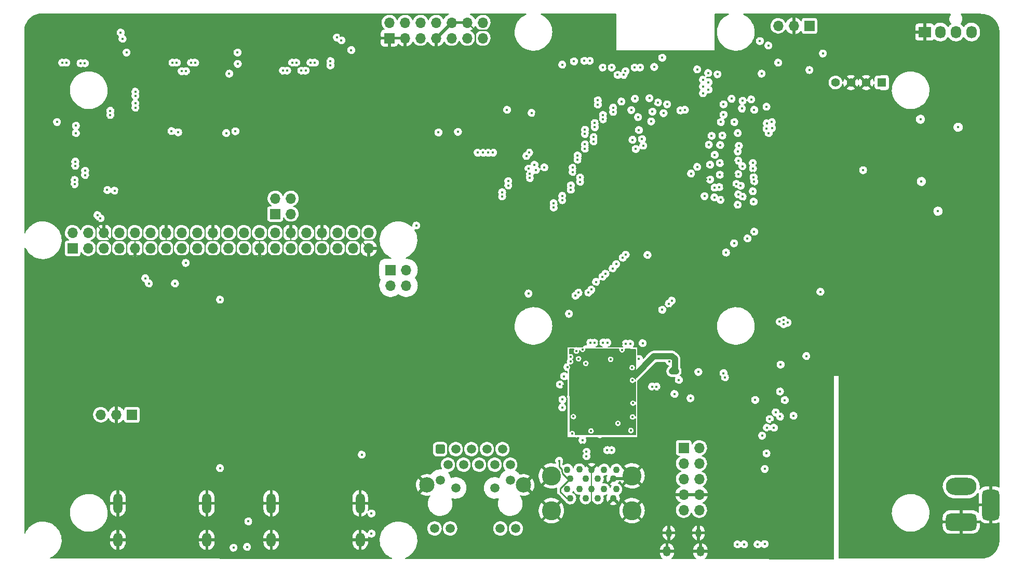
<source format=gbr>
G04 #@! TF.GenerationSoftware,KiCad,Pcbnew,(5.99.0-6751-g76ac8b5acf)*
G04 #@! TF.CreationDate,2021-06-14T13:23:57+01:00*
G04 #@! TF.ProjectId,CM4IOUSB3,434d3449-4f55-4534-9233-2e6b69636164,rev?*
G04 #@! TF.SameCoordinates,Original*
G04 #@! TF.FileFunction,Copper,L3,Inr*
G04 #@! TF.FilePolarity,Positive*
%FSLAX46Y46*%
G04 Gerber Fmt 4.6, Leading zero omitted, Abs format (unit mm)*
G04 Created by KiCad (PCBNEW (5.99.0-6751-g76ac8b5acf)) date 2021-06-14 13:23:57*
%MOMM*%
%LPD*%
G01*
G04 APERTURE LIST*
G04 Aperture macros list*
%AMRoundRect*
0 Rectangle with rounded corners*
0 $1 Rounding radius*
0 $2 $3 $4 $5 $6 $7 $8 $9 X,Y pos of 4 corners*
0 Add a 4 corners polygon primitive as box body*
4,1,4,$2,$3,$4,$5,$6,$7,$8,$9,$2,$3,0*
0 Add four circle primitives for the rounded corners*
1,1,$1+$1,$2,$3,0*
1,1,$1+$1,$4,$5,0*
1,1,$1+$1,$6,$7,0*
1,1,$1+$1,$8,$9,0*
0 Add four rect primitives between the rounded corners*
20,1,$1+$1,$2,$3,$4,$5,0*
20,1,$1+$1,$4,$5,$6,$7,0*
20,1,$1+$1,$6,$7,$8,$9,0*
20,1,$1+$1,$8,$9,$2,$3,0*%
G04 Aperture macros list end*
G04 #@! TA.AperFunction,ComponentPad*
%ADD10R,1.700000X1.700000*%
G04 #@! TD*
G04 #@! TA.AperFunction,ComponentPad*
%ADD11O,1.700000X1.700000*%
G04 #@! TD*
G04 #@! TA.AperFunction,ComponentPad*
%ADD12O,1.300000X1.700000*%
G04 #@! TD*
G04 #@! TA.AperFunction,ComponentPad*
%ADD13O,1.000000X1.400000*%
G04 #@! TD*
G04 #@! TA.AperFunction,ComponentPad*
%ADD14O,5.000000X2.800000*%
G04 #@! TD*
G04 #@! TA.AperFunction,ComponentPad*
%ADD15RoundRect,0.700000X1.800000X-0.700000X1.800000X0.700000X-1.800000X0.700000X-1.800000X-0.700000X0*%
G04 #@! TD*
G04 #@! TA.AperFunction,ComponentPad*
%ADD16RoundRect,0.700000X0.700000X-1.800000X0.700000X1.800000X-0.700000X1.800000X-0.700000X-1.800000X0*%
G04 #@! TD*
G04 #@! TA.AperFunction,ComponentPad*
%ADD17RoundRect,0.250500X-0.499500X-0.499500X0.499500X-0.499500X0.499500X0.499500X-0.499500X0.499500X0*%
G04 #@! TD*
G04 #@! TA.AperFunction,ComponentPad*
%ADD18C,1.500000*%
G04 #@! TD*
G04 #@! TA.AperFunction,ComponentPad*
%ADD19C,2.500000*%
G04 #@! TD*
G04 #@! TA.AperFunction,ComponentPad*
%ADD20O,1.500000X3.300000*%
G04 #@! TD*
G04 #@! TA.AperFunction,ComponentPad*
%ADD21O,1.500000X2.300000*%
G04 #@! TD*
G04 #@! TA.AperFunction,ComponentPad*
%ADD22R,2.030000X1.730000*%
G04 #@! TD*
G04 #@! TA.AperFunction,ComponentPad*
%ADD23O,1.730000X2.030000*%
G04 #@! TD*
G04 #@! TA.AperFunction,ComponentPad*
%ADD24C,0.500000*%
G04 #@! TD*
G04 #@! TA.AperFunction,ComponentPad*
%ADD25R,1.408000X1.408000*%
G04 #@! TD*
G04 #@! TA.AperFunction,ComponentPad*
%ADD26C,1.408000*%
G04 #@! TD*
G04 #@! TA.AperFunction,ComponentPad*
%ADD27C,3.100000*%
G04 #@! TD*
G04 #@! TA.AperFunction,ComponentPad*
%ADD28C,1.100000*%
G04 #@! TD*
G04 #@! TA.AperFunction,ViaPad*
%ADD29C,0.450000*%
G04 #@! TD*
G04 #@! TA.AperFunction,Conductor*
%ADD30C,0.130000*%
G04 #@! TD*
G04 #@! TA.AperFunction,Conductor*
%ADD31C,0.230000*%
G04 #@! TD*
G04 #@! TA.AperFunction,Conductor*
%ADD32C,0.200000*%
G04 #@! TD*
G04 #@! TA.AperFunction,Conductor*
%ADD33C,0.500000*%
G04 #@! TD*
G04 #@! TA.AperFunction,Conductor*
%ADD34C,1.000000*%
G04 #@! TD*
G04 #@! TA.AperFunction,Conductor*
%ADD35C,0.254000*%
G04 #@! TD*
G04 APERTURE END LIST*
D10*
X97040000Y-136000000D03*
D11*
X94500000Y-136000000D03*
X91960000Y-136000000D03*
D10*
X87370000Y-108820000D03*
D11*
X87370000Y-106280000D03*
X89910000Y-108820000D03*
X89910000Y-106280000D03*
X92450000Y-108820000D03*
X92450000Y-106280000D03*
X94990000Y-108820000D03*
X94990000Y-106280000D03*
X97530000Y-108820000D03*
X97530000Y-106280000D03*
X100070000Y-108820000D03*
X100070000Y-106280000D03*
X102610000Y-108820000D03*
X102610000Y-106280000D03*
X105150000Y-108820000D03*
X105150000Y-106280000D03*
X107690000Y-108820000D03*
X107690000Y-106280000D03*
X110230000Y-108820000D03*
X110230000Y-106280000D03*
X112770000Y-108820000D03*
X112770000Y-106280000D03*
X115310000Y-108820000D03*
X115310000Y-106280000D03*
X117850000Y-108820000D03*
X117850000Y-106280000D03*
X120390000Y-108820000D03*
X120390000Y-106280000D03*
X122930000Y-108820000D03*
X122930000Y-106280000D03*
X125470000Y-108820000D03*
X125470000Y-106280000D03*
X128010000Y-108820000D03*
X128010000Y-106280000D03*
X130550000Y-108820000D03*
X130550000Y-106280000D03*
X133090000Y-108820000D03*
X133090000Y-106280000D03*
X135630000Y-108820000D03*
X135630000Y-106280000D03*
D10*
X139230000Y-112370000D03*
D11*
X141770000Y-112370000D03*
X139230000Y-114910000D03*
X141770000Y-114910000D03*
D12*
X189725000Y-158300000D03*
D13*
X184575000Y-155270000D03*
D12*
X184275000Y-158300000D03*
D13*
X189425000Y-155270000D03*
D14*
X232250000Y-147700000D03*
D15*
X232250000Y-153500000D03*
D16*
X237050000Y-150700000D03*
D17*
X147285000Y-141610000D03*
D18*
X148555000Y-144150000D03*
X149825000Y-141610000D03*
X151095000Y-144150000D03*
X152365000Y-141610000D03*
X153635000Y-144150000D03*
X154905000Y-141610000D03*
X156175000Y-144150000D03*
X157445000Y-141610000D03*
X158715000Y-144150000D03*
X147285000Y-146670000D03*
X149825000Y-147940000D03*
X156175000Y-147940000D03*
X158715000Y-146670000D03*
X146370000Y-154560000D03*
X148910000Y-154560000D03*
X157090000Y-154560000D03*
X159630000Y-154560000D03*
D19*
X145125000Y-147450000D03*
X160875000Y-147450000D03*
D20*
X134250000Y-150450000D03*
X119750000Y-150450000D03*
D21*
X119750000Y-156410000D03*
X134250000Y-156410000D03*
D20*
X109250000Y-150450000D03*
X94750000Y-150450000D03*
D21*
X94750000Y-156410000D03*
X109250000Y-156410000D03*
D22*
X226300000Y-73500000D03*
D23*
X228840000Y-73500000D03*
X231380000Y-73500000D03*
X233920000Y-73500000D03*
D24*
X229050000Y-96000000D03*
X226450000Y-96000000D03*
X230350000Y-96000000D03*
X229050000Y-94700000D03*
X227750000Y-96000000D03*
X226450000Y-94700000D03*
X227750000Y-94700000D03*
X230350000Y-94700000D03*
D25*
X219250000Y-81750000D03*
D26*
X216750000Y-81750000D03*
X214250000Y-81750000D03*
X211750000Y-81750000D03*
D10*
X120400000Y-103200000D03*
D11*
X120400000Y-100660000D03*
X122940000Y-103200000D03*
X122940000Y-100660000D03*
D10*
X139000000Y-74500000D03*
D11*
X139000000Y-71960000D03*
X141540000Y-74500000D03*
X141540000Y-71960000D03*
X144080000Y-74500000D03*
X144080000Y-71960000D03*
X146620000Y-74500000D03*
X146620000Y-71960000D03*
X149160000Y-74500000D03*
X149160000Y-71960000D03*
X151700000Y-74500000D03*
X151700000Y-71960000D03*
X154240000Y-74500000D03*
X154240000Y-71960000D03*
D10*
X207500000Y-72500000D03*
D11*
X204960000Y-72500000D03*
X202420000Y-72500000D03*
D27*
X165430000Y-151650000D03*
X178570000Y-151650000D03*
X178570000Y-145970000D03*
X165430000Y-145970000D03*
D28*
X168500000Y-149650000D03*
X171000000Y-149650000D03*
X173000000Y-149650000D03*
X175500000Y-149650000D03*
X176000000Y-148150000D03*
X174000000Y-148150000D03*
X172000000Y-148150000D03*
X170000000Y-148100000D03*
X168000000Y-148150000D03*
X168500000Y-146450000D03*
X171000000Y-146450000D03*
X173000000Y-146450000D03*
X175500000Y-146450000D03*
X176000000Y-144950000D03*
X174000000Y-144950000D03*
X172000000Y-144950000D03*
X170000000Y-144900000D03*
X168000000Y-144950000D03*
D24*
X171262500Y-131162500D03*
X173612500Y-129987500D03*
X175962500Y-132337500D03*
X172437500Y-129987500D03*
X173612500Y-132337500D03*
X174787500Y-134687500D03*
X175962500Y-131162500D03*
X174787500Y-133512500D03*
X171262500Y-134687500D03*
X174787500Y-129987500D03*
X175962500Y-134687500D03*
X172437500Y-132337500D03*
X171262500Y-132337500D03*
X173612500Y-131162500D03*
X171262500Y-129987500D03*
X172437500Y-133512500D03*
X171262500Y-133512500D03*
X172437500Y-134687500D03*
X174787500Y-131162500D03*
X175962500Y-133512500D03*
X175962500Y-129987500D03*
X174787500Y-132337500D03*
X172437500Y-131162500D03*
X173612500Y-134687500D03*
X173612500Y-133512500D03*
D10*
X187000000Y-141400000D03*
D11*
X189540000Y-141400000D03*
X187000000Y-143940000D03*
X189540000Y-143940000D03*
X187000000Y-146480000D03*
X189540000Y-146480000D03*
X187000000Y-149020000D03*
X189540000Y-149020000D03*
X187000000Y-151560000D03*
X189540000Y-151560000D03*
D29*
X117450000Y-72900000D03*
X204900000Y-138400000D03*
X213150000Y-134200000D03*
X193680000Y-157550000D03*
X224400000Y-95350000D03*
X169600000Y-95500000D03*
X193516744Y-98774022D03*
X207350000Y-156400000D03*
X163965000Y-136052500D03*
X124250000Y-80500000D03*
X161200000Y-90400000D03*
X168575000Y-126550000D03*
X107750000Y-77844990D03*
X158900000Y-89100000D03*
X96250000Y-74900000D03*
X169600000Y-96400000D03*
X141150000Y-134912500D03*
X159700000Y-94000000D03*
X196825000Y-135310000D03*
X93000000Y-122500000D03*
X129500000Y-151350000D03*
X224400000Y-94000000D03*
X106000000Y-151450000D03*
X88250000Y-77800000D03*
X169950000Y-78200000D03*
X122750000Y-80500000D03*
X130250000Y-77800000D03*
X192450000Y-71000000D03*
X232600000Y-95500000D03*
X125750000Y-77800000D03*
X110350000Y-133912500D03*
X221300000Y-94300000D03*
X156450000Y-132812500D03*
X178200000Y-79200000D03*
X103000000Y-148100000D03*
X193750000Y-146800000D03*
X198194979Y-103600000D03*
X208450000Y-158050000D03*
X236500000Y-122500000D03*
X171650000Y-90250000D03*
X208850000Y-146800000D03*
X101500000Y-148100000D03*
X209850000Y-85200000D03*
X186825000Y-137400000D03*
X98450000Y-147812500D03*
X106000000Y-148100000D03*
X106300000Y-79200000D03*
X192750000Y-79700000D03*
X194680000Y-155700000D03*
X180262500Y-131012500D03*
X175200000Y-111400000D03*
X169400000Y-98400000D03*
X91400000Y-104400000D03*
X139050000Y-140975000D03*
X121200000Y-80344990D03*
X112250000Y-79800000D03*
X123500000Y-151400000D03*
X223050000Y-98850000D03*
X161450000Y-102425000D03*
X162938528Y-86815411D03*
X178662500Y-136362500D03*
X101500000Y-157500000D03*
X97050000Y-84500000D03*
X94000000Y-72500000D03*
X165400000Y-131837500D03*
X176550000Y-141500000D03*
X178625000Y-140975000D03*
X191400000Y-158600000D03*
X184700000Y-118600000D03*
X190300000Y-95159958D03*
X224400000Y-98860010D03*
X171750000Y-89450000D03*
X226650000Y-101400000D03*
X144650000Y-131312500D03*
X195200000Y-96800000D03*
X166500000Y-101400000D03*
X85150000Y-79500000D03*
X159800000Y-103630010D03*
X121500000Y-72500000D03*
X86500000Y-157500000D03*
X86500000Y-72500000D03*
X168000000Y-78820010D03*
X164300655Y-102410010D03*
X226650000Y-99600000D03*
X103250000Y-77850000D03*
X198300000Y-98600000D03*
X183500000Y-85700000D03*
X173750000Y-84400000D03*
X126150000Y-79900000D03*
X159700000Y-91600000D03*
X178200000Y-88400000D03*
X114325000Y-93325000D03*
X175350000Y-124237500D03*
X225600000Y-96600000D03*
X168450000Y-100000000D03*
X213150000Y-139800000D03*
X131000000Y-148050000D03*
X231235000Y-96765000D03*
X193600000Y-100500000D03*
X223000000Y-96600000D03*
X236500000Y-132500000D03*
X98250000Y-86300000D03*
X173500000Y-114200000D03*
X226650000Y-100400000D03*
X232600000Y-94000000D03*
X236500000Y-77500000D03*
X190150000Y-79800000D03*
X81500000Y-72500000D03*
X94150000Y-87500000D03*
X214000000Y-155000000D03*
X142350000Y-137725000D03*
X131950000Y-143912500D03*
X123450000Y-143412500D03*
X152750000Y-157250000D03*
X181300000Y-79200000D03*
X170500000Y-140825000D03*
X209000000Y-72500000D03*
X198550000Y-142550000D03*
X225600000Y-95350000D03*
X172500000Y-115000000D03*
X128000000Y-151400000D03*
X81500000Y-152500000D03*
X176300000Y-110300000D03*
X123500000Y-148000000D03*
X225600000Y-94000000D03*
X197250000Y-105300000D03*
X109250000Y-77800000D03*
X156900000Y-99000000D03*
X97550000Y-97175000D03*
X107875000Y-94675000D03*
X114900000Y-151600000D03*
X112250000Y-77760009D03*
X161200000Y-100000000D03*
X149400000Y-137200000D03*
X164300000Y-88010010D03*
X87100000Y-89800000D03*
X102875000Y-99425000D03*
X233500000Y-94000000D03*
X191500000Y-129775000D03*
X161200000Y-98800000D03*
X162900000Y-98800000D03*
X121750000Y-146612500D03*
X180237500Y-134787500D03*
X94150000Y-85900000D03*
X195100000Y-90420010D03*
X161200000Y-97610010D03*
X197950000Y-106600000D03*
X88350000Y-90800000D03*
X110750000Y-77800000D03*
X233500000Y-98000000D03*
X114800000Y-148300000D03*
X126600000Y-119700000D03*
X184975000Y-135750000D03*
X210900000Y-158750000D03*
X115600000Y-138800000D03*
X98500000Y-151400000D03*
X169300000Y-99000000D03*
X196825453Y-91936823D03*
X199700000Y-75800000D03*
X200900000Y-138700000D03*
X175350000Y-71100000D03*
X236500000Y-112500000D03*
X87050000Y-97250000D03*
X180900000Y-87800000D03*
X203900000Y-127600000D03*
X174600000Y-87850000D03*
X107285000Y-123415000D03*
X198219139Y-100361721D03*
X166000000Y-71150000D03*
X196700000Y-96400000D03*
X176925000Y-125385000D03*
X112350000Y-142112500D03*
X176800000Y-111200000D03*
X213000000Y-120800000D03*
X173350000Y-89200000D03*
X167900000Y-100600000D03*
X174600000Y-87150000D03*
X185900000Y-117400000D03*
X209000000Y-132500000D03*
X168700000Y-117000000D03*
X90050000Y-97200000D03*
X131000000Y-151350000D03*
X193100000Y-110025000D03*
X90050000Y-95700000D03*
X162901867Y-93992530D03*
X124250000Y-77800000D03*
X193950000Y-108300000D03*
X182800000Y-86500000D03*
X89750000Y-77800000D03*
X94250000Y-77800000D03*
X192200000Y-132800000D03*
X92250000Y-99200000D03*
X191950000Y-76800000D03*
X225600000Y-98860010D03*
X185000000Y-139425000D03*
X174400000Y-112200000D03*
X125750000Y-79100000D03*
X164300000Y-90410010D03*
X81500000Y-130000000D03*
X129500000Y-148050000D03*
X104000000Y-72500000D03*
X173200000Y-88150000D03*
X232600000Y-98000000D03*
X151600000Y-137800000D03*
X94000000Y-96975000D03*
X173100000Y-91400000D03*
X237000000Y-142000000D03*
X106450000Y-137512500D03*
X196700000Y-102200000D03*
X154650000Y-121312500D03*
X200650000Y-80300000D03*
X162900000Y-103569990D03*
X224400000Y-96600000D03*
X175350000Y-72500000D03*
X161200000Y-95200000D03*
X162900000Y-91600000D03*
X176500000Y-157500000D03*
X179050000Y-124437500D03*
X233500000Y-99000000D03*
X183800000Y-117700000D03*
X208950000Y-139800000D03*
X231215000Y-93885000D03*
X112950000Y-131412500D03*
X214000000Y-157500000D03*
X196825000Y-137210000D03*
X161650000Y-127712500D03*
X190725001Y-128625001D03*
X127250000Y-77800000D03*
X106350000Y-80500000D03*
X104750000Y-79200000D03*
X161150000Y-115600000D03*
X196732552Y-94390137D03*
X85250000Y-77800000D03*
X173200000Y-141525000D03*
X173800000Y-85250000D03*
X236500000Y-157500000D03*
X81500000Y-102500000D03*
X92900000Y-87500000D03*
X189900000Y-131125000D03*
X141100000Y-117175000D03*
X88500000Y-97200000D03*
X127150000Y-139912500D03*
X234050000Y-145550000D03*
X87100000Y-98750000D03*
X193644988Y-92800000D03*
X104750000Y-80600000D03*
X94950000Y-99500000D03*
X171300000Y-116800000D03*
X233500000Y-95500000D03*
X99350000Y-145012500D03*
X159100000Y-124962500D03*
X122750000Y-77800000D03*
X129950000Y-128612500D03*
X161300000Y-96300000D03*
X173050000Y-90500000D03*
X88450000Y-94100000D03*
X222850000Y-136400000D03*
X179450000Y-86100000D03*
X114000000Y-72500000D03*
X175350000Y-73900000D03*
X154050000Y-130112500D03*
X157500000Y-85600000D03*
X134950000Y-141012500D03*
X230250000Y-99500000D03*
X193300000Y-142100000D03*
X121250000Y-77800000D03*
X193600000Y-105000000D03*
X169025000Y-136300000D03*
X171600000Y-92600000D03*
X177500000Y-109100000D03*
X154850000Y-115312500D03*
X88450000Y-98800000D03*
X172500000Y-78200000D03*
X81500000Y-95000000D03*
X112150000Y-116710010D03*
X81500000Y-142500000D03*
X146200000Y-89800000D03*
X183075000Y-131975000D03*
X232600000Y-99000000D03*
X213750000Y-85200000D03*
X104800000Y-90800000D03*
X117750000Y-128712500D03*
X224000000Y-157500000D03*
X107050000Y-147312500D03*
X87500000Y-88100000D03*
X171600000Y-91800000D03*
X236850000Y-94100000D03*
X170550000Y-142300000D03*
X167800000Y-99700000D03*
X200200000Y-140100000D03*
X182100000Y-84900000D03*
X196800000Y-93200000D03*
X195200000Y-94800000D03*
X171000000Y-124400000D03*
X104750000Y-77844990D03*
X179200000Y-90300000D03*
X126500000Y-151350000D03*
X176850000Y-124437500D03*
X197950000Y-157150000D03*
X149250000Y-126612500D03*
X199700000Y-142500000D03*
X131550000Y-135612500D03*
X162900000Y-101210010D03*
X170500000Y-125300000D03*
X155658314Y-75744990D03*
X181325000Y-138650000D03*
X223050000Y-97660010D03*
X155467559Y-137292894D03*
X122750000Y-79100000D03*
X185000000Y-116500000D03*
X206050000Y-158050000D03*
X182175000Y-132000000D03*
X124750000Y-128612500D03*
X155400000Y-139400000D03*
X170450000Y-94450000D03*
X184950000Y-76800000D03*
X114750000Y-89500000D03*
X131050000Y-74100000D03*
X230250000Y-101500000D03*
X118750000Y-135812500D03*
X195100000Y-103600000D03*
X170300000Y-93100000D03*
X173000000Y-113500000D03*
X182300000Y-158600000D03*
X166500000Y-101900000D03*
X103000000Y-90700000D03*
X198326926Y-96450546D03*
X164300000Y-85589990D03*
X230250000Y-102300000D03*
X192133781Y-95193358D03*
X187250000Y-76800000D03*
X154700000Y-92550000D03*
X230250000Y-100400000D03*
X170500000Y-115700000D03*
X174450000Y-85350000D03*
X148600000Y-89910010D03*
X88300000Y-79400000D03*
X213250000Y-146200000D03*
X221300000Y-96500000D03*
X207560000Y-144350000D03*
X154850000Y-116912500D03*
X103150000Y-79100000D03*
X149400000Y-139400000D03*
X86750000Y-77800000D03*
X201150000Y-156800000D03*
X174500000Y-79200000D03*
X103000000Y-151450000D03*
X162900000Y-99989990D03*
X226650000Y-102300000D03*
X114250000Y-77900000D03*
X175800000Y-87350000D03*
X189299680Y-96599671D03*
X96950000Y-82800000D03*
X236500000Y-72500000D03*
X231200000Y-95400000D03*
X201400000Y-137200000D03*
X161200000Y-88000000D03*
X166100000Y-74462500D03*
X159000000Y-97310010D03*
X162900000Y-89200000D03*
X128750000Y-77800000D03*
X195100000Y-85584990D03*
X233500000Y-92400000D03*
X161200000Y-101200000D03*
X221300000Y-95300000D03*
X87050000Y-91250000D03*
X182300000Y-137725000D03*
X134550000Y-123812500D03*
X94150000Y-74500000D03*
X81500000Y-82500000D03*
X104500000Y-148100000D03*
X110250000Y-144112500D03*
X223050000Y-95350000D03*
X99450000Y-115250000D03*
X159800000Y-86700000D03*
X87100000Y-94300000D03*
X205200000Y-77000000D03*
X92850000Y-85900000D03*
X101500000Y-151450000D03*
X109855000Y-118345000D03*
X125050000Y-135712500D03*
X233500000Y-96700000D03*
X192000000Y-92000000D03*
X232700000Y-92400000D03*
X161200000Y-85589990D03*
X108150000Y-78800000D03*
X173150000Y-124237500D03*
X170825000Y-97600000D03*
X103250000Y-140100000D03*
X175119153Y-92754991D03*
X162900000Y-97600000D03*
X232600000Y-96700000D03*
X81500000Y-115000000D03*
X193600000Y-96800000D03*
X92750000Y-77800000D03*
X128000000Y-148050000D03*
X167500000Y-119300000D03*
X210575000Y-120775000D03*
X155500000Y-92600000D03*
X234100000Y-144050000D03*
X163600000Y-157150000D03*
X86750000Y-79500000D03*
X161200000Y-92800000D03*
X126500000Y-148050000D03*
X128050000Y-72550000D03*
X168825000Y-139075000D03*
X164300000Y-92810010D03*
X98250000Y-82800000D03*
X87100000Y-95700000D03*
X157800000Y-101000000D03*
X167700000Y-136825000D03*
X189350000Y-76800000D03*
X167400000Y-131275000D03*
X124250000Y-79150000D03*
X91250000Y-77900000D03*
X198879990Y-95313931D03*
X191200000Y-100400000D03*
X175350000Y-75500000D03*
X153850000Y-92550000D03*
X195226569Y-101006627D03*
X202500000Y-77000000D03*
X104500000Y-151450000D03*
X88450000Y-95800000D03*
X178594990Y-128300000D03*
X143450000Y-105850000D03*
X98150000Y-84500000D03*
X193600000Y-94800000D03*
X175100000Y-112800000D03*
X168600000Y-116400000D03*
X170600000Y-96600000D03*
X196800000Y-90800000D03*
X223000000Y-94200000D03*
X181000000Y-131650000D03*
X190650063Y-97600882D03*
X195100000Y-92000000D03*
X121150000Y-79100000D03*
X220400000Y-135600000D03*
X198550000Y-144850000D03*
X195180800Y-98796776D03*
X153000000Y-137800000D03*
X105500000Y-85400000D03*
X196600000Y-101100000D03*
X192350000Y-75900000D03*
X157750000Y-98960010D03*
X87100000Y-92700000D03*
X106300000Y-77844990D03*
X96950000Y-86300000D03*
X179525000Y-91725000D03*
X127600000Y-79000000D03*
X195150000Y-102400000D03*
X181100000Y-109100000D03*
X104050000Y-114550000D03*
X99800000Y-114550000D03*
X167200000Y-134800000D03*
X176275000Y-137400000D03*
X179700000Y-126900000D03*
X178662500Y-130362500D03*
X166800000Y-131050000D03*
X168575000Y-127325000D03*
X170500000Y-140150000D03*
X178700000Y-134100000D03*
X171050000Y-127600000D03*
X171900000Y-138650000D03*
X178375000Y-138575000D03*
X175075000Y-126925000D03*
X167225000Y-133500000D03*
X228450000Y-102750000D03*
X157400000Y-100350000D03*
X87700000Y-98350000D03*
X87700000Y-97650000D03*
X157400000Y-99650000D03*
X89400000Y-96850000D03*
X158400000Y-98550000D03*
X158400000Y-97850000D03*
X89400000Y-96150000D03*
X161900000Y-97350000D03*
X87800000Y-95350000D03*
X87800000Y-94650000D03*
X161900000Y-96650000D03*
X177500000Y-79900000D03*
X189200000Y-79600000D03*
X94200000Y-99400000D03*
X95500000Y-74600000D03*
X199425000Y-74975000D03*
X131189949Y-74850000D03*
X183718779Y-86740611D03*
X91900000Y-103900000D03*
X93000000Y-99300000D03*
X91400000Y-103400000D03*
X191000000Y-80200000D03*
X177200000Y-80500000D03*
X95200000Y-73600000D03*
X200800000Y-75700000D03*
X181900000Y-86500000D03*
X130450000Y-74400000D03*
X168900000Y-95650000D03*
X97600000Y-83250000D03*
X168900000Y-96350000D03*
X97600000Y-83950000D03*
X170100000Y-97250000D03*
X97600000Y-85150000D03*
X97600000Y-85850000D03*
X170100000Y-97950000D03*
X89350000Y-78600000D03*
X168600000Y-98550000D03*
X88650000Y-78600000D03*
X168600000Y-99250000D03*
X167200000Y-100250000D03*
X93500000Y-86350000D03*
X167200000Y-100950000D03*
X93500000Y-87050000D03*
X165800000Y-101450000D03*
X86350000Y-78500000D03*
X165800000Y-102150000D03*
X85650000Y-78500000D03*
X103650000Y-78500000D03*
X169700000Y-94350000D03*
X169700000Y-93650000D03*
X104350000Y-78500000D03*
X105150000Y-79900000D03*
X170900000Y-92550000D03*
X170900000Y-91850000D03*
X105850000Y-79900000D03*
X106650000Y-78500000D03*
X172300000Y-91350000D03*
X107350000Y-78500000D03*
X172300000Y-90650000D03*
X173000000Y-84650000D03*
X129400000Y-78250000D03*
X173000000Y-85350000D03*
X129400000Y-78950000D03*
X126850000Y-78500000D03*
X175500000Y-85850000D03*
X175500000Y-86550000D03*
X126150000Y-78500000D03*
X125350000Y-79800000D03*
X173850000Y-87050000D03*
X124650000Y-79800000D03*
X173850000Y-87750000D03*
X123850000Y-78500000D03*
X172500000Y-88350000D03*
X123150000Y-78500000D03*
X172500000Y-89050000D03*
X170900000Y-89450000D03*
X122350000Y-79800000D03*
X170900000Y-90150000D03*
X121650000Y-79800000D03*
X201020010Y-136700000D03*
X195760000Y-157150000D03*
X202000000Y-135600000D03*
X201700000Y-138100000D03*
X200570010Y-138100000D03*
X196850000Y-157150000D03*
X199050000Y-157150000D03*
X199800000Y-139400000D03*
X196001924Y-92079994D03*
X198500000Y-106100000D03*
X200500000Y-142300000D03*
X202700000Y-132200000D03*
X202700000Y-136300000D03*
X192950000Y-91950000D03*
X191100000Y-91900000D03*
X192060347Y-93553326D03*
X195801924Y-93020006D03*
X195900000Y-94500000D03*
X192900000Y-94900000D03*
X198275038Y-94900000D03*
X191300000Y-95159967D03*
X189200000Y-95519989D03*
X196571159Y-95412331D03*
X198300000Y-95800000D03*
X188200000Y-96600000D03*
X192900000Y-96800000D03*
X195900000Y-96700000D03*
X191300000Y-97590984D03*
X198400000Y-97200000D03*
X198500000Y-97900000D03*
X192814650Y-98829922D03*
X190400000Y-100300000D03*
X196300000Y-98600000D03*
X192000000Y-100500000D03*
X198275018Y-99500000D03*
X195800000Y-101700000D03*
X195900000Y-100009990D03*
X196600000Y-100400000D03*
X155899999Y-93200001D03*
X162663238Y-95179940D03*
X155100000Y-93200000D03*
X164269990Y-95596020D03*
X154300000Y-93200000D03*
X162903625Y-96029406D03*
X153400000Y-93200000D03*
X161700000Y-95800000D03*
X189400000Y-129000000D03*
X207000000Y-126400000D03*
X166700000Y-143500000D03*
X170950000Y-137325000D03*
X178662500Y-135412500D03*
X185087500Y-128895000D03*
X172150000Y-126925000D03*
X178637500Y-131662500D03*
X173350000Y-139150000D03*
X168625000Y-133075000D03*
X185722500Y-128895000D03*
X169450000Y-139050000D03*
X171100000Y-125300000D03*
X175625000Y-138975000D03*
X181848500Y-131400000D03*
X182551500Y-131400000D03*
X209700000Y-77000000D03*
X161800000Y-93200000D03*
X147000000Y-89900000D03*
X158200000Y-86200000D03*
X162200000Y-86700000D03*
X150200000Y-89800000D03*
X161353008Y-93746992D03*
X195200000Y-108000000D03*
X193900000Y-109500000D03*
X180400000Y-92050000D03*
X196500000Y-86000000D03*
X169867563Y-126848151D03*
X186200000Y-130300000D03*
X193500000Y-85305009D03*
X180200000Y-91000000D03*
X168300000Y-119500000D03*
X184552512Y-117847488D03*
X177052512Y-110347488D03*
X177547488Y-109852512D03*
X185047488Y-117352512D03*
X115800000Y-157562500D03*
X113600000Y-157700000D03*
X185500000Y-132600000D03*
X167500000Y-129700000D03*
X188100000Y-133300000D03*
X168028510Y-128208364D03*
X171150000Y-142750000D03*
X171150000Y-142050000D03*
X207500000Y-79700000D03*
X193000000Y-100904756D03*
X96150000Y-76850000D03*
X209290000Y-115910000D03*
X202800000Y-127800000D03*
X105800000Y-111200000D03*
X195250000Y-88200000D03*
X193050000Y-88200000D03*
X132795001Y-76445001D03*
X114250000Y-76850000D03*
X187200000Y-86200000D03*
X186450000Y-86300000D03*
X184700000Y-127300000D03*
X84800000Y-88200000D03*
X116000000Y-153400000D03*
X183500000Y-77700000D03*
X204900000Y-136150000D03*
X200200000Y-144850000D03*
X200200000Y-157100000D03*
X176000000Y-111400000D03*
X183500000Y-118850000D03*
X194800000Y-84400000D03*
X181400000Y-84300000D03*
X198000000Y-84500000D03*
X175254910Y-79300000D03*
X195600000Y-98300000D03*
X192046881Y-98904712D03*
X180300000Y-124300000D03*
X175400000Y-112100000D03*
X173752512Y-113447488D03*
X177575000Y-124400000D03*
X178275000Y-124400000D03*
X174247488Y-112952512D03*
X174562500Y-124200000D03*
X171947488Y-115552512D03*
X173862500Y-124200000D03*
X171452512Y-116047488D03*
X169500000Y-125600000D03*
X172700000Y-114300000D03*
X172450000Y-124237500D03*
X169847488Y-116052512D03*
X169352512Y-116547488D03*
X171750000Y-124237500D03*
X198400000Y-101200000D03*
X136100000Y-155400000D03*
X181100000Y-109900000D03*
X136100000Y-152100000D03*
X225600000Y-87750000D03*
X225750000Y-97900000D03*
X112400000Y-90000000D03*
X104575000Y-89875000D03*
X87900000Y-90000000D03*
X112900000Y-80300000D03*
X87900000Y-88800000D03*
X113900000Y-89700000D03*
X103498133Y-89679990D03*
X114300000Y-78700000D03*
X179050000Y-84400000D03*
X176200000Y-80500000D03*
X178450000Y-86250000D03*
X169100000Y-78300000D03*
X171700000Y-78200000D03*
X179700000Y-89500000D03*
X182800000Y-85000000D03*
X179000000Y-79300000D03*
X179900000Y-79300000D03*
X184300000Y-85300000D03*
X193500000Y-87000000D03*
X198500000Y-86200000D03*
X179175000Y-92600000D03*
X134500000Y-142500000D03*
X199700000Y-80300000D03*
X192500000Y-80400000D03*
X167200000Y-78820010D03*
X179550000Y-87400000D03*
X170800000Y-78200000D03*
X176850000Y-84850000D03*
X193725000Y-129875000D03*
X191050000Y-81700000D03*
X190150000Y-81300000D03*
X203300000Y-121200000D03*
X191050000Y-82900000D03*
X200550000Y-88400000D03*
X216250000Y-96050000D03*
X111400000Y-117200000D03*
X202650000Y-120800000D03*
X203950000Y-120950000D03*
X231750000Y-89050000D03*
X201400000Y-89200000D03*
X200500000Y-89300000D03*
X193500000Y-129200000D03*
X201350000Y-88200000D03*
X99200000Y-113700000D03*
X190150000Y-82400000D03*
X190150000Y-83500000D03*
X200500000Y-85700000D03*
X111400000Y-144700000D03*
X203300000Y-120550000D03*
X200850000Y-90000000D03*
X161700000Y-116200000D03*
X182200000Y-79200000D03*
X196600000Y-84720010D03*
X143400000Y-105100000D03*
X178650000Y-91100000D03*
X173800000Y-79300000D03*
X181700000Y-88100000D03*
X195800000Y-90000000D03*
X191550000Y-90450000D03*
X202400000Y-78500000D03*
X198650000Y-133575000D03*
X193300000Y-90400000D03*
X197400000Y-107200000D03*
X203479990Y-133600000D03*
X174536000Y-141767114D03*
X175239000Y-141767114D03*
D30*
X117800000Y-107617919D02*
X117800000Y-107600000D01*
D31*
X153000000Y-73300000D02*
X153000000Y-75400000D01*
D30*
X91250000Y-104900000D02*
X91200000Y-104950000D01*
X124150000Y-107600000D02*
X124150000Y-109950000D01*
X114100000Y-107600000D02*
X114050000Y-107650000D01*
X110230000Y-107470000D02*
X110200000Y-107500000D01*
X103800000Y-110000000D02*
X101300000Y-110000000D01*
X96300000Y-104900000D02*
X93700000Y-104900000D01*
X119100000Y-107600000D02*
X119100000Y-105250000D01*
X113950000Y-107600000D02*
X114100000Y-107600000D01*
X106400000Y-107600000D02*
X106450000Y-107550000D01*
X121650000Y-107600000D02*
X134900000Y-107600000D01*
X110200000Y-107500000D02*
X110200000Y-107600000D01*
X113950000Y-107600000D02*
X113950000Y-107250000D01*
X106450000Y-105200000D02*
X106450000Y-104950000D01*
X98800000Y-104900000D02*
X96300000Y-104900000D01*
X114100000Y-107600000D02*
X116500000Y-107600000D01*
X124200000Y-104900000D02*
X121700000Y-104900000D01*
X109000000Y-109900000D02*
X109100000Y-110000000D01*
X124150000Y-104950000D02*
X124200000Y-104900000D01*
X121650000Y-107600000D02*
X121650000Y-105500000D01*
X93700000Y-107600000D02*
X94200000Y-107600000D01*
X98800000Y-107600000D02*
X98800000Y-109600000D01*
X137000000Y-107100000D02*
X137000000Y-106103398D01*
X119000000Y-104900000D02*
X116500000Y-104900000D01*
X102610000Y-107532081D02*
X102677919Y-107600000D01*
X106400000Y-107650000D02*
X106400000Y-109700000D01*
X114100000Y-107100000D02*
X114100000Y-105600000D01*
X93700000Y-110000000D02*
X91200000Y-110000000D01*
X98800000Y-109600000D02*
X98800000Y-110000000D01*
X129300000Y-105500000D02*
X129300000Y-104900000D01*
X96250000Y-104950000D02*
X96300000Y-104900000D01*
X111500000Y-107600000D02*
X111500000Y-104900000D01*
X114100000Y-104900000D02*
X111500000Y-104900000D01*
X91150000Y-107580000D02*
X93720000Y-107580000D01*
X106450000Y-107550000D02*
X106450000Y-107000000D01*
X131900000Y-110000000D02*
X129300000Y-110000000D01*
X102610000Y-106330000D02*
X102610000Y-107532081D01*
D31*
X152795001Y-73055001D02*
X152795001Y-73095001D01*
D30*
X96300000Y-110000000D02*
X93700000Y-110000000D01*
X93720000Y-107580000D02*
X93720000Y-109320000D01*
X111500000Y-107600000D02*
X111500000Y-109450000D01*
X101400000Y-107600000D02*
X101400000Y-105350000D01*
X109000000Y-107600000D02*
X110200000Y-107600000D01*
X103900000Y-107600000D02*
X106300000Y-107600000D01*
X92450000Y-106330000D02*
X93299999Y-107179999D01*
X103900000Y-107600000D02*
X103900000Y-105450000D01*
X134300000Y-109600000D02*
X134300000Y-110000000D01*
X93720000Y-107580000D02*
X94180000Y-107580000D01*
X92450000Y-106200000D02*
X91200000Y-104950000D01*
X122900000Y-107562081D02*
X122900000Y-107600000D01*
X129300000Y-104900000D02*
X126800000Y-104900000D01*
X116500000Y-104900000D02*
X114100000Y-104900000D01*
X101400000Y-104900000D02*
X98800000Y-104900000D01*
X106350000Y-107600000D02*
X106400000Y-107650000D01*
X134300000Y-107600000D02*
X134300000Y-107450000D01*
X91150000Y-107580000D02*
X91150000Y-109950000D01*
X126800000Y-107600000D02*
X126800000Y-104900000D01*
X116500000Y-107700000D02*
X116550000Y-107750000D01*
X96250000Y-107350000D02*
X96250000Y-105400000D01*
X111600000Y-110000000D02*
X109100000Y-110000000D01*
X101300000Y-107600000D02*
X101300000Y-110000000D01*
X94200000Y-107600000D02*
X98800000Y-107600000D01*
X96200000Y-107600000D02*
X96200000Y-109650000D01*
X96200000Y-109900000D02*
X96300000Y-110000000D01*
X98800000Y-107600000D02*
X101300000Y-107600000D01*
X134360000Y-107600000D02*
X135630000Y-108870000D01*
X136550000Y-107500000D02*
X136600000Y-107500000D01*
X136600000Y-107500000D02*
X137000000Y-107100000D01*
X121650000Y-109950000D02*
X121700000Y-110000000D01*
X97530000Y-108870000D02*
X97530000Y-107667919D01*
D32*
X172000000Y-148150000D02*
X172000000Y-150500000D01*
D30*
X131800000Y-104900000D02*
X129300000Y-104900000D01*
X131850000Y-105250000D02*
X131850000Y-104950000D01*
X136400000Y-104900000D02*
X134300000Y-104900000D01*
X93299999Y-107179999D02*
X93299999Y-107199999D01*
X119200000Y-110000000D02*
X116700000Y-110000000D01*
X128010000Y-107490000D02*
X127900000Y-107600000D01*
X106500000Y-104900000D02*
X103900000Y-104900000D01*
X106450000Y-104950000D02*
X106500000Y-104900000D01*
X131850000Y-109950000D02*
X131900000Y-110000000D01*
X118950000Y-107600000D02*
X121650000Y-107600000D01*
D31*
X152795001Y-73095001D02*
X153000000Y-73300000D01*
D30*
X124150000Y-107600000D02*
X124150000Y-104950000D01*
X110200000Y-107600000D02*
X111500000Y-107600000D01*
X94180000Y-107580000D02*
X94200000Y-107600000D01*
X114050000Y-107650000D02*
X114050000Y-109400000D01*
D31*
X153300000Y-73200000D02*
X154900000Y-73200000D01*
D30*
X121650000Y-104950000D02*
X121700000Y-104900000D01*
X106450000Y-107000000D02*
X106450000Y-105200000D01*
X113950000Y-107250000D02*
X114100000Y-107100000D01*
X116700000Y-110000000D02*
X114200000Y-110000000D01*
X109000000Y-107600000D02*
X109000000Y-104900000D01*
X109100000Y-110000000D02*
X106500000Y-110000000D01*
X119100000Y-105000000D02*
X119000000Y-104900000D01*
X109000000Y-109650000D02*
X109000000Y-109900000D01*
X134300000Y-107450000D02*
X134350000Y-107400000D01*
X103900000Y-105450000D02*
X103900000Y-104900000D01*
X119100000Y-107600000D02*
X119100000Y-109800000D01*
X131850000Y-104950000D02*
X131800000Y-104900000D01*
X103900000Y-104900000D02*
X101400000Y-104900000D01*
X116500000Y-107600000D02*
X116500000Y-107700000D01*
X119100000Y-105250000D02*
X119100000Y-105000000D01*
X126800000Y-104900000D02*
X124200000Y-104900000D01*
X91200000Y-104950000D02*
X91200000Y-107530000D01*
X117850000Y-107667919D02*
X117800000Y-107617919D01*
X111500000Y-104900000D02*
X109000000Y-104900000D01*
X117850000Y-107650000D02*
X117900000Y-107600000D01*
X126800000Y-107600000D02*
X126800000Y-110000000D01*
X119100000Y-109800000D02*
X119200000Y-109900000D01*
X101300000Y-110000000D02*
X98800000Y-110000000D01*
X98800000Y-105000000D02*
X98800000Y-104900000D01*
X93700000Y-104900000D02*
X91250000Y-104900000D01*
X93720000Y-109980000D02*
X93700000Y-110000000D01*
X101300000Y-107600000D02*
X103800000Y-107600000D01*
X121700000Y-104900000D02*
X119000000Y-104900000D01*
X137000000Y-106103398D02*
X137000000Y-105500000D01*
X116500000Y-105200000D02*
X116500000Y-104900000D01*
X116550000Y-107750000D02*
X116550000Y-109550000D01*
X111500000Y-107600000D02*
X113950000Y-107600000D01*
X137000000Y-105500000D02*
X136400000Y-104900000D01*
X109000000Y-104900000D02*
X106500000Y-104900000D01*
X121650000Y-107600000D02*
X121650000Y-109750000D01*
X97530000Y-107667919D02*
X97597919Y-107600000D01*
X103800000Y-107600000D02*
X103800000Y-109800000D01*
X134300000Y-110000000D02*
X131900000Y-110000000D01*
X110230000Y-106330000D02*
X110230000Y-107470000D01*
X114050000Y-109400000D02*
X114050000Y-109850000D01*
X93299999Y-107199999D02*
X93700000Y-107600000D01*
X116500000Y-107600000D02*
X116500000Y-105200000D01*
X93720000Y-107580000D02*
X93720000Y-104920000D01*
X96200000Y-109650000D02*
X96200000Y-109900000D01*
X93720000Y-109320000D02*
X93720000Y-109980000D01*
X106400000Y-109900000D02*
X106500000Y-110000000D01*
X121650000Y-109750000D02*
X121650000Y-109950000D01*
X103800000Y-107600000D02*
X103900000Y-107600000D01*
X98800000Y-107600000D02*
X98800000Y-105150000D01*
X114050000Y-109850000D02*
X114200000Y-110000000D01*
X98800000Y-105150000D02*
X98800000Y-105000000D01*
X91200000Y-110000000D02*
X91150000Y-109950000D01*
D31*
X153200000Y-73300000D02*
X153300000Y-73200000D01*
D30*
X135000000Y-107500000D02*
X136550000Y-107500000D01*
X134300000Y-107600000D02*
X134300000Y-109600000D01*
X106500000Y-110000000D02*
X103800000Y-110000000D01*
X129300000Y-107600000D02*
X129300000Y-105500000D01*
X116550000Y-109850000D02*
X116700000Y-110000000D01*
X122930000Y-107532081D02*
X122900000Y-107562081D01*
X134350000Y-105700000D02*
X134350000Y-104950000D01*
X131850000Y-107600000D02*
X131850000Y-109950000D01*
D33*
X149160000Y-71960000D02*
X146620000Y-74500000D01*
D30*
X111500000Y-109450000D02*
X111500000Y-109900000D01*
X126800000Y-110000000D02*
X121700000Y-110000000D01*
X113950000Y-107600000D02*
X114000000Y-107650000D01*
D31*
X153000000Y-73300000D02*
X153200000Y-73300000D01*
D30*
X106400000Y-109700000D02*
X106400000Y-109900000D01*
X129300000Y-107600000D02*
X129300000Y-109800000D01*
X119200000Y-109900000D02*
X119200000Y-110000000D01*
X109000000Y-107600000D02*
X109000000Y-109650000D01*
X116550000Y-109550000D02*
X116550000Y-109850000D01*
X129300000Y-109800000D02*
X129300000Y-110000000D01*
X91200000Y-107530000D02*
X91150000Y-107580000D01*
X131850000Y-107600000D02*
X131850000Y-105250000D01*
X121700000Y-110000000D02*
X119200000Y-110000000D01*
X121650000Y-105500000D02*
X121650000Y-104950000D01*
X134350000Y-107400000D02*
X134350000Y-105700000D01*
X98800000Y-110000000D02*
X96300000Y-110000000D01*
X128010000Y-106330000D02*
X128010000Y-107490000D01*
X103800000Y-109800000D02*
X103800000Y-110000000D01*
X114200000Y-110000000D02*
X111600000Y-110000000D01*
X114100000Y-105600000D02*
X114100000Y-104900000D01*
X122930000Y-106330000D02*
X122930000Y-107532081D01*
X129300000Y-110000000D02*
X126800000Y-110000000D01*
X117800000Y-107600000D02*
X117900000Y-107600000D01*
D33*
X175500000Y-146450000D02*
X178090000Y-146450000D01*
D30*
X116500000Y-107600000D02*
X117800000Y-107600000D01*
X96200000Y-107400000D02*
X96250000Y-107350000D01*
X93720000Y-104920000D02*
X93700000Y-104900000D01*
X101400000Y-105350000D02*
X101400000Y-104900000D01*
X117900000Y-107600000D02*
X118950000Y-107600000D01*
X134350000Y-104950000D02*
X134300000Y-104900000D01*
D32*
X172000000Y-144950000D02*
X172000000Y-148150000D01*
D30*
X96200000Y-107600000D02*
X96200000Y-107400000D01*
X134300000Y-104900000D02*
X131800000Y-104900000D01*
D31*
X151700000Y-71960000D02*
X152795001Y-73055001D01*
D30*
X111500000Y-109900000D02*
X111600000Y-110000000D01*
X117850000Y-108870000D02*
X117850000Y-107650000D01*
X96250000Y-105400000D02*
X96250000Y-104950000D01*
X106300000Y-107600000D02*
X109000000Y-107600000D01*
X134900000Y-107600000D02*
X135000000Y-107500000D01*
D31*
X167200000Y-145400000D02*
X167100000Y-145300000D01*
X168050000Y-146450000D02*
X167200000Y-145600000D01*
X166900000Y-148050000D02*
X168500000Y-146450000D01*
X168500000Y-146450000D02*
X168050000Y-146450000D01*
X166700000Y-144500000D02*
X167100000Y-144900000D01*
X168500000Y-149650000D02*
X167950000Y-149650000D01*
X167200000Y-145600000D02*
X167200000Y-145400000D01*
X166700000Y-143500000D02*
X166700000Y-144500000D01*
X167100000Y-145300000D02*
X167100000Y-144900000D01*
X167950000Y-149650000D02*
X166900000Y-148600000D01*
X166900000Y-148600000D02*
X166900000Y-148050000D01*
D34*
X185555001Y-128427499D02*
X185555001Y-126889599D01*
X185555001Y-126889599D02*
X185110401Y-126444999D01*
X182140001Y-126444999D02*
X179055000Y-129530000D01*
X185722500Y-128895000D02*
X185087500Y-128895000D01*
X185087500Y-128895000D02*
X185555001Y-128427499D01*
X185110401Y-126444999D02*
X182140001Y-126444999D01*
D35*
X177029824Y-135844155D02*
X170223904Y-135783478D01*
X170223904Y-128934211D01*
X177019706Y-128924006D01*
X177029824Y-135844155D01*
G04 #@! TA.AperFunction,Conductor*
G36*
X177029824Y-135844155D02*
G01*
X170223904Y-135783478D01*
X170223904Y-128934211D01*
X177019706Y-128924006D01*
X177029824Y-135844155D01*
G37*
G04 #@! TD.AperFunction*
D32*
X230433667Y-70680324D02*
X230422751Y-70696266D01*
X230323558Y-70876697D01*
X230315946Y-70894456D01*
X230253688Y-71090718D01*
X230249671Y-71109618D01*
X230226720Y-71314235D01*
X230226450Y-71333554D01*
X230243679Y-71538732D01*
X230247167Y-71557736D01*
X230303921Y-71755659D01*
X230311034Y-71773623D01*
X230405150Y-71956754D01*
X230415616Y-71972996D01*
X230543511Y-72134359D01*
X230550007Y-72141085D01*
X230521443Y-72158418D01*
X230507917Y-72168281D01*
X230332948Y-72320111D01*
X230321278Y-72332112D01*
X230174392Y-72511251D01*
X230164910Y-72525048D01*
X230112076Y-72617865D01*
X229989816Y-72436265D01*
X229979326Y-72423218D01*
X229819422Y-72255596D01*
X229806885Y-72244504D01*
X229621025Y-72106220D01*
X229606797Y-72097398D01*
X229400295Y-71992407D01*
X229384785Y-71986109D01*
X229163545Y-71917412D01*
X229147195Y-71913817D01*
X228917544Y-71883379D01*
X228900822Y-71882591D01*
X228669326Y-71891282D01*
X228652711Y-71893322D01*
X228425988Y-71940893D01*
X228409953Y-71945703D01*
X228194487Y-72030795D01*
X228179492Y-72038239D01*
X227981443Y-72158418D01*
X227967917Y-72168281D01*
X227819246Y-72297291D01*
X227785984Y-72245533D01*
X227767531Y-72224237D01*
X227657180Y-72128618D01*
X227633475Y-72113383D01*
X227500655Y-72052726D01*
X227473618Y-72044788D01*
X227329089Y-72024008D01*
X227315000Y-72023000D01*
X226554000Y-72023000D01*
X226495809Y-72041907D01*
X226455000Y-72122000D01*
X226455000Y-74878000D01*
X226473907Y-74936191D01*
X226554000Y-74977000D01*
X227315000Y-74977000D01*
X227336044Y-74974738D01*
X227549152Y-74928379D01*
X227581631Y-74914925D01*
X227704467Y-74835984D01*
X227725763Y-74817531D01*
X227821382Y-74707180D01*
X227822865Y-74704872D01*
X227860577Y-74744404D01*
X227873115Y-74755496D01*
X228058975Y-74893780D01*
X228073203Y-74902602D01*
X228279705Y-75007593D01*
X228295215Y-75013891D01*
X228516455Y-75082588D01*
X228532805Y-75086183D01*
X228762456Y-75116621D01*
X228779178Y-75117409D01*
X229010674Y-75108718D01*
X229027289Y-75106678D01*
X229254012Y-75059107D01*
X229270047Y-75054297D01*
X229485513Y-74969205D01*
X229500508Y-74961761D01*
X229698557Y-74841582D01*
X229712083Y-74831719D01*
X229887052Y-74679889D01*
X229898722Y-74667888D01*
X230045608Y-74488749D01*
X230055090Y-74474952D01*
X230107924Y-74382135D01*
X230230184Y-74563734D01*
X230240674Y-74576781D01*
X230400578Y-74744404D01*
X230413115Y-74755496D01*
X230598975Y-74893780D01*
X230613203Y-74902602D01*
X230819705Y-75007593D01*
X230835215Y-75013891D01*
X231056455Y-75082588D01*
X231072805Y-75086183D01*
X231302456Y-75116621D01*
X231319178Y-75117409D01*
X231550674Y-75108718D01*
X231567289Y-75106678D01*
X231794012Y-75059107D01*
X231810047Y-75054297D01*
X232025513Y-74969205D01*
X232040508Y-74961761D01*
X232238557Y-74841582D01*
X232252083Y-74831719D01*
X232427052Y-74679889D01*
X232438722Y-74667888D01*
X232585608Y-74488749D01*
X232595090Y-74474952D01*
X232647924Y-74382135D01*
X232770184Y-74563734D01*
X232780674Y-74576781D01*
X232940578Y-74744404D01*
X232953115Y-74755496D01*
X233138975Y-74893780D01*
X233153203Y-74902602D01*
X233359705Y-75007593D01*
X233375215Y-75013891D01*
X233596455Y-75082588D01*
X233612805Y-75086183D01*
X233842456Y-75116621D01*
X233859178Y-75117409D01*
X234090674Y-75108718D01*
X234107289Y-75106678D01*
X234334012Y-75059107D01*
X234350047Y-75054297D01*
X234565513Y-74969205D01*
X234580508Y-74961761D01*
X234778557Y-74841582D01*
X234792083Y-74831719D01*
X234967052Y-74679889D01*
X234978722Y-74667888D01*
X235125608Y-74488749D01*
X235135090Y-74474952D01*
X235249692Y-74273624D01*
X235256714Y-74258428D01*
X235335757Y-74040670D01*
X235340118Y-74024507D01*
X235381340Y-73796544D01*
X235382810Y-73783591D01*
X235383890Y-73760689D01*
X235384000Y-73756026D01*
X235384000Y-73291074D01*
X235383646Y-73282704D01*
X235369060Y-73110801D01*
X235366239Y-73094300D01*
X235308040Y-72870069D01*
X235302479Y-72854279D01*
X235207332Y-72643061D01*
X235199191Y-72628434D01*
X235069816Y-72436265D01*
X235059326Y-72423218D01*
X234899422Y-72255596D01*
X234886885Y-72244504D01*
X234701025Y-72106220D01*
X234686797Y-72097398D01*
X234480295Y-71992407D01*
X234464785Y-71986109D01*
X234243545Y-71917412D01*
X234227195Y-71913817D01*
X233997544Y-71883379D01*
X233980822Y-71882591D01*
X233749326Y-71891282D01*
X233732711Y-71893322D01*
X233505988Y-71940893D01*
X233489953Y-71945703D01*
X233274487Y-72030795D01*
X233259492Y-72038239D01*
X233061443Y-72158418D01*
X233047917Y-72168281D01*
X232872948Y-72320111D01*
X232861278Y-72332112D01*
X232714392Y-72511251D01*
X232704910Y-72525048D01*
X232652076Y-72617865D01*
X232529816Y-72436265D01*
X232519326Y-72423218D01*
X232359422Y-72255596D01*
X232346885Y-72244504D01*
X232206932Y-72140376D01*
X232317031Y-72012825D01*
X232328168Y-71997036D01*
X232429870Y-71818007D01*
X232437729Y-71800357D01*
X232502722Y-71604984D01*
X232507002Y-71586142D01*
X232532808Y-71381865D01*
X232533579Y-71370838D01*
X232533990Y-71341381D01*
X232533528Y-71330339D01*
X232513436Y-71125422D01*
X232509683Y-71106469D01*
X232450171Y-70909357D01*
X232442808Y-70891493D01*
X232346144Y-70709694D01*
X232335451Y-70693601D01*
X232258296Y-70599000D01*
X235420699Y-70599000D01*
X235439111Y-70602104D01*
X235454327Y-70603474D01*
X235647870Y-70605903D01*
X235953297Y-70638004D01*
X236249975Y-70701065D01*
X236538434Y-70794791D01*
X236815526Y-70918161D01*
X237078181Y-71069805D01*
X237323572Y-71248093D01*
X237548966Y-71451038D01*
X237751911Y-71676432D01*
X237930195Y-71921819D01*
X238081844Y-72184482D01*
X238205206Y-72461557D01*
X238298935Y-72750025D01*
X238361996Y-73046703D01*
X238394097Y-73352130D01*
X238396486Y-73542488D01*
X238397662Y-73556509D01*
X238401000Y-73577901D01*
X238401000Y-147762540D01*
X238389584Y-147754869D01*
X238374160Y-147746389D01*
X238176691Y-147659706D01*
X238160009Y-147654092D01*
X237950310Y-147603748D01*
X237934450Y-147601279D01*
X237757251Y-147588266D01*
X237750000Y-147588000D01*
X237304000Y-147588000D01*
X237245809Y-147606907D01*
X237205000Y-147687000D01*
X237204999Y-150446001D01*
X237205000Y-150446004D01*
X237204999Y-153713000D01*
X237223906Y-153771191D01*
X237273406Y-153807155D01*
X237303999Y-153812000D01*
X237749999Y-153812000D01*
X237758800Y-153811608D01*
X237973604Y-153792437D01*
X237990926Y-153789320D01*
X238198940Y-153732414D01*
X238215438Y-153726279D01*
X238401000Y-153637770D01*
X238401000Y-156420699D01*
X238397896Y-156439111D01*
X238396526Y-156454327D01*
X238394097Y-156647870D01*
X238361995Y-156953302D01*
X238298935Y-157249975D01*
X238205209Y-157538435D01*
X238081841Y-157815523D01*
X237930197Y-158078178D01*
X237751910Y-158323569D01*
X237548963Y-158548965D01*
X237323572Y-158751907D01*
X237078182Y-158930194D01*
X236815520Y-159081843D01*
X236538437Y-159205209D01*
X236249976Y-159298935D01*
X235953292Y-159361997D01*
X235647871Y-159394097D01*
X235457511Y-159396486D01*
X235443490Y-159397662D01*
X235422098Y-159401000D01*
X212349000Y-159401000D01*
X212349000Y-152104458D01*
X220847885Y-152104458D01*
X220848276Y-152115677D01*
X220879972Y-152460617D01*
X220881631Y-152471719D01*
X220952171Y-152810853D01*
X220955077Y-152821695D01*
X221063554Y-153150664D01*
X221067668Y-153161108D01*
X221212689Y-153475683D01*
X221217959Y-153485595D01*
X221397658Y-153781730D01*
X221404016Y-153790981D01*
X221616084Y-154064870D01*
X221623448Y-154073341D01*
X221865158Y-154321463D01*
X221873434Y-154329047D01*
X222141678Y-154548212D01*
X222150759Y-154554810D01*
X222442089Y-154742200D01*
X222451860Y-154747727D01*
X222762530Y-154900932D01*
X222772862Y-154905318D01*
X223098879Y-155022370D01*
X223109642Y-155025559D01*
X223446814Y-155104953D01*
X223457869Y-155106902D01*
X223801861Y-155147616D01*
X223813065Y-155148301D01*
X224159454Y-155149812D01*
X224170664Y-155149225D01*
X224514998Y-155111515D01*
X224526069Y-155109662D01*
X224863921Y-155033213D01*
X224874711Y-155030119D01*
X225201737Y-154915917D01*
X225212108Y-154911621D01*
X225524103Y-154761132D01*
X225533921Y-154755690D01*
X225826876Y-154570850D01*
X225836015Y-154564331D01*
X226106161Y-154347515D01*
X226114502Y-154340005D01*
X226358368Y-154094002D01*
X226365806Y-154085594D01*
X226580255Y-153813566D01*
X226586694Y-153804371D01*
X226617865Y-153753999D01*
X229138000Y-153753999D01*
X229138000Y-154199999D01*
X229138392Y-154208800D01*
X229157563Y-154423604D01*
X229160680Y-154440926D01*
X229217586Y-154648940D01*
X229223721Y-154665438D01*
X229316564Y-154860087D01*
X229325524Y-154875237D01*
X229451369Y-155050369D01*
X229462870Y-155063692D01*
X229617739Y-155213771D01*
X229631417Y-155224848D01*
X229810416Y-155345130D01*
X229825840Y-155353610D01*
X230023309Y-155440293D01*
X230039991Y-155445907D01*
X230249690Y-155496251D01*
X230265550Y-155498720D01*
X230442749Y-155511734D01*
X230450000Y-155512000D01*
X231996000Y-155512000D01*
X232054191Y-155493093D01*
X232095000Y-155413000D01*
X232404999Y-155413000D01*
X232423906Y-155471191D01*
X232473406Y-155507155D01*
X232503999Y-155512000D01*
X234049999Y-155512000D01*
X234058800Y-155511608D01*
X234273605Y-155492437D01*
X234290927Y-155489320D01*
X234498941Y-155432414D01*
X234515439Y-155426279D01*
X234710088Y-155333436D01*
X234725238Y-155324476D01*
X234900370Y-155198631D01*
X234913693Y-155187130D01*
X235063772Y-155032261D01*
X235074849Y-155018583D01*
X235195131Y-154839584D01*
X235203611Y-154824160D01*
X235290294Y-154626691D01*
X235295908Y-154610009D01*
X235346252Y-154400310D01*
X235348721Y-154384450D01*
X235361734Y-154207251D01*
X235362000Y-154200000D01*
X235362000Y-153754000D01*
X235343093Y-153695809D01*
X235263000Y-153655000D01*
X232504000Y-153654999D01*
X232445809Y-153673906D01*
X232405000Y-153753999D01*
X232404999Y-155413000D01*
X232095000Y-155413000D01*
X232095001Y-153754000D01*
X232076094Y-153695809D01*
X232026594Y-153659845D01*
X231996001Y-153655000D01*
X229237000Y-153654999D01*
X229178809Y-153673906D01*
X229142845Y-153723406D01*
X229138000Y-153753999D01*
X226617865Y-153753999D01*
X226768971Y-153509815D01*
X226774327Y-153499950D01*
X226922088Y-153186653D01*
X226926293Y-153176245D01*
X227037637Y-152848235D01*
X227040637Y-152837419D01*
X227048761Y-152800000D01*
X229138000Y-152800000D01*
X229138000Y-153246000D01*
X229156907Y-153304191D01*
X229237000Y-153345000D01*
X231996000Y-153345001D01*
X232054191Y-153326094D01*
X232095000Y-153246001D01*
X232095000Y-153246000D01*
X232404999Y-153246000D01*
X232423906Y-153304191D01*
X232473406Y-153340155D01*
X232503999Y-153345000D01*
X235263000Y-153345001D01*
X235321191Y-153326094D01*
X235327593Y-153317282D01*
X235351369Y-153350370D01*
X235362870Y-153363693D01*
X235517739Y-153513772D01*
X235531417Y-153524849D01*
X235710416Y-153645131D01*
X235725840Y-153653611D01*
X235923309Y-153740294D01*
X235939991Y-153745908D01*
X236149690Y-153796252D01*
X236165550Y-153798721D01*
X236342749Y-153811734D01*
X236350000Y-153812000D01*
X236796000Y-153812000D01*
X236854191Y-153793093D01*
X236895000Y-153713000D01*
X236895001Y-150954000D01*
X236876094Y-150895809D01*
X236796001Y-150855000D01*
X235137000Y-150854999D01*
X235078809Y-150873906D01*
X235042845Y-150923406D01*
X235038000Y-150953999D01*
X235038000Y-151937316D01*
X235037130Y-151936308D01*
X234882261Y-151786229D01*
X234868583Y-151775152D01*
X234689584Y-151654870D01*
X234674160Y-151646390D01*
X234476691Y-151559707D01*
X234460009Y-151554093D01*
X234250310Y-151503749D01*
X234234450Y-151501280D01*
X234057251Y-151488266D01*
X234050000Y-151488000D01*
X232504000Y-151488000D01*
X232445809Y-151506907D01*
X232405000Y-151587000D01*
X232404999Y-153246000D01*
X232095000Y-153246000D01*
X232095001Y-151587000D01*
X232076094Y-151528809D01*
X232026594Y-151492845D01*
X231996001Y-151488000D01*
X230450001Y-151488000D01*
X230441200Y-151488392D01*
X230226395Y-151507563D01*
X230209073Y-151510680D01*
X230001059Y-151567586D01*
X229984561Y-151573721D01*
X229789912Y-151666564D01*
X229774762Y-151675524D01*
X229599630Y-151801369D01*
X229586307Y-151812870D01*
X229436228Y-151967739D01*
X229425151Y-151981417D01*
X229304869Y-152160416D01*
X229296389Y-152175840D01*
X229209706Y-152373309D01*
X229204092Y-152389991D01*
X229153748Y-152599690D01*
X229151279Y-152615550D01*
X229138266Y-152792749D01*
X229138000Y-152800000D01*
X227048761Y-152800000D01*
X227114134Y-152498913D01*
X227115890Y-152487825D01*
X227150594Y-152143175D01*
X227151068Y-152135417D01*
X227153976Y-152002160D01*
X227153841Y-151994387D01*
X227134203Y-151648551D01*
X227132932Y-151637398D01*
X227074271Y-151296009D01*
X227071746Y-151285072D01*
X226974815Y-150952517D01*
X226971068Y-150941936D01*
X226837114Y-150622492D01*
X226832193Y-150612402D01*
X226662938Y-150310176D01*
X226656907Y-150300709D01*
X226454527Y-150019585D01*
X226447463Y-150010862D01*
X226214560Y-149754456D01*
X226206553Y-149746588D01*
X225946121Y-149518195D01*
X225937276Y-149511284D01*
X225652663Y-149313841D01*
X225643092Y-149307976D01*
X225337958Y-149144022D01*
X225327784Y-149139278D01*
X225006051Y-149010919D01*
X224995406Y-149007357D01*
X224661210Y-148916245D01*
X224650230Y-148913911D01*
X224307869Y-148861217D01*
X224296696Y-148860141D01*
X223950570Y-148846541D01*
X223939346Y-148846737D01*
X223593905Y-148872408D01*
X223582776Y-148873873D01*
X223242463Y-148938484D01*
X223231572Y-148941200D01*
X222900759Y-149043919D01*
X222890244Y-149047850D01*
X222573187Y-149187359D01*
X222563185Y-149192455D01*
X222263959Y-149366959D01*
X222254599Y-149373155D01*
X221977050Y-149580410D01*
X221968451Y-149587625D01*
X221716148Y-149824968D01*
X221708421Y-149833111D01*
X221484609Y-150097489D01*
X221477854Y-150106453D01*
X221285408Y-150394468D01*
X221279710Y-150404141D01*
X221121106Y-150712091D01*
X221116541Y-150722345D01*
X220993817Y-151046269D01*
X220990441Y-151056975D01*
X220905175Y-151392710D01*
X220903033Y-151403729D01*
X220856322Y-151746957D01*
X220855442Y-151758147D01*
X220847885Y-152104458D01*
X212349000Y-152104458D01*
X212349000Y-147738296D01*
X229146612Y-147738296D01*
X229146938Y-147752622D01*
X229173126Y-148027097D01*
X229175515Y-148041225D01*
X229241050Y-148309045D01*
X229245454Y-148322680D01*
X229348964Y-148578235D01*
X229355291Y-148591092D01*
X229494608Y-148829027D01*
X229502723Y-148840836D01*
X229674928Y-149056168D01*
X229684664Y-149066681D01*
X229886149Y-149254898D01*
X229897300Y-149263896D01*
X230123846Y-149421057D01*
X230136180Y-149428351D01*
X230383040Y-149551162D01*
X230396297Y-149556599D01*
X230658300Y-149642487D01*
X230672203Y-149645954D01*
X230943860Y-149693122D01*
X230955874Y-149694459D01*
X231044641Y-149698878D01*
X231049563Y-149699000D01*
X233418912Y-149699000D01*
X233426076Y-149698740D01*
X233632163Y-149683787D01*
X233646342Y-149681719D01*
X233915579Y-149622277D01*
X233929311Y-149618183D01*
X234187148Y-149520497D01*
X234200145Y-149514464D01*
X234441180Y-149380581D01*
X234453170Y-149372736D01*
X234672353Y-149205461D01*
X234683084Y-149195966D01*
X234875824Y-148998802D01*
X234885073Y-148987858D01*
X235047333Y-148764936D01*
X235047696Y-148764353D01*
X235038266Y-148892749D01*
X235038000Y-148900000D01*
X235038000Y-150446000D01*
X235056907Y-150504191D01*
X235137000Y-150545000D01*
X236796000Y-150545001D01*
X236854191Y-150526094D01*
X236890155Y-150476594D01*
X236895000Y-150446001D01*
X236895001Y-147687000D01*
X236876094Y-147628809D01*
X236826594Y-147592845D01*
X236796001Y-147588000D01*
X236350001Y-147588000D01*
X236341200Y-147588392D01*
X236126396Y-147607563D01*
X236109074Y-147610680D01*
X235901060Y-147667586D01*
X235884562Y-147673721D01*
X235689913Y-147766564D01*
X235674763Y-147775524D01*
X235499631Y-147901369D01*
X235486308Y-147912870D01*
X235336229Y-148067739D01*
X235325152Y-148081417D01*
X235306946Y-148108510D01*
X235337931Y-147951305D01*
X235339678Y-147937084D01*
X235353388Y-147661704D01*
X235353062Y-147647378D01*
X235326874Y-147372903D01*
X235324485Y-147358775D01*
X235258950Y-147090955D01*
X235254546Y-147077320D01*
X235151036Y-146821765D01*
X235144709Y-146808908D01*
X235005392Y-146570973D01*
X234997277Y-146559164D01*
X234825072Y-146343832D01*
X234815336Y-146333319D01*
X234613851Y-146145102D01*
X234602700Y-146136104D01*
X234376154Y-145978943D01*
X234363820Y-145971649D01*
X234116960Y-145848838D01*
X234103703Y-145843401D01*
X233841700Y-145757513D01*
X233827797Y-145754046D01*
X233556140Y-145706878D01*
X233544126Y-145705541D01*
X233455359Y-145701122D01*
X233450437Y-145701000D01*
X231081088Y-145701000D01*
X231073924Y-145701260D01*
X230867837Y-145716213D01*
X230853658Y-145718281D01*
X230584421Y-145777723D01*
X230570689Y-145781817D01*
X230312852Y-145879503D01*
X230299855Y-145885536D01*
X230058820Y-146019419D01*
X230046830Y-146027264D01*
X229827647Y-146194539D01*
X229816916Y-146204034D01*
X229624176Y-146401198D01*
X229614927Y-146412142D01*
X229452667Y-146635064D01*
X229445095Y-146647229D01*
X229316715Y-146891239D01*
X229310979Y-146904370D01*
X229219168Y-147164357D01*
X229215387Y-147178178D01*
X229162069Y-147448695D01*
X229160322Y-147462916D01*
X229146612Y-147738296D01*
X212349000Y-147738296D01*
X212349000Y-129700000D01*
X212332972Y-129650669D01*
X218450000Y-129700000D01*
X218450000Y-124450000D01*
X225260450Y-124450000D01*
X225260450Y-127650000D01*
X231560450Y-127650000D01*
X231560450Y-124450000D01*
X225260450Y-124450000D01*
X218450000Y-124450000D01*
X218450000Y-104500000D01*
X218452458Y-102828116D01*
X227624776Y-102828116D01*
X227627252Y-102850911D01*
X227664879Y-103015863D01*
X227672533Y-103037478D01*
X227747099Y-103189350D01*
X227759520Y-103208623D01*
X227867024Y-103339268D01*
X227883546Y-103355167D01*
X228018221Y-103457576D01*
X228037957Y-103469248D01*
X228192580Y-103537929D01*
X228214472Y-103544748D01*
X228380747Y-103576016D01*
X228403621Y-103577615D01*
X228572630Y-103569792D01*
X228595257Y-103566087D01*
X228757933Y-103519594D01*
X228779102Y-103510782D01*
X228926719Y-103428112D01*
X228945292Y-103414667D01*
X229069932Y-103300256D01*
X229084915Y-103282898D01*
X229179891Y-103142881D01*
X229190478Y-103122544D01*
X229250697Y-102964434D01*
X229256322Y-102942205D01*
X229278552Y-102774482D01*
X229279407Y-102762251D01*
X229279497Y-102750777D01*
X229278834Y-102738535D01*
X229259241Y-102570484D01*
X229253966Y-102548171D01*
X229196239Y-102389134D01*
X229185972Y-102368631D01*
X229093206Y-102227140D01*
X229078498Y-102209550D01*
X228955671Y-102093195D01*
X228937311Y-102079459D01*
X228791010Y-101994481D01*
X228769983Y-101985338D01*
X228608057Y-101936295D01*
X228585490Y-101932235D01*
X228416625Y-101921759D01*
X228393729Y-101922999D01*
X228226984Y-101951651D01*
X228204988Y-101958125D01*
X228049305Y-102024369D01*
X228029388Y-102035729D01*
X227893121Y-102136010D01*
X227876352Y-102151648D01*
X227766810Y-102280588D01*
X227754088Y-102299664D01*
X227677146Y-102450346D01*
X227669153Y-102471837D01*
X227628939Y-102636178D01*
X227626105Y-102658931D01*
X227624776Y-102828116D01*
X218452458Y-102828116D01*
X218459590Y-97978116D01*
X224924776Y-97978116D01*
X224927252Y-98000911D01*
X224964879Y-98165863D01*
X224972533Y-98187478D01*
X225047099Y-98339350D01*
X225059520Y-98358623D01*
X225167024Y-98489268D01*
X225183546Y-98505167D01*
X225318221Y-98607576D01*
X225337957Y-98619248D01*
X225492580Y-98687929D01*
X225514472Y-98694748D01*
X225680747Y-98726016D01*
X225703621Y-98727615D01*
X225872630Y-98719792D01*
X225895257Y-98716087D01*
X226057933Y-98669594D01*
X226079102Y-98660782D01*
X226226719Y-98578112D01*
X226245292Y-98564667D01*
X226369932Y-98450256D01*
X226384915Y-98432898D01*
X226479891Y-98292881D01*
X226490478Y-98272544D01*
X226550697Y-98114434D01*
X226556322Y-98092205D01*
X226578552Y-97924482D01*
X226579407Y-97912251D01*
X226579497Y-97900777D01*
X226578834Y-97888535D01*
X226559241Y-97720484D01*
X226553966Y-97698171D01*
X226496239Y-97539134D01*
X226485972Y-97518631D01*
X226393206Y-97377140D01*
X226378498Y-97359550D01*
X226255671Y-97243195D01*
X226237311Y-97229459D01*
X226091010Y-97144481D01*
X226069983Y-97135338D01*
X225908057Y-97086295D01*
X225885490Y-97082235D01*
X225716625Y-97071759D01*
X225693729Y-97072999D01*
X225526984Y-97101651D01*
X225504988Y-97108125D01*
X225349305Y-97174369D01*
X225329388Y-97185729D01*
X225193121Y-97286010D01*
X225176352Y-97301648D01*
X225066810Y-97430588D01*
X225054088Y-97449664D01*
X224977146Y-97600346D01*
X224969153Y-97621837D01*
X224928939Y-97786178D01*
X224926105Y-97808931D01*
X224924776Y-97978116D01*
X218459590Y-97978116D01*
X218464290Y-94781626D01*
X225592466Y-94781626D01*
X225594942Y-94804422D01*
X225600000Y-94826595D01*
X225600000Y-95868626D01*
X225596688Y-95882161D01*
X225593854Y-95904914D01*
X225592466Y-96081626D01*
X225594942Y-96104422D01*
X225600000Y-96126595D01*
X225600000Y-96800000D01*
X226140235Y-96800000D01*
X226182915Y-96818958D01*
X226204807Y-96825777D01*
X226378480Y-96858436D01*
X226401353Y-96860035D01*
X226577881Y-96851865D01*
X226600509Y-96848160D01*
X226769015Y-96800000D01*
X227440235Y-96800000D01*
X227482915Y-96818958D01*
X227504807Y-96825777D01*
X227678480Y-96858436D01*
X227701353Y-96860035D01*
X227877881Y-96851865D01*
X227900509Y-96848160D01*
X228069015Y-96800000D01*
X228740235Y-96800000D01*
X228782915Y-96818958D01*
X228804807Y-96825777D01*
X228978480Y-96858436D01*
X229001353Y-96860035D01*
X229177881Y-96851865D01*
X229200509Y-96848160D01*
X229369015Y-96800000D01*
X230040235Y-96800000D01*
X230082915Y-96818958D01*
X230104807Y-96825777D01*
X230278480Y-96858436D01*
X230301353Y-96860035D01*
X230477881Y-96851865D01*
X230500509Y-96848160D01*
X230669015Y-96800000D01*
X231400000Y-96800000D01*
X231400000Y-93600000D01*
X225600000Y-93600000D01*
X225600000Y-94568626D01*
X225596688Y-94582161D01*
X225593854Y-94604914D01*
X225592466Y-94781626D01*
X218464290Y-94781626D01*
X218472604Y-89128116D01*
X230924776Y-89128116D01*
X230927252Y-89150911D01*
X230964879Y-89315863D01*
X230972533Y-89337478D01*
X231047099Y-89489350D01*
X231059520Y-89508623D01*
X231167024Y-89639268D01*
X231183546Y-89655167D01*
X231318221Y-89757576D01*
X231337957Y-89769248D01*
X231492580Y-89837929D01*
X231514472Y-89844748D01*
X231680747Y-89876016D01*
X231703621Y-89877615D01*
X231872630Y-89869792D01*
X231895257Y-89866087D01*
X232057933Y-89819594D01*
X232079102Y-89810782D01*
X232226719Y-89728112D01*
X232245292Y-89714667D01*
X232369932Y-89600256D01*
X232384915Y-89582898D01*
X232479891Y-89442881D01*
X232490478Y-89422544D01*
X232550697Y-89264434D01*
X232556322Y-89242205D01*
X232578552Y-89074482D01*
X232579407Y-89062251D01*
X232579497Y-89050777D01*
X232578834Y-89038535D01*
X232559241Y-88870484D01*
X232553966Y-88848171D01*
X232496239Y-88689134D01*
X232485972Y-88668631D01*
X232393206Y-88527140D01*
X232378498Y-88509550D01*
X232255671Y-88393195D01*
X232237311Y-88379459D01*
X232091010Y-88294481D01*
X232069983Y-88285338D01*
X231908057Y-88236295D01*
X231885490Y-88232235D01*
X231716625Y-88221759D01*
X231693729Y-88222999D01*
X231526984Y-88251651D01*
X231504988Y-88258125D01*
X231349305Y-88324369D01*
X231329388Y-88335729D01*
X231193121Y-88436010D01*
X231176352Y-88451648D01*
X231066810Y-88580588D01*
X231054088Y-88599664D01*
X230977146Y-88750346D01*
X230969153Y-88771837D01*
X230928939Y-88936178D01*
X230926105Y-88958931D01*
X230924776Y-89128116D01*
X218472604Y-89128116D01*
X218474516Y-87828116D01*
X224774776Y-87828116D01*
X224777252Y-87850911D01*
X224814879Y-88015863D01*
X224822533Y-88037478D01*
X224897099Y-88189350D01*
X224909520Y-88208623D01*
X225017024Y-88339268D01*
X225033546Y-88355167D01*
X225168221Y-88457576D01*
X225187957Y-88469248D01*
X225342580Y-88537929D01*
X225364472Y-88544748D01*
X225530747Y-88576016D01*
X225553621Y-88577615D01*
X225722630Y-88569792D01*
X225745257Y-88566087D01*
X225907933Y-88519594D01*
X225929102Y-88510782D01*
X226076719Y-88428112D01*
X226095292Y-88414667D01*
X226219932Y-88300256D01*
X226234915Y-88282898D01*
X226329891Y-88142881D01*
X226340478Y-88122544D01*
X226400697Y-87964434D01*
X226406322Y-87942205D01*
X226428552Y-87774482D01*
X226429407Y-87762251D01*
X226429497Y-87750777D01*
X226428834Y-87738535D01*
X226409241Y-87570484D01*
X226403966Y-87548171D01*
X226346239Y-87389134D01*
X226335972Y-87368631D01*
X226243206Y-87227140D01*
X226228498Y-87209550D01*
X226105671Y-87093195D01*
X226087311Y-87079459D01*
X225941010Y-86994481D01*
X225919983Y-86985338D01*
X225758057Y-86936295D01*
X225735490Y-86932235D01*
X225566625Y-86921759D01*
X225543729Y-86922999D01*
X225376984Y-86951651D01*
X225354988Y-86958125D01*
X225199305Y-87024369D01*
X225179388Y-87035729D01*
X225043121Y-87136010D01*
X225026352Y-87151648D01*
X224916810Y-87280588D01*
X224904088Y-87299664D01*
X224827146Y-87450346D01*
X224819153Y-87471837D01*
X224778939Y-87636178D01*
X224776105Y-87658931D01*
X224774776Y-87828116D01*
X218474516Y-87828116D01*
X218481463Y-83104458D01*
X220847885Y-83104458D01*
X220848276Y-83115677D01*
X220879972Y-83460617D01*
X220881631Y-83471719D01*
X220952171Y-83810853D01*
X220955077Y-83821695D01*
X221063554Y-84150664D01*
X221067668Y-84161108D01*
X221212689Y-84475683D01*
X221217959Y-84485595D01*
X221397658Y-84781730D01*
X221404016Y-84790981D01*
X221616084Y-85064870D01*
X221623448Y-85073341D01*
X221865158Y-85321463D01*
X221873434Y-85329047D01*
X222141678Y-85548212D01*
X222150759Y-85554810D01*
X222442089Y-85742200D01*
X222451860Y-85747727D01*
X222762530Y-85900932D01*
X222772862Y-85905318D01*
X223098879Y-86022370D01*
X223109642Y-86025559D01*
X223446814Y-86104953D01*
X223457869Y-86106902D01*
X223801861Y-86147616D01*
X223813065Y-86148301D01*
X224159454Y-86149812D01*
X224170664Y-86149225D01*
X224514998Y-86111515D01*
X224526069Y-86109662D01*
X224863921Y-86033213D01*
X224874711Y-86030119D01*
X225201737Y-85915917D01*
X225212108Y-85911621D01*
X225524103Y-85761132D01*
X225533921Y-85755690D01*
X225826876Y-85570850D01*
X225836015Y-85564331D01*
X226106161Y-85347515D01*
X226114502Y-85340005D01*
X226358368Y-85094002D01*
X226365806Y-85085594D01*
X226580255Y-84813566D01*
X226586694Y-84804371D01*
X226768971Y-84509815D01*
X226774327Y-84499950D01*
X226922088Y-84186653D01*
X226926293Y-84176245D01*
X227037637Y-83848235D01*
X227040637Y-83837419D01*
X227114134Y-83498913D01*
X227115890Y-83487825D01*
X227150594Y-83143175D01*
X227151068Y-83135417D01*
X227153976Y-83002160D01*
X227153841Y-82994387D01*
X227134203Y-82648551D01*
X227132932Y-82637398D01*
X227074271Y-82296009D01*
X227071746Y-82285072D01*
X226974815Y-81952517D01*
X226971068Y-81941936D01*
X226837114Y-81622492D01*
X226832193Y-81612402D01*
X226662938Y-81310176D01*
X226656907Y-81300709D01*
X226454527Y-81019585D01*
X226447463Y-81010862D01*
X226214560Y-80754456D01*
X226206553Y-80746588D01*
X225946121Y-80518195D01*
X225937276Y-80511284D01*
X225652663Y-80313841D01*
X225643092Y-80307976D01*
X225337958Y-80144022D01*
X225327784Y-80139278D01*
X225006051Y-80010919D01*
X224995406Y-80007357D01*
X224661210Y-79916245D01*
X224650230Y-79913911D01*
X224307869Y-79861217D01*
X224296696Y-79860141D01*
X223950570Y-79846541D01*
X223939346Y-79846737D01*
X223593905Y-79872408D01*
X223582776Y-79873873D01*
X223242463Y-79938484D01*
X223231572Y-79941200D01*
X222900759Y-80043919D01*
X222890244Y-80047850D01*
X222573187Y-80187359D01*
X222563185Y-80192455D01*
X222263959Y-80366959D01*
X222254599Y-80373155D01*
X221977050Y-80580410D01*
X221968451Y-80587625D01*
X221716148Y-80824968D01*
X221708421Y-80833111D01*
X221484609Y-81097489D01*
X221477854Y-81106453D01*
X221285408Y-81394468D01*
X221279710Y-81404141D01*
X221121106Y-81712091D01*
X221116541Y-81722345D01*
X220993817Y-82046269D01*
X220990441Y-82056975D01*
X220905175Y-82392710D01*
X220903033Y-82403729D01*
X220856322Y-82746957D01*
X220855442Y-82758147D01*
X220847885Y-83104458D01*
X218481463Y-83104458D01*
X218481544Y-83049750D01*
X218531911Y-83056992D01*
X218546000Y-83058000D01*
X219954000Y-83058000D01*
X219975044Y-83055738D01*
X220184829Y-83010102D01*
X220217308Y-82996648D01*
X220338228Y-82918938D01*
X220359524Y-82900485D01*
X220453652Y-82791855D01*
X220468887Y-82768150D01*
X220528598Y-82637401D01*
X220536536Y-82610364D01*
X220556992Y-82468089D01*
X220558000Y-82454000D01*
X220558000Y-81046000D01*
X220555738Y-81024956D01*
X220510102Y-80815171D01*
X220496648Y-80782692D01*
X220418938Y-80661772D01*
X220400485Y-80640476D01*
X220291855Y-80546348D01*
X220268150Y-80531113D01*
X220137401Y-80471402D01*
X220110364Y-80463464D01*
X219968089Y-80443008D01*
X219954000Y-80442000D01*
X218546000Y-80442000D01*
X218524956Y-80444262D01*
X218485363Y-80452875D01*
X218495214Y-73754000D01*
X224673000Y-73754000D01*
X224673000Y-74365000D01*
X224675262Y-74386044D01*
X224721621Y-74599152D01*
X224735075Y-74631631D01*
X224814016Y-74754467D01*
X224832469Y-74775763D01*
X224942820Y-74871382D01*
X224966525Y-74886617D01*
X225099345Y-74947274D01*
X225126382Y-74955212D01*
X225270911Y-74975992D01*
X225285000Y-74977000D01*
X226046000Y-74977000D01*
X226104191Y-74958093D01*
X226145000Y-74878000D01*
X226145000Y-73754000D01*
X226126093Y-73695809D01*
X226046000Y-73655000D01*
X224772000Y-73655000D01*
X224713809Y-73673907D01*
X224673000Y-73754000D01*
X218495214Y-73754000D01*
X218496859Y-72635000D01*
X224673000Y-72635000D01*
X224673000Y-73246000D01*
X224691907Y-73304191D01*
X224772000Y-73345000D01*
X226046000Y-73345000D01*
X226104191Y-73326093D01*
X226145000Y-73246000D01*
X226145000Y-72122000D01*
X226126093Y-72063809D01*
X226046000Y-72023000D01*
X225285000Y-72023000D01*
X225263956Y-72025262D01*
X225050848Y-72071621D01*
X225018369Y-72085075D01*
X224895533Y-72164016D01*
X224874237Y-72182469D01*
X224778618Y-72292820D01*
X224763383Y-72316525D01*
X224702726Y-72449345D01*
X224694788Y-72476382D01*
X224674008Y-72620911D01*
X224673000Y-72635000D01*
X218496859Y-72635000D01*
X218499854Y-70599000D01*
X230501906Y-70599000D01*
X230433667Y-70680324D01*
G04 #@! TA.AperFunction,Conductor*
G36*
X230433667Y-70680324D02*
G01*
X230422751Y-70696266D01*
X230323558Y-70876697D01*
X230315946Y-70894456D01*
X230253688Y-71090718D01*
X230249671Y-71109618D01*
X230226720Y-71314235D01*
X230226450Y-71333554D01*
X230243679Y-71538732D01*
X230247167Y-71557736D01*
X230303921Y-71755659D01*
X230311034Y-71773623D01*
X230405150Y-71956754D01*
X230415616Y-71972996D01*
X230543511Y-72134359D01*
X230550007Y-72141085D01*
X230521443Y-72158418D01*
X230507917Y-72168281D01*
X230332948Y-72320111D01*
X230321278Y-72332112D01*
X230174392Y-72511251D01*
X230164910Y-72525048D01*
X230112076Y-72617865D01*
X229989816Y-72436265D01*
X229979326Y-72423218D01*
X229819422Y-72255596D01*
X229806885Y-72244504D01*
X229621025Y-72106220D01*
X229606797Y-72097398D01*
X229400295Y-71992407D01*
X229384785Y-71986109D01*
X229163545Y-71917412D01*
X229147195Y-71913817D01*
X228917544Y-71883379D01*
X228900822Y-71882591D01*
X228669326Y-71891282D01*
X228652711Y-71893322D01*
X228425988Y-71940893D01*
X228409953Y-71945703D01*
X228194487Y-72030795D01*
X228179492Y-72038239D01*
X227981443Y-72158418D01*
X227967917Y-72168281D01*
X227819246Y-72297291D01*
X227785984Y-72245533D01*
X227767531Y-72224237D01*
X227657180Y-72128618D01*
X227633475Y-72113383D01*
X227500655Y-72052726D01*
X227473618Y-72044788D01*
X227329089Y-72024008D01*
X227315000Y-72023000D01*
X226554000Y-72023000D01*
X226495809Y-72041907D01*
X226455000Y-72122000D01*
X226455000Y-74878000D01*
X226473907Y-74936191D01*
X226554000Y-74977000D01*
X227315000Y-74977000D01*
X227336044Y-74974738D01*
X227549152Y-74928379D01*
X227581631Y-74914925D01*
X227704467Y-74835984D01*
X227725763Y-74817531D01*
X227821382Y-74707180D01*
X227822865Y-74704872D01*
X227860577Y-74744404D01*
X227873115Y-74755496D01*
X228058975Y-74893780D01*
X228073203Y-74902602D01*
X228279705Y-75007593D01*
X228295215Y-75013891D01*
X228516455Y-75082588D01*
X228532805Y-75086183D01*
X228762456Y-75116621D01*
X228779178Y-75117409D01*
X229010674Y-75108718D01*
X229027289Y-75106678D01*
X229254012Y-75059107D01*
X229270047Y-75054297D01*
X229485513Y-74969205D01*
X229500508Y-74961761D01*
X229698557Y-74841582D01*
X229712083Y-74831719D01*
X229887052Y-74679889D01*
X229898722Y-74667888D01*
X230045608Y-74488749D01*
X230055090Y-74474952D01*
X230107924Y-74382135D01*
X230230184Y-74563734D01*
X230240674Y-74576781D01*
X230400578Y-74744404D01*
X230413115Y-74755496D01*
X230598975Y-74893780D01*
X230613203Y-74902602D01*
X230819705Y-75007593D01*
X230835215Y-75013891D01*
X231056455Y-75082588D01*
X231072805Y-75086183D01*
X231302456Y-75116621D01*
X231319178Y-75117409D01*
X231550674Y-75108718D01*
X231567289Y-75106678D01*
X231794012Y-75059107D01*
X231810047Y-75054297D01*
X232025513Y-74969205D01*
X232040508Y-74961761D01*
X232238557Y-74841582D01*
X232252083Y-74831719D01*
X232427052Y-74679889D01*
X232438722Y-74667888D01*
X232585608Y-74488749D01*
X232595090Y-74474952D01*
X232647924Y-74382135D01*
X232770184Y-74563734D01*
X232780674Y-74576781D01*
X232940578Y-74744404D01*
X232953115Y-74755496D01*
X233138975Y-74893780D01*
X233153203Y-74902602D01*
X233359705Y-75007593D01*
X233375215Y-75013891D01*
X233596455Y-75082588D01*
X233612805Y-75086183D01*
X233842456Y-75116621D01*
X233859178Y-75117409D01*
X234090674Y-75108718D01*
X234107289Y-75106678D01*
X234334012Y-75059107D01*
X234350047Y-75054297D01*
X234565513Y-74969205D01*
X234580508Y-74961761D01*
X234778557Y-74841582D01*
X234792083Y-74831719D01*
X234967052Y-74679889D01*
X234978722Y-74667888D01*
X235125608Y-74488749D01*
X235135090Y-74474952D01*
X235249692Y-74273624D01*
X235256714Y-74258428D01*
X235335757Y-74040670D01*
X235340118Y-74024507D01*
X235381340Y-73796544D01*
X235382810Y-73783591D01*
X235383890Y-73760689D01*
X235384000Y-73756026D01*
X235384000Y-73291074D01*
X235383646Y-73282704D01*
X235369060Y-73110801D01*
X235366239Y-73094300D01*
X235308040Y-72870069D01*
X235302479Y-72854279D01*
X235207332Y-72643061D01*
X235199191Y-72628434D01*
X235069816Y-72436265D01*
X235059326Y-72423218D01*
X234899422Y-72255596D01*
X234886885Y-72244504D01*
X234701025Y-72106220D01*
X234686797Y-72097398D01*
X234480295Y-71992407D01*
X234464785Y-71986109D01*
X234243545Y-71917412D01*
X234227195Y-71913817D01*
X233997544Y-71883379D01*
X233980822Y-71882591D01*
X233749326Y-71891282D01*
X233732711Y-71893322D01*
X233505988Y-71940893D01*
X233489953Y-71945703D01*
X233274487Y-72030795D01*
X233259492Y-72038239D01*
X233061443Y-72158418D01*
X233047917Y-72168281D01*
X232872948Y-72320111D01*
X232861278Y-72332112D01*
X232714392Y-72511251D01*
X232704910Y-72525048D01*
X232652076Y-72617865D01*
X232529816Y-72436265D01*
X232519326Y-72423218D01*
X232359422Y-72255596D01*
X232346885Y-72244504D01*
X232206932Y-72140376D01*
X232317031Y-72012825D01*
X232328168Y-71997036D01*
X232429870Y-71818007D01*
X232437729Y-71800357D01*
X232502722Y-71604984D01*
X232507002Y-71586142D01*
X232532808Y-71381865D01*
X232533579Y-71370838D01*
X232533990Y-71341381D01*
X232533528Y-71330339D01*
X232513436Y-71125422D01*
X232509683Y-71106469D01*
X232450171Y-70909357D01*
X232442808Y-70891493D01*
X232346144Y-70709694D01*
X232335451Y-70693601D01*
X232258296Y-70599000D01*
X235420699Y-70599000D01*
X235439111Y-70602104D01*
X235454327Y-70603474D01*
X235647870Y-70605903D01*
X235953297Y-70638004D01*
X236249975Y-70701065D01*
X236538434Y-70794791D01*
X236815526Y-70918161D01*
X237078181Y-71069805D01*
X237323572Y-71248093D01*
X237548966Y-71451038D01*
X237751911Y-71676432D01*
X237930195Y-71921819D01*
X238081844Y-72184482D01*
X238205206Y-72461557D01*
X238298935Y-72750025D01*
X238361996Y-73046703D01*
X238394097Y-73352130D01*
X238396486Y-73542488D01*
X238397662Y-73556509D01*
X238401000Y-73577901D01*
X238401000Y-147762540D01*
X238389584Y-147754869D01*
X238374160Y-147746389D01*
X238176691Y-147659706D01*
X238160009Y-147654092D01*
X237950310Y-147603748D01*
X237934450Y-147601279D01*
X237757251Y-147588266D01*
X237750000Y-147588000D01*
X237304000Y-147588000D01*
X237245809Y-147606907D01*
X237205000Y-147687000D01*
X237204999Y-150446001D01*
X237205000Y-150446004D01*
X237204999Y-153713000D01*
X237223906Y-153771191D01*
X237273406Y-153807155D01*
X237303999Y-153812000D01*
X237749999Y-153812000D01*
X237758800Y-153811608D01*
X237973604Y-153792437D01*
X237990926Y-153789320D01*
X238198940Y-153732414D01*
X238215438Y-153726279D01*
X238401000Y-153637770D01*
X238401000Y-156420699D01*
X238397896Y-156439111D01*
X238396526Y-156454327D01*
X238394097Y-156647870D01*
X238361995Y-156953302D01*
X238298935Y-157249975D01*
X238205209Y-157538435D01*
X238081841Y-157815523D01*
X237930197Y-158078178D01*
X237751910Y-158323569D01*
X237548963Y-158548965D01*
X237323572Y-158751907D01*
X237078182Y-158930194D01*
X236815520Y-159081843D01*
X236538437Y-159205209D01*
X236249976Y-159298935D01*
X235953292Y-159361997D01*
X235647871Y-159394097D01*
X235457511Y-159396486D01*
X235443490Y-159397662D01*
X235422098Y-159401000D01*
X212349000Y-159401000D01*
X212349000Y-152104458D01*
X220847885Y-152104458D01*
X220848276Y-152115677D01*
X220879972Y-152460617D01*
X220881631Y-152471719D01*
X220952171Y-152810853D01*
X220955077Y-152821695D01*
X221063554Y-153150664D01*
X221067668Y-153161108D01*
X221212689Y-153475683D01*
X221217959Y-153485595D01*
X221397658Y-153781730D01*
X221404016Y-153790981D01*
X221616084Y-154064870D01*
X221623448Y-154073341D01*
X221865158Y-154321463D01*
X221873434Y-154329047D01*
X222141678Y-154548212D01*
X222150759Y-154554810D01*
X222442089Y-154742200D01*
X222451860Y-154747727D01*
X222762530Y-154900932D01*
X222772862Y-154905318D01*
X223098879Y-155022370D01*
X223109642Y-155025559D01*
X223446814Y-155104953D01*
X223457869Y-155106902D01*
X223801861Y-155147616D01*
X223813065Y-155148301D01*
X224159454Y-155149812D01*
X224170664Y-155149225D01*
X224514998Y-155111515D01*
X224526069Y-155109662D01*
X224863921Y-155033213D01*
X224874711Y-155030119D01*
X225201737Y-154915917D01*
X225212108Y-154911621D01*
X225524103Y-154761132D01*
X225533921Y-154755690D01*
X225826876Y-154570850D01*
X225836015Y-154564331D01*
X226106161Y-154347515D01*
X226114502Y-154340005D01*
X226358368Y-154094002D01*
X226365806Y-154085594D01*
X226580255Y-153813566D01*
X226586694Y-153804371D01*
X226617865Y-153753999D01*
X229138000Y-153753999D01*
X229138000Y-154199999D01*
X229138392Y-154208800D01*
X229157563Y-154423604D01*
X229160680Y-154440926D01*
X229217586Y-154648940D01*
X229223721Y-154665438D01*
X229316564Y-154860087D01*
X229325524Y-154875237D01*
X229451369Y-155050369D01*
X229462870Y-155063692D01*
X229617739Y-155213771D01*
X229631417Y-155224848D01*
X229810416Y-155345130D01*
X229825840Y-155353610D01*
X230023309Y-155440293D01*
X230039991Y-155445907D01*
X230249690Y-155496251D01*
X230265550Y-155498720D01*
X230442749Y-155511734D01*
X230450000Y-155512000D01*
X231996000Y-155512000D01*
X232054191Y-155493093D01*
X232095000Y-155413000D01*
X232404999Y-155413000D01*
X232423906Y-155471191D01*
X232473406Y-155507155D01*
X232503999Y-155512000D01*
X234049999Y-155512000D01*
X234058800Y-155511608D01*
X234273605Y-155492437D01*
X234290927Y-155489320D01*
X234498941Y-155432414D01*
X234515439Y-155426279D01*
X234710088Y-155333436D01*
X234725238Y-155324476D01*
X234900370Y-155198631D01*
X234913693Y-155187130D01*
X235063772Y-155032261D01*
X235074849Y-155018583D01*
X235195131Y-154839584D01*
X235203611Y-154824160D01*
X235290294Y-154626691D01*
X235295908Y-154610009D01*
X235346252Y-154400310D01*
X235348721Y-154384450D01*
X235361734Y-154207251D01*
X235362000Y-154200000D01*
X235362000Y-153754000D01*
X235343093Y-153695809D01*
X235263000Y-153655000D01*
X232504000Y-153654999D01*
X232445809Y-153673906D01*
X232405000Y-153753999D01*
X232404999Y-155413000D01*
X232095000Y-155413000D01*
X232095001Y-153754000D01*
X232076094Y-153695809D01*
X232026594Y-153659845D01*
X231996001Y-153655000D01*
X229237000Y-153654999D01*
X229178809Y-153673906D01*
X229142845Y-153723406D01*
X229138000Y-153753999D01*
X226617865Y-153753999D01*
X226768971Y-153509815D01*
X226774327Y-153499950D01*
X226922088Y-153186653D01*
X226926293Y-153176245D01*
X227037637Y-152848235D01*
X227040637Y-152837419D01*
X227048761Y-152800000D01*
X229138000Y-152800000D01*
X229138000Y-153246000D01*
X229156907Y-153304191D01*
X229237000Y-153345000D01*
X231996000Y-153345001D01*
X232054191Y-153326094D01*
X232095000Y-153246001D01*
X232095000Y-153246000D01*
X232404999Y-153246000D01*
X232423906Y-153304191D01*
X232473406Y-153340155D01*
X232503999Y-153345000D01*
X235263000Y-153345001D01*
X235321191Y-153326094D01*
X235327593Y-153317282D01*
X235351369Y-153350370D01*
X235362870Y-153363693D01*
X235517739Y-153513772D01*
X235531417Y-153524849D01*
X235710416Y-153645131D01*
X235725840Y-153653611D01*
X235923309Y-153740294D01*
X235939991Y-153745908D01*
X236149690Y-153796252D01*
X236165550Y-153798721D01*
X236342749Y-153811734D01*
X236350000Y-153812000D01*
X236796000Y-153812000D01*
X236854191Y-153793093D01*
X236895000Y-153713000D01*
X236895001Y-150954000D01*
X236876094Y-150895809D01*
X236796001Y-150855000D01*
X235137000Y-150854999D01*
X235078809Y-150873906D01*
X235042845Y-150923406D01*
X235038000Y-150953999D01*
X235038000Y-151937316D01*
X235037130Y-151936308D01*
X234882261Y-151786229D01*
X234868583Y-151775152D01*
X234689584Y-151654870D01*
X234674160Y-151646390D01*
X234476691Y-151559707D01*
X234460009Y-151554093D01*
X234250310Y-151503749D01*
X234234450Y-151501280D01*
X234057251Y-151488266D01*
X234050000Y-151488000D01*
X232504000Y-151488000D01*
X232445809Y-151506907D01*
X232405000Y-151587000D01*
X232404999Y-153246000D01*
X232095000Y-153246000D01*
X232095001Y-151587000D01*
X232076094Y-151528809D01*
X232026594Y-151492845D01*
X231996001Y-151488000D01*
X230450001Y-151488000D01*
X230441200Y-151488392D01*
X230226395Y-151507563D01*
X230209073Y-151510680D01*
X230001059Y-151567586D01*
X229984561Y-151573721D01*
X229789912Y-151666564D01*
X229774762Y-151675524D01*
X229599630Y-151801369D01*
X229586307Y-151812870D01*
X229436228Y-151967739D01*
X229425151Y-151981417D01*
X229304869Y-152160416D01*
X229296389Y-152175840D01*
X229209706Y-152373309D01*
X229204092Y-152389991D01*
X229153748Y-152599690D01*
X229151279Y-152615550D01*
X229138266Y-152792749D01*
X229138000Y-152800000D01*
X227048761Y-152800000D01*
X227114134Y-152498913D01*
X227115890Y-152487825D01*
X227150594Y-152143175D01*
X227151068Y-152135417D01*
X227153976Y-152002160D01*
X227153841Y-151994387D01*
X227134203Y-151648551D01*
X227132932Y-151637398D01*
X227074271Y-151296009D01*
X227071746Y-151285072D01*
X226974815Y-150952517D01*
X226971068Y-150941936D01*
X226837114Y-150622492D01*
X226832193Y-150612402D01*
X226662938Y-150310176D01*
X226656907Y-150300709D01*
X226454527Y-150019585D01*
X226447463Y-150010862D01*
X226214560Y-149754456D01*
X226206553Y-149746588D01*
X225946121Y-149518195D01*
X225937276Y-149511284D01*
X225652663Y-149313841D01*
X225643092Y-149307976D01*
X225337958Y-149144022D01*
X225327784Y-149139278D01*
X225006051Y-149010919D01*
X224995406Y-149007357D01*
X224661210Y-148916245D01*
X224650230Y-148913911D01*
X224307869Y-148861217D01*
X224296696Y-148860141D01*
X223950570Y-148846541D01*
X223939346Y-148846737D01*
X223593905Y-148872408D01*
X223582776Y-148873873D01*
X223242463Y-148938484D01*
X223231572Y-148941200D01*
X222900759Y-149043919D01*
X222890244Y-149047850D01*
X222573187Y-149187359D01*
X222563185Y-149192455D01*
X222263959Y-149366959D01*
X222254599Y-149373155D01*
X221977050Y-149580410D01*
X221968451Y-149587625D01*
X221716148Y-149824968D01*
X221708421Y-149833111D01*
X221484609Y-150097489D01*
X221477854Y-150106453D01*
X221285408Y-150394468D01*
X221279710Y-150404141D01*
X221121106Y-150712091D01*
X221116541Y-150722345D01*
X220993817Y-151046269D01*
X220990441Y-151056975D01*
X220905175Y-151392710D01*
X220903033Y-151403729D01*
X220856322Y-151746957D01*
X220855442Y-151758147D01*
X220847885Y-152104458D01*
X212349000Y-152104458D01*
X212349000Y-147738296D01*
X229146612Y-147738296D01*
X229146938Y-147752622D01*
X229173126Y-148027097D01*
X229175515Y-148041225D01*
X229241050Y-148309045D01*
X229245454Y-148322680D01*
X229348964Y-148578235D01*
X229355291Y-148591092D01*
X229494608Y-148829027D01*
X229502723Y-148840836D01*
X229674928Y-149056168D01*
X229684664Y-149066681D01*
X229886149Y-149254898D01*
X229897300Y-149263896D01*
X230123846Y-149421057D01*
X230136180Y-149428351D01*
X230383040Y-149551162D01*
X230396297Y-149556599D01*
X230658300Y-149642487D01*
X230672203Y-149645954D01*
X230943860Y-149693122D01*
X230955874Y-149694459D01*
X231044641Y-149698878D01*
X231049563Y-149699000D01*
X233418912Y-149699000D01*
X233426076Y-149698740D01*
X233632163Y-149683787D01*
X233646342Y-149681719D01*
X233915579Y-149622277D01*
X233929311Y-149618183D01*
X234187148Y-149520497D01*
X234200145Y-149514464D01*
X234441180Y-149380581D01*
X234453170Y-149372736D01*
X234672353Y-149205461D01*
X234683084Y-149195966D01*
X234875824Y-148998802D01*
X234885073Y-148987858D01*
X235047333Y-148764936D01*
X235047696Y-148764353D01*
X235038266Y-148892749D01*
X235038000Y-148900000D01*
X235038000Y-150446000D01*
X235056907Y-150504191D01*
X235137000Y-150545000D01*
X236796000Y-150545001D01*
X236854191Y-150526094D01*
X236890155Y-150476594D01*
X236895000Y-150446001D01*
X236895001Y-147687000D01*
X236876094Y-147628809D01*
X236826594Y-147592845D01*
X236796001Y-147588000D01*
X236350001Y-147588000D01*
X236341200Y-147588392D01*
X236126396Y-147607563D01*
X236109074Y-147610680D01*
X235901060Y-147667586D01*
X235884562Y-147673721D01*
X235689913Y-147766564D01*
X235674763Y-147775524D01*
X235499631Y-147901369D01*
X235486308Y-147912870D01*
X235336229Y-148067739D01*
X235325152Y-148081417D01*
X235306946Y-148108510D01*
X235337931Y-147951305D01*
X235339678Y-147937084D01*
X235353388Y-147661704D01*
X235353062Y-147647378D01*
X235326874Y-147372903D01*
X235324485Y-147358775D01*
X235258950Y-147090955D01*
X235254546Y-147077320D01*
X235151036Y-146821765D01*
X235144709Y-146808908D01*
X235005392Y-146570973D01*
X234997277Y-146559164D01*
X234825072Y-146343832D01*
X234815336Y-146333319D01*
X234613851Y-146145102D01*
X234602700Y-146136104D01*
X234376154Y-145978943D01*
X234363820Y-145971649D01*
X234116960Y-145848838D01*
X234103703Y-145843401D01*
X233841700Y-145757513D01*
X233827797Y-145754046D01*
X233556140Y-145706878D01*
X233544126Y-145705541D01*
X233455359Y-145701122D01*
X233450437Y-145701000D01*
X231081088Y-145701000D01*
X231073924Y-145701260D01*
X230867837Y-145716213D01*
X230853658Y-145718281D01*
X230584421Y-145777723D01*
X230570689Y-145781817D01*
X230312852Y-145879503D01*
X230299855Y-145885536D01*
X230058820Y-146019419D01*
X230046830Y-146027264D01*
X229827647Y-146194539D01*
X229816916Y-146204034D01*
X229624176Y-146401198D01*
X229614927Y-146412142D01*
X229452667Y-146635064D01*
X229445095Y-146647229D01*
X229316715Y-146891239D01*
X229310979Y-146904370D01*
X229219168Y-147164357D01*
X229215387Y-147178178D01*
X229162069Y-147448695D01*
X229160322Y-147462916D01*
X229146612Y-147738296D01*
X212349000Y-147738296D01*
X212349000Y-129700000D01*
X212332972Y-129650669D01*
X218450000Y-129700000D01*
X218450000Y-124450000D01*
X225260450Y-124450000D01*
X225260450Y-127650000D01*
X231560450Y-127650000D01*
X231560450Y-124450000D01*
X225260450Y-124450000D01*
X218450000Y-124450000D01*
X218450000Y-104500000D01*
X218452458Y-102828116D01*
X227624776Y-102828116D01*
X227627252Y-102850911D01*
X227664879Y-103015863D01*
X227672533Y-103037478D01*
X227747099Y-103189350D01*
X227759520Y-103208623D01*
X227867024Y-103339268D01*
X227883546Y-103355167D01*
X228018221Y-103457576D01*
X228037957Y-103469248D01*
X228192580Y-103537929D01*
X228214472Y-103544748D01*
X228380747Y-103576016D01*
X228403621Y-103577615D01*
X228572630Y-103569792D01*
X228595257Y-103566087D01*
X228757933Y-103519594D01*
X228779102Y-103510782D01*
X228926719Y-103428112D01*
X228945292Y-103414667D01*
X229069932Y-103300256D01*
X229084915Y-103282898D01*
X229179891Y-103142881D01*
X229190478Y-103122544D01*
X229250697Y-102964434D01*
X229256322Y-102942205D01*
X229278552Y-102774482D01*
X229279407Y-102762251D01*
X229279497Y-102750777D01*
X229278834Y-102738535D01*
X229259241Y-102570484D01*
X229253966Y-102548171D01*
X229196239Y-102389134D01*
X229185972Y-102368631D01*
X229093206Y-102227140D01*
X229078498Y-102209550D01*
X228955671Y-102093195D01*
X228937311Y-102079459D01*
X228791010Y-101994481D01*
X228769983Y-101985338D01*
X228608057Y-101936295D01*
X228585490Y-101932235D01*
X228416625Y-101921759D01*
X228393729Y-101922999D01*
X228226984Y-101951651D01*
X228204988Y-101958125D01*
X228049305Y-102024369D01*
X228029388Y-102035729D01*
X227893121Y-102136010D01*
X227876352Y-102151648D01*
X227766810Y-102280588D01*
X227754088Y-102299664D01*
X227677146Y-102450346D01*
X227669153Y-102471837D01*
X227628939Y-102636178D01*
X227626105Y-102658931D01*
X227624776Y-102828116D01*
X218452458Y-102828116D01*
X218459590Y-97978116D01*
X224924776Y-97978116D01*
X224927252Y-98000911D01*
X224964879Y-98165863D01*
X224972533Y-98187478D01*
X225047099Y-98339350D01*
X225059520Y-98358623D01*
X225167024Y-98489268D01*
X225183546Y-98505167D01*
X225318221Y-98607576D01*
X225337957Y-98619248D01*
X225492580Y-98687929D01*
X225514472Y-98694748D01*
X225680747Y-98726016D01*
X225703621Y-98727615D01*
X225872630Y-98719792D01*
X225895257Y-98716087D01*
X226057933Y-98669594D01*
X226079102Y-98660782D01*
X226226719Y-98578112D01*
X226245292Y-98564667D01*
X226369932Y-98450256D01*
X226384915Y-98432898D01*
X226479891Y-98292881D01*
X226490478Y-98272544D01*
X226550697Y-98114434D01*
X226556322Y-98092205D01*
X226578552Y-97924482D01*
X226579407Y-97912251D01*
X226579497Y-97900777D01*
X226578834Y-97888535D01*
X226559241Y-97720484D01*
X226553966Y-97698171D01*
X226496239Y-97539134D01*
X226485972Y-97518631D01*
X226393206Y-97377140D01*
X226378498Y-97359550D01*
X226255671Y-97243195D01*
X226237311Y-97229459D01*
X226091010Y-97144481D01*
X226069983Y-97135338D01*
X225908057Y-97086295D01*
X225885490Y-97082235D01*
X225716625Y-97071759D01*
X225693729Y-97072999D01*
X225526984Y-97101651D01*
X225504988Y-97108125D01*
X225349305Y-97174369D01*
X225329388Y-97185729D01*
X225193121Y-97286010D01*
X225176352Y-97301648D01*
X225066810Y-97430588D01*
X225054088Y-97449664D01*
X224977146Y-97600346D01*
X224969153Y-97621837D01*
X224928939Y-97786178D01*
X224926105Y-97808931D01*
X224924776Y-97978116D01*
X218459590Y-97978116D01*
X218464290Y-94781626D01*
X225592466Y-94781626D01*
X225594942Y-94804422D01*
X225600000Y-94826595D01*
X225600000Y-95868626D01*
X225596688Y-95882161D01*
X225593854Y-95904914D01*
X225592466Y-96081626D01*
X225594942Y-96104422D01*
X225600000Y-96126595D01*
X225600000Y-96800000D01*
X226140235Y-96800000D01*
X226182915Y-96818958D01*
X226204807Y-96825777D01*
X226378480Y-96858436D01*
X226401353Y-96860035D01*
X226577881Y-96851865D01*
X226600509Y-96848160D01*
X226769015Y-96800000D01*
X227440235Y-96800000D01*
X227482915Y-96818958D01*
X227504807Y-96825777D01*
X227678480Y-96858436D01*
X227701353Y-96860035D01*
X227877881Y-96851865D01*
X227900509Y-96848160D01*
X228069015Y-96800000D01*
X228740235Y-96800000D01*
X228782915Y-96818958D01*
X228804807Y-96825777D01*
X228978480Y-96858436D01*
X229001353Y-96860035D01*
X229177881Y-96851865D01*
X229200509Y-96848160D01*
X229369015Y-96800000D01*
X230040235Y-96800000D01*
X230082915Y-96818958D01*
X230104807Y-96825777D01*
X230278480Y-96858436D01*
X230301353Y-96860035D01*
X230477881Y-96851865D01*
X230500509Y-96848160D01*
X230669015Y-96800000D01*
X231400000Y-96800000D01*
X231400000Y-93600000D01*
X225600000Y-93600000D01*
X225600000Y-94568626D01*
X225596688Y-94582161D01*
X225593854Y-94604914D01*
X225592466Y-94781626D01*
X218464290Y-94781626D01*
X218472604Y-89128116D01*
X230924776Y-89128116D01*
X230927252Y-89150911D01*
X230964879Y-89315863D01*
X230972533Y-89337478D01*
X231047099Y-89489350D01*
X231059520Y-89508623D01*
X231167024Y-89639268D01*
X231183546Y-89655167D01*
X231318221Y-89757576D01*
X231337957Y-89769248D01*
X231492580Y-89837929D01*
X231514472Y-89844748D01*
X231680747Y-89876016D01*
X231703621Y-89877615D01*
X231872630Y-89869792D01*
X231895257Y-89866087D01*
X232057933Y-89819594D01*
X232079102Y-89810782D01*
X232226719Y-89728112D01*
X232245292Y-89714667D01*
X232369932Y-89600256D01*
X232384915Y-89582898D01*
X232479891Y-89442881D01*
X232490478Y-89422544D01*
X232550697Y-89264434D01*
X232556322Y-89242205D01*
X232578552Y-89074482D01*
X232579407Y-89062251D01*
X232579497Y-89050777D01*
X232578834Y-89038535D01*
X232559241Y-88870484D01*
X232553966Y-88848171D01*
X232496239Y-88689134D01*
X232485972Y-88668631D01*
X232393206Y-88527140D01*
X232378498Y-88509550D01*
X232255671Y-88393195D01*
X232237311Y-88379459D01*
X232091010Y-88294481D01*
X232069983Y-88285338D01*
X231908057Y-88236295D01*
X231885490Y-88232235D01*
X231716625Y-88221759D01*
X231693729Y-88222999D01*
X231526984Y-88251651D01*
X231504988Y-88258125D01*
X231349305Y-88324369D01*
X231329388Y-88335729D01*
X231193121Y-88436010D01*
X231176352Y-88451648D01*
X231066810Y-88580588D01*
X231054088Y-88599664D01*
X230977146Y-88750346D01*
X230969153Y-88771837D01*
X230928939Y-88936178D01*
X230926105Y-88958931D01*
X230924776Y-89128116D01*
X218472604Y-89128116D01*
X218474516Y-87828116D01*
X224774776Y-87828116D01*
X224777252Y-87850911D01*
X224814879Y-88015863D01*
X224822533Y-88037478D01*
X224897099Y-88189350D01*
X224909520Y-88208623D01*
X225017024Y-88339268D01*
X225033546Y-88355167D01*
X225168221Y-88457576D01*
X225187957Y-88469248D01*
X225342580Y-88537929D01*
X225364472Y-88544748D01*
X225530747Y-88576016D01*
X225553621Y-88577615D01*
X225722630Y-88569792D01*
X225745257Y-88566087D01*
X225907933Y-88519594D01*
X225929102Y-88510782D01*
X226076719Y-88428112D01*
X226095292Y-88414667D01*
X226219932Y-88300256D01*
X226234915Y-88282898D01*
X226329891Y-88142881D01*
X226340478Y-88122544D01*
X226400697Y-87964434D01*
X226406322Y-87942205D01*
X226428552Y-87774482D01*
X226429407Y-87762251D01*
X226429497Y-87750777D01*
X226428834Y-87738535D01*
X226409241Y-87570484D01*
X226403966Y-87548171D01*
X226346239Y-87389134D01*
X226335972Y-87368631D01*
X226243206Y-87227140D01*
X226228498Y-87209550D01*
X226105671Y-87093195D01*
X226087311Y-87079459D01*
X225941010Y-86994481D01*
X225919983Y-86985338D01*
X225758057Y-86936295D01*
X225735490Y-86932235D01*
X225566625Y-86921759D01*
X225543729Y-86922999D01*
X225376984Y-86951651D01*
X225354988Y-86958125D01*
X225199305Y-87024369D01*
X225179388Y-87035729D01*
X225043121Y-87136010D01*
X225026352Y-87151648D01*
X224916810Y-87280588D01*
X224904088Y-87299664D01*
X224827146Y-87450346D01*
X224819153Y-87471837D01*
X224778939Y-87636178D01*
X224776105Y-87658931D01*
X224774776Y-87828116D01*
X218474516Y-87828116D01*
X218481463Y-83104458D01*
X220847885Y-83104458D01*
X220848276Y-83115677D01*
X220879972Y-83460617D01*
X220881631Y-83471719D01*
X220952171Y-83810853D01*
X220955077Y-83821695D01*
X221063554Y-84150664D01*
X221067668Y-84161108D01*
X221212689Y-84475683D01*
X221217959Y-84485595D01*
X221397658Y-84781730D01*
X221404016Y-84790981D01*
X221616084Y-85064870D01*
X221623448Y-85073341D01*
X221865158Y-85321463D01*
X221873434Y-85329047D01*
X222141678Y-85548212D01*
X222150759Y-85554810D01*
X222442089Y-85742200D01*
X222451860Y-85747727D01*
X222762530Y-85900932D01*
X222772862Y-85905318D01*
X223098879Y-86022370D01*
X223109642Y-86025559D01*
X223446814Y-86104953D01*
X223457869Y-86106902D01*
X223801861Y-86147616D01*
X223813065Y-86148301D01*
X224159454Y-86149812D01*
X224170664Y-86149225D01*
X224514998Y-86111515D01*
X224526069Y-86109662D01*
X224863921Y-86033213D01*
X224874711Y-86030119D01*
X225201737Y-85915917D01*
X225212108Y-85911621D01*
X225524103Y-85761132D01*
X225533921Y-85755690D01*
X225826876Y-85570850D01*
X225836015Y-85564331D01*
X226106161Y-85347515D01*
X226114502Y-85340005D01*
X226358368Y-85094002D01*
X226365806Y-85085594D01*
X226580255Y-84813566D01*
X226586694Y-84804371D01*
X226768971Y-84509815D01*
X226774327Y-84499950D01*
X226922088Y-84186653D01*
X226926293Y-84176245D01*
X227037637Y-83848235D01*
X227040637Y-83837419D01*
X227114134Y-83498913D01*
X227115890Y-83487825D01*
X227150594Y-83143175D01*
X227151068Y-83135417D01*
X227153976Y-83002160D01*
X227153841Y-82994387D01*
X227134203Y-82648551D01*
X227132932Y-82637398D01*
X227074271Y-82296009D01*
X227071746Y-82285072D01*
X226974815Y-81952517D01*
X226971068Y-81941936D01*
X226837114Y-81622492D01*
X226832193Y-81612402D01*
X226662938Y-81310176D01*
X226656907Y-81300709D01*
X226454527Y-81019585D01*
X226447463Y-81010862D01*
X226214560Y-80754456D01*
X226206553Y-80746588D01*
X225946121Y-80518195D01*
X225937276Y-80511284D01*
X225652663Y-80313841D01*
X225643092Y-80307976D01*
X225337958Y-80144022D01*
X225327784Y-80139278D01*
X225006051Y-80010919D01*
X224995406Y-80007357D01*
X224661210Y-79916245D01*
X224650230Y-79913911D01*
X224307869Y-79861217D01*
X224296696Y-79860141D01*
X223950570Y-79846541D01*
X223939346Y-79846737D01*
X223593905Y-79872408D01*
X223582776Y-79873873D01*
X223242463Y-79938484D01*
X223231572Y-79941200D01*
X222900759Y-80043919D01*
X222890244Y-80047850D01*
X222573187Y-80187359D01*
X222563185Y-80192455D01*
X222263959Y-80366959D01*
X222254599Y-80373155D01*
X221977050Y-80580410D01*
X221968451Y-80587625D01*
X221716148Y-80824968D01*
X221708421Y-80833111D01*
X221484609Y-81097489D01*
X221477854Y-81106453D01*
X221285408Y-81394468D01*
X221279710Y-81404141D01*
X221121106Y-81712091D01*
X221116541Y-81722345D01*
X220993817Y-82046269D01*
X220990441Y-82056975D01*
X220905175Y-82392710D01*
X220903033Y-82403729D01*
X220856322Y-82746957D01*
X220855442Y-82758147D01*
X220847885Y-83104458D01*
X218481463Y-83104458D01*
X218481544Y-83049750D01*
X218531911Y-83056992D01*
X218546000Y-83058000D01*
X219954000Y-83058000D01*
X219975044Y-83055738D01*
X220184829Y-83010102D01*
X220217308Y-82996648D01*
X220338228Y-82918938D01*
X220359524Y-82900485D01*
X220453652Y-82791855D01*
X220468887Y-82768150D01*
X220528598Y-82637401D01*
X220536536Y-82610364D01*
X220556992Y-82468089D01*
X220558000Y-82454000D01*
X220558000Y-81046000D01*
X220555738Y-81024956D01*
X220510102Y-80815171D01*
X220496648Y-80782692D01*
X220418938Y-80661772D01*
X220400485Y-80640476D01*
X220291855Y-80546348D01*
X220268150Y-80531113D01*
X220137401Y-80471402D01*
X220110364Y-80463464D01*
X219968089Y-80443008D01*
X219954000Y-80442000D01*
X218546000Y-80442000D01*
X218524956Y-80444262D01*
X218485363Y-80452875D01*
X218495214Y-73754000D01*
X224673000Y-73754000D01*
X224673000Y-74365000D01*
X224675262Y-74386044D01*
X224721621Y-74599152D01*
X224735075Y-74631631D01*
X224814016Y-74754467D01*
X224832469Y-74775763D01*
X224942820Y-74871382D01*
X224966525Y-74886617D01*
X225099345Y-74947274D01*
X225126382Y-74955212D01*
X225270911Y-74975992D01*
X225285000Y-74977000D01*
X226046000Y-74977000D01*
X226104191Y-74958093D01*
X226145000Y-74878000D01*
X226145000Y-73754000D01*
X226126093Y-73695809D01*
X226046000Y-73655000D01*
X224772000Y-73655000D01*
X224713809Y-73673907D01*
X224673000Y-73754000D01*
X218495214Y-73754000D01*
X218496859Y-72635000D01*
X224673000Y-72635000D01*
X224673000Y-73246000D01*
X224691907Y-73304191D01*
X224772000Y-73345000D01*
X226046000Y-73345000D01*
X226104191Y-73326093D01*
X226145000Y-73246000D01*
X226145000Y-72122000D01*
X226126093Y-72063809D01*
X226046000Y-72023000D01*
X225285000Y-72023000D01*
X225263956Y-72025262D01*
X225050848Y-72071621D01*
X225018369Y-72085075D01*
X224895533Y-72164016D01*
X224874237Y-72182469D01*
X224778618Y-72292820D01*
X224763383Y-72316525D01*
X224702726Y-72449345D01*
X224694788Y-72476382D01*
X224674008Y-72620911D01*
X224673000Y-72635000D01*
X218496859Y-72635000D01*
X218499854Y-70599000D01*
X230501906Y-70599000D01*
X230433667Y-70680324D01*
G37*
G04 #@! TD.AperFunction*
X148517598Y-70647065D02*
X148502603Y-70654509D01*
X148305566Y-70774074D01*
X148292040Y-70783937D01*
X148117966Y-70934991D01*
X148106296Y-70946992D01*
X147960161Y-71125216D01*
X147950679Y-71139013D01*
X147836662Y-71339312D01*
X147829640Y-71354508D01*
X147827992Y-71359049D01*
X147789587Y-71278532D01*
X147780627Y-71263383D01*
X147650425Y-71082187D01*
X147638924Y-71068862D01*
X147478692Y-70913587D01*
X147465014Y-70902511D01*
X147279818Y-70778064D01*
X147264394Y-70769584D01*
X147060087Y-70679900D01*
X147043405Y-70674286D01*
X146826445Y-70622198D01*
X146809033Y-70619627D01*
X146586278Y-70606783D01*
X146568685Y-70607336D01*
X146347177Y-70634142D01*
X146329961Y-70637801D01*
X146116700Y-70703408D01*
X146100404Y-70710059D01*
X145902131Y-70812395D01*
X145887269Y-70821826D01*
X145710253Y-70957656D01*
X145697298Y-70969570D01*
X145547132Y-71134600D01*
X145536490Y-71148620D01*
X145417922Y-71337634D01*
X145409931Y-71353316D01*
X145352033Y-71497342D01*
X145351780Y-71496419D01*
X145345645Y-71479921D01*
X145249587Y-71278532D01*
X145240627Y-71263383D01*
X145110425Y-71082187D01*
X145098924Y-71068862D01*
X144938692Y-70913587D01*
X144925014Y-70902511D01*
X144739818Y-70778064D01*
X144724394Y-70769584D01*
X144520087Y-70679900D01*
X144503405Y-70674286D01*
X144286445Y-70622198D01*
X144269033Y-70619627D01*
X144046278Y-70606783D01*
X144028685Y-70607336D01*
X143807177Y-70634142D01*
X143789961Y-70637801D01*
X143576700Y-70703408D01*
X143560404Y-70710059D01*
X143362131Y-70812395D01*
X143347269Y-70821826D01*
X143170253Y-70957656D01*
X143157298Y-70969570D01*
X143007132Y-71134600D01*
X142996490Y-71148620D01*
X142877922Y-71337634D01*
X142869931Y-71353316D01*
X142812033Y-71497342D01*
X142811780Y-71496419D01*
X142805645Y-71479921D01*
X142709587Y-71278532D01*
X142700627Y-71263383D01*
X142570425Y-71082187D01*
X142558924Y-71068862D01*
X142398692Y-70913587D01*
X142385014Y-70902511D01*
X142199818Y-70778064D01*
X142184394Y-70769584D01*
X141980087Y-70679900D01*
X141963405Y-70674286D01*
X141746445Y-70622198D01*
X141729033Y-70619627D01*
X141506278Y-70606783D01*
X141488685Y-70607336D01*
X141267177Y-70634142D01*
X141249961Y-70637801D01*
X141036700Y-70703408D01*
X141020404Y-70710059D01*
X140822131Y-70812395D01*
X140807269Y-70821826D01*
X140630253Y-70957656D01*
X140617298Y-70969570D01*
X140467132Y-71134600D01*
X140456490Y-71148620D01*
X140337922Y-71337634D01*
X140329931Y-71353316D01*
X140272033Y-71497342D01*
X140271780Y-71496419D01*
X140265645Y-71479921D01*
X140169587Y-71278532D01*
X140160627Y-71263383D01*
X140030425Y-71082187D01*
X140018924Y-71068862D01*
X139858692Y-70913587D01*
X139845014Y-70902511D01*
X139659818Y-70778064D01*
X139644394Y-70769584D01*
X139440087Y-70679900D01*
X139423405Y-70674286D01*
X139206445Y-70622198D01*
X139189033Y-70619627D01*
X138966278Y-70606783D01*
X138948685Y-70607336D01*
X138727177Y-70634142D01*
X138709961Y-70637801D01*
X138496700Y-70703408D01*
X138480404Y-70710059D01*
X138282131Y-70812395D01*
X138267269Y-70821826D01*
X138090253Y-70957656D01*
X138077298Y-70969570D01*
X137927132Y-71134600D01*
X137916490Y-71148620D01*
X137797922Y-71337634D01*
X137789931Y-71353316D01*
X137706708Y-71560339D01*
X137701621Y-71577189D01*
X137656374Y-71795678D01*
X137654351Y-71813162D01*
X137648510Y-72036210D01*
X137649615Y-72053777D01*
X137683365Y-72274334D01*
X137687564Y-72291427D01*
X137759838Y-72502522D01*
X137766997Y-72518601D01*
X137875511Y-72713562D01*
X137885404Y-72728120D01*
X138026727Y-72900782D01*
X138039042Y-72913357D01*
X138184980Y-73038000D01*
X138150000Y-73038000D01*
X138128956Y-73040262D01*
X137915848Y-73086621D01*
X137883369Y-73100075D01*
X137760533Y-73179016D01*
X137739237Y-73197469D01*
X137643618Y-73307820D01*
X137628383Y-73331525D01*
X137567726Y-73464345D01*
X137559788Y-73491382D01*
X137539008Y-73635911D01*
X137538000Y-73650000D01*
X137538000Y-74246000D01*
X137556907Y-74304191D01*
X137637000Y-74345000D01*
X138746001Y-74345001D01*
X138746004Y-74345000D01*
X140142000Y-74345001D01*
X140142003Y-74345000D01*
X141695000Y-74345000D01*
X141695000Y-75838056D01*
X141713907Y-75896247D01*
X141763407Y-75932211D01*
X141805120Y-75936429D01*
X141818195Y-75934951D01*
X141834612Y-75931671D01*
X142055993Y-75867563D01*
X142071622Y-75861564D01*
X142279036Y-75761073D01*
X142293430Y-75752526D01*
X142480947Y-75618524D01*
X142493695Y-75607674D01*
X142655954Y-75443993D01*
X142666692Y-75431151D01*
X142799053Y-75242471D01*
X142807474Y-75228002D01*
X142869001Y-75098134D01*
X142955511Y-75253562D01*
X142965404Y-75268120D01*
X143106727Y-75440782D01*
X143119042Y-75453357D01*
X143288707Y-75598265D01*
X143303054Y-75608461D01*
X143495699Y-75721034D01*
X143511625Y-75728528D01*
X143721160Y-75805207D01*
X143738161Y-75809763D01*
X143957963Y-75848125D01*
X143975503Y-75849598D01*
X144198625Y-75848429D01*
X144216147Y-75846772D01*
X144435535Y-75806111D01*
X144452488Y-75801378D01*
X144661209Y-75722509D01*
X144677056Y-75714848D01*
X144868511Y-75600264D01*
X144882750Y-75589919D01*
X145050889Y-75443243D01*
X145063072Y-75430539D01*
X145202579Y-75256405D01*
X145212319Y-75241745D01*
X145288450Y-75101530D01*
X145395140Y-75297620D01*
X145404356Y-75311595D01*
X145547043Y-75492592D01*
X145558481Y-75504815D01*
X145729623Y-75659183D01*
X145742957Y-75669305D01*
X145937663Y-75792631D01*
X145952512Y-75800361D01*
X146165212Y-75889117D01*
X146181151Y-75894234D01*
X146343814Y-75931638D01*
X146404762Y-75926252D01*
X146450904Y-75886071D01*
X146465000Y-75835156D01*
X146465001Y-74345000D01*
X146775000Y-74345001D01*
X146774999Y-75838056D01*
X146793906Y-75896247D01*
X146843406Y-75932211D01*
X146885118Y-75936430D01*
X146898194Y-75934952D01*
X146914612Y-75931671D01*
X147135993Y-75867563D01*
X147151622Y-75861564D01*
X147359036Y-75761073D01*
X147373430Y-75752526D01*
X147560947Y-75618524D01*
X147573695Y-75607674D01*
X147735954Y-75443993D01*
X147746692Y-75431151D01*
X147879053Y-75242471D01*
X147887474Y-75228002D01*
X147949001Y-75098134D01*
X148035511Y-75253562D01*
X148045404Y-75268120D01*
X148186727Y-75440782D01*
X148199042Y-75453357D01*
X148368707Y-75598265D01*
X148383054Y-75608461D01*
X148575699Y-75721034D01*
X148591625Y-75728528D01*
X148801160Y-75805207D01*
X148818161Y-75809763D01*
X149037963Y-75848125D01*
X149055503Y-75849598D01*
X149278625Y-75848429D01*
X149296147Y-75846772D01*
X149515535Y-75806111D01*
X149532488Y-75801378D01*
X149741209Y-75722509D01*
X149757056Y-75714848D01*
X149948511Y-75600264D01*
X149962750Y-75589919D01*
X150130889Y-75443243D01*
X150143072Y-75430539D01*
X150282579Y-75256405D01*
X150292319Y-75241745D01*
X150398785Y-75045660D01*
X150405775Y-75029506D01*
X150430149Y-74955807D01*
X150459838Y-75042522D01*
X150466997Y-75058601D01*
X150575511Y-75253562D01*
X150585404Y-75268120D01*
X150726727Y-75440782D01*
X150739042Y-75453357D01*
X150908707Y-75598265D01*
X150923054Y-75608461D01*
X151115699Y-75721034D01*
X151131625Y-75728528D01*
X151341160Y-75805207D01*
X151358161Y-75809763D01*
X151577963Y-75848125D01*
X151595503Y-75849598D01*
X151818625Y-75848429D01*
X151836147Y-75846772D01*
X152055535Y-75806111D01*
X152072488Y-75801378D01*
X152281209Y-75722509D01*
X152297056Y-75714848D01*
X152488511Y-75600264D01*
X152502750Y-75589919D01*
X152670889Y-75443243D01*
X152683072Y-75430539D01*
X152822579Y-75256405D01*
X152832319Y-75241745D01*
X152938785Y-75045660D01*
X152945775Y-75029506D01*
X152970149Y-74955807D01*
X152999838Y-75042522D01*
X153006997Y-75058601D01*
X153115511Y-75253562D01*
X153125404Y-75268120D01*
X153266727Y-75440782D01*
X153279042Y-75453357D01*
X153448707Y-75598265D01*
X153463054Y-75608461D01*
X153655699Y-75721034D01*
X153671625Y-75728528D01*
X153881160Y-75805207D01*
X153898161Y-75809763D01*
X154117963Y-75848125D01*
X154135503Y-75849598D01*
X154358625Y-75848429D01*
X154376147Y-75846772D01*
X154595535Y-75806111D01*
X154612488Y-75801378D01*
X154821209Y-75722509D01*
X154837056Y-75714848D01*
X155028511Y-75600264D01*
X155042750Y-75589919D01*
X155210889Y-75443243D01*
X155223072Y-75430539D01*
X155362579Y-75256405D01*
X155372319Y-75241745D01*
X155478785Y-75045660D01*
X155485775Y-75029506D01*
X155555835Y-74817665D01*
X155559854Y-74800529D01*
X155591292Y-74579631D01*
X155592246Y-74568274D01*
X155593966Y-74502592D01*
X155593608Y-74491199D01*
X155573773Y-74268958D01*
X155570656Y-74251636D01*
X155511780Y-74036419D01*
X155505645Y-74019921D01*
X155409587Y-73818532D01*
X155400627Y-73803383D01*
X155270425Y-73622187D01*
X155258924Y-73608862D01*
X155098692Y-73453587D01*
X155085014Y-73442511D01*
X154899818Y-73318064D01*
X154884394Y-73309584D01*
X154699595Y-73228463D01*
X154821209Y-73182509D01*
X154837056Y-73174848D01*
X155028511Y-73060264D01*
X155042750Y-73049919D01*
X155210889Y-72903243D01*
X155223072Y-72890539D01*
X155362579Y-72716405D01*
X155372319Y-72701745D01*
X155478785Y-72505660D01*
X155485775Y-72489506D01*
X155555835Y-72277665D01*
X155559854Y-72260529D01*
X155591292Y-72039631D01*
X155592246Y-72028274D01*
X155593966Y-71962592D01*
X155593608Y-71951199D01*
X155573773Y-71728958D01*
X155570656Y-71711636D01*
X155511780Y-71496419D01*
X155505645Y-71479921D01*
X155409587Y-71278532D01*
X155400627Y-71263383D01*
X155270425Y-71082187D01*
X155258924Y-71068862D01*
X155098692Y-70913587D01*
X155085014Y-70902511D01*
X154899818Y-70778064D01*
X154884394Y-70769584D01*
X154680087Y-70679900D01*
X154663405Y-70674286D01*
X154446445Y-70622198D01*
X154429033Y-70619627D01*
X154206278Y-70606783D01*
X154188685Y-70607336D01*
X153967177Y-70634142D01*
X153949961Y-70637801D01*
X153736700Y-70703408D01*
X153720404Y-70710059D01*
X153522131Y-70812395D01*
X153507269Y-70821826D01*
X153330253Y-70957656D01*
X153317298Y-70969570D01*
X153167132Y-71134600D01*
X153156490Y-71148620D01*
X153037922Y-71337634D01*
X153029931Y-71353316D01*
X153027533Y-71359282D01*
X152981217Y-71256464D01*
X152973075Y-71241837D01*
X152844361Y-71050651D01*
X152833871Y-71037604D01*
X152674784Y-70870838D01*
X152662247Y-70859746D01*
X152477337Y-70722169D01*
X152463109Y-70713347D01*
X152257662Y-70608892D01*
X152242151Y-70602594D01*
X152230576Y-70599000D01*
X161273997Y-70599000D01*
X161073187Y-70687359D01*
X161063185Y-70692455D01*
X160763959Y-70866959D01*
X160754599Y-70873155D01*
X160477050Y-71080410D01*
X160468451Y-71087625D01*
X160216148Y-71324968D01*
X160208421Y-71333111D01*
X159984609Y-71597489D01*
X159977854Y-71606453D01*
X159785408Y-71894468D01*
X159779710Y-71904141D01*
X159621106Y-72212091D01*
X159616541Y-72222345D01*
X159493817Y-72546269D01*
X159490441Y-72556975D01*
X159405175Y-72892710D01*
X159403033Y-72903729D01*
X159356322Y-73246957D01*
X159355442Y-73258147D01*
X159347885Y-73604458D01*
X159348276Y-73615677D01*
X159379972Y-73960617D01*
X159381631Y-73971719D01*
X159452171Y-74310853D01*
X159455077Y-74321695D01*
X159563554Y-74650664D01*
X159567668Y-74661108D01*
X159712689Y-74975683D01*
X159717959Y-74985595D01*
X159897658Y-75281730D01*
X159904016Y-75290981D01*
X160116084Y-75564870D01*
X160123448Y-75573341D01*
X160365158Y-75821463D01*
X160373434Y-75829047D01*
X160641678Y-76048212D01*
X160650759Y-76054810D01*
X160942089Y-76242200D01*
X160951860Y-76247727D01*
X161262530Y-76400932D01*
X161272862Y-76405318D01*
X161598879Y-76522370D01*
X161609642Y-76525559D01*
X161946814Y-76604953D01*
X161957869Y-76606902D01*
X162301861Y-76647616D01*
X162313065Y-76648301D01*
X162659454Y-76649812D01*
X162670664Y-76649225D01*
X163014998Y-76611515D01*
X163026069Y-76609662D01*
X163363921Y-76533213D01*
X163374711Y-76530119D01*
X163701737Y-76415917D01*
X163712108Y-76411621D01*
X164024103Y-76261132D01*
X164033921Y-76255690D01*
X164326876Y-76070850D01*
X164336015Y-76064331D01*
X164606161Y-75847515D01*
X164614502Y-75840005D01*
X164858368Y-75594002D01*
X164865806Y-75585594D01*
X165080255Y-75313566D01*
X165086694Y-75304371D01*
X165268971Y-75009815D01*
X165274327Y-74999950D01*
X165422088Y-74686653D01*
X165426293Y-74676245D01*
X165537637Y-74348235D01*
X165540637Y-74337419D01*
X165614134Y-73998913D01*
X165615890Y-73987825D01*
X165650594Y-73643175D01*
X165651068Y-73635417D01*
X165653976Y-73502160D01*
X165653841Y-73494387D01*
X165634203Y-73148551D01*
X165632932Y-73137398D01*
X165574271Y-72796009D01*
X165571746Y-72785072D01*
X165474815Y-72452517D01*
X165471068Y-72441936D01*
X165337114Y-72122492D01*
X165332193Y-72112402D01*
X165162938Y-71810176D01*
X165156907Y-71800709D01*
X164954527Y-71519585D01*
X164947463Y-71510862D01*
X164714560Y-71254456D01*
X164706553Y-71246588D01*
X164446121Y-71018195D01*
X164437276Y-71011284D01*
X164152663Y-70813841D01*
X164143092Y-70807976D01*
X163837958Y-70644022D01*
X163827784Y-70639278D01*
X163726827Y-70599000D01*
X175901000Y-70599000D01*
X175901000Y-76500000D01*
X175919907Y-76558191D01*
X176000000Y-76599000D01*
X192000000Y-76599000D01*
X192058191Y-76580093D01*
X192099000Y-76500000D01*
X192099000Y-70599000D01*
X194273997Y-70599000D01*
X194073187Y-70687359D01*
X194063185Y-70692455D01*
X193763959Y-70866959D01*
X193754599Y-70873155D01*
X193477050Y-71080410D01*
X193468451Y-71087625D01*
X193216148Y-71324968D01*
X193208421Y-71333111D01*
X192984609Y-71597489D01*
X192977854Y-71606453D01*
X192785408Y-71894468D01*
X192779710Y-71904141D01*
X192621106Y-72212091D01*
X192616541Y-72222345D01*
X192493817Y-72546269D01*
X192490441Y-72556975D01*
X192405175Y-72892710D01*
X192403033Y-72903729D01*
X192356322Y-73246957D01*
X192355442Y-73258147D01*
X192347885Y-73604458D01*
X192348276Y-73615677D01*
X192379972Y-73960617D01*
X192381631Y-73971719D01*
X192452171Y-74310853D01*
X192455077Y-74321695D01*
X192563554Y-74650664D01*
X192567668Y-74661108D01*
X192712689Y-74975683D01*
X192717959Y-74985595D01*
X192897658Y-75281730D01*
X192904016Y-75290981D01*
X193116084Y-75564870D01*
X193123448Y-75573341D01*
X193365158Y-75821463D01*
X193373434Y-75829047D01*
X193641678Y-76048212D01*
X193650759Y-76054810D01*
X193942089Y-76242200D01*
X193951860Y-76247727D01*
X194262530Y-76400932D01*
X194272862Y-76405318D01*
X194598879Y-76522370D01*
X194609642Y-76525559D01*
X194946814Y-76604953D01*
X194957869Y-76606902D01*
X195301861Y-76647616D01*
X195313065Y-76648301D01*
X195659454Y-76649812D01*
X195670664Y-76649225D01*
X196014998Y-76611515D01*
X196026069Y-76609662D01*
X196363921Y-76533213D01*
X196374711Y-76530119D01*
X196701737Y-76415917D01*
X196712108Y-76411621D01*
X197024103Y-76261132D01*
X197033921Y-76255690D01*
X197326876Y-76070850D01*
X197336015Y-76064331D01*
X197606161Y-75847515D01*
X197614502Y-75840005D01*
X197858368Y-75594002D01*
X197865806Y-75585594D01*
X198080255Y-75313566D01*
X198086694Y-75304371D01*
X198268971Y-75009815D01*
X198274327Y-74999950D01*
X198323364Y-74895977D01*
X198700472Y-74895977D01*
X198700472Y-75054023D01*
X198703582Y-75078643D01*
X198742886Y-75231723D01*
X198752022Y-75254797D01*
X198828161Y-75393293D01*
X198842747Y-75413369D01*
X198950936Y-75528579D01*
X198970058Y-75544398D01*
X199103500Y-75629082D01*
X199125953Y-75639648D01*
X199276263Y-75688487D01*
X199300640Y-75693137D01*
X199458373Y-75703061D01*
X199483140Y-75701502D01*
X199638386Y-75671887D01*
X199661987Y-75664219D01*
X199753881Y-75620977D01*
X200075472Y-75620977D01*
X200075472Y-75779023D01*
X200078582Y-75803643D01*
X200117886Y-75956723D01*
X200127022Y-75979797D01*
X200203161Y-76118293D01*
X200217747Y-76138369D01*
X200325936Y-76253579D01*
X200345058Y-76269398D01*
X200478500Y-76354082D01*
X200500953Y-76364648D01*
X200651263Y-76413487D01*
X200675640Y-76418137D01*
X200833373Y-76428061D01*
X200858140Y-76426502D01*
X201013386Y-76396887D01*
X201036987Y-76389219D01*
X201179991Y-76321927D01*
X201200944Y-76308630D01*
X201322720Y-76207888D01*
X201339708Y-76189798D01*
X201432604Y-76061937D01*
X201444559Y-76040191D01*
X201502740Y-75893244D01*
X201508911Y-75869207D01*
X201528719Y-75712408D01*
X201528719Y-75687592D01*
X201508911Y-75530793D01*
X201502740Y-75506756D01*
X201444559Y-75359809D01*
X201432604Y-75338063D01*
X201339708Y-75210202D01*
X201322720Y-75192112D01*
X201200944Y-75091370D01*
X201179991Y-75078073D01*
X201036987Y-75010781D01*
X201013386Y-75003113D01*
X200858140Y-74973498D01*
X200833373Y-74971939D01*
X200675640Y-74981863D01*
X200651263Y-74986513D01*
X200500953Y-75035352D01*
X200478500Y-75045918D01*
X200345058Y-75130602D01*
X200325936Y-75146421D01*
X200217747Y-75261631D01*
X200203161Y-75281707D01*
X200127022Y-75420203D01*
X200117886Y-75443277D01*
X200078582Y-75596357D01*
X200075472Y-75620977D01*
X199753881Y-75620977D01*
X199804991Y-75596927D01*
X199825944Y-75583630D01*
X199947720Y-75482888D01*
X199964708Y-75464798D01*
X200057604Y-75336937D01*
X200069559Y-75315191D01*
X200127740Y-75168244D01*
X200133911Y-75144207D01*
X200153719Y-74987408D01*
X200153719Y-74962592D01*
X200133911Y-74805793D01*
X200127740Y-74781756D01*
X200069559Y-74634809D01*
X200057604Y-74613063D01*
X199964708Y-74485202D01*
X199947720Y-74467112D01*
X199825944Y-74366370D01*
X199804991Y-74353073D01*
X199661987Y-74285781D01*
X199638386Y-74278113D01*
X199483140Y-74248498D01*
X199458373Y-74246939D01*
X199300640Y-74256863D01*
X199276263Y-74261513D01*
X199125953Y-74310352D01*
X199103500Y-74320918D01*
X198970058Y-74405602D01*
X198950936Y-74421421D01*
X198842747Y-74536631D01*
X198828161Y-74556707D01*
X198752022Y-74695203D01*
X198742886Y-74718277D01*
X198703582Y-74871357D01*
X198700472Y-74895977D01*
X198323364Y-74895977D01*
X198422088Y-74686653D01*
X198426293Y-74676245D01*
X198537637Y-74348235D01*
X198540637Y-74337419D01*
X198614134Y-73998913D01*
X198615890Y-73987825D01*
X198650594Y-73643175D01*
X198651068Y-73635417D01*
X198653976Y-73502160D01*
X198653841Y-73494387D01*
X198634203Y-73148551D01*
X198632932Y-73137398D01*
X198574271Y-72796009D01*
X198571746Y-72785072D01*
X198510869Y-72576210D01*
X201068510Y-72576210D01*
X201069615Y-72593777D01*
X201103365Y-72814334D01*
X201107564Y-72831427D01*
X201179838Y-73042522D01*
X201186997Y-73058601D01*
X201295511Y-73253562D01*
X201305404Y-73268120D01*
X201446727Y-73440782D01*
X201459042Y-73453357D01*
X201628707Y-73598265D01*
X201643054Y-73608461D01*
X201835699Y-73721034D01*
X201851625Y-73728528D01*
X202061160Y-73805207D01*
X202078161Y-73809763D01*
X202297963Y-73848125D01*
X202315503Y-73849598D01*
X202538625Y-73848429D01*
X202556147Y-73846772D01*
X202775535Y-73806111D01*
X202792488Y-73801378D01*
X203001209Y-73722509D01*
X203017056Y-73714848D01*
X203208511Y-73600264D01*
X203222750Y-73589919D01*
X203390889Y-73443243D01*
X203403072Y-73430539D01*
X203542579Y-73256405D01*
X203552319Y-73241745D01*
X203628450Y-73101530D01*
X203735140Y-73297620D01*
X203744356Y-73311595D01*
X203887043Y-73492592D01*
X203898481Y-73504815D01*
X204069623Y-73659183D01*
X204082957Y-73669305D01*
X204277663Y-73792631D01*
X204292512Y-73800361D01*
X204505212Y-73889117D01*
X204521151Y-73894234D01*
X204683814Y-73931638D01*
X204744762Y-73926252D01*
X204790904Y-73886071D01*
X204805000Y-73835156D01*
X204805001Y-72753999D01*
X204805000Y-72753996D01*
X204805000Y-72246001D01*
X205114999Y-72246001D01*
X205115000Y-72246004D01*
X205114999Y-73838056D01*
X205133906Y-73896247D01*
X205183406Y-73932211D01*
X205225118Y-73936430D01*
X205238194Y-73934952D01*
X205254612Y-73931671D01*
X205475993Y-73867563D01*
X205491622Y-73861564D01*
X205699036Y-73761073D01*
X205713430Y-73752526D01*
X205900947Y-73618524D01*
X205913695Y-73607674D01*
X206075954Y-73443993D01*
X206086692Y-73431151D01*
X206146000Y-73346608D01*
X206146000Y-73350000D01*
X206147219Y-73365487D01*
X206167041Y-73490639D01*
X206176612Y-73520097D01*
X206234138Y-73632998D01*
X206252344Y-73658057D01*
X206341943Y-73747656D01*
X206367002Y-73765862D01*
X206479903Y-73823388D01*
X206509361Y-73832959D01*
X206634513Y-73852781D01*
X206650000Y-73854000D01*
X208350000Y-73854000D01*
X208365487Y-73852781D01*
X208490639Y-73832959D01*
X208520097Y-73823388D01*
X208632998Y-73765862D01*
X208658057Y-73747656D01*
X208747656Y-73658057D01*
X208765862Y-73632998D01*
X208823388Y-73520097D01*
X208832959Y-73490639D01*
X208852781Y-73365487D01*
X208854000Y-73350000D01*
X208854000Y-71650000D01*
X208852781Y-71634513D01*
X208832959Y-71509361D01*
X208823388Y-71479903D01*
X208765862Y-71367002D01*
X208747656Y-71341943D01*
X208658057Y-71252344D01*
X208632998Y-71234138D01*
X208520097Y-71176612D01*
X208490639Y-71167041D01*
X208365487Y-71147219D01*
X208350000Y-71146000D01*
X206650000Y-71146000D01*
X206634513Y-71147219D01*
X206509361Y-71167041D01*
X206479903Y-71176612D01*
X206367002Y-71234138D01*
X206341943Y-71252344D01*
X206252344Y-71341943D01*
X206234138Y-71367002D01*
X206176612Y-71479903D01*
X206167041Y-71509361D01*
X206147219Y-71634513D01*
X206146000Y-71650000D01*
X206146000Y-71652500D01*
X206104361Y-71590651D01*
X206093871Y-71577604D01*
X205934784Y-71410838D01*
X205922247Y-71399746D01*
X205737337Y-71262169D01*
X205723109Y-71253347D01*
X205517662Y-71148892D01*
X205502151Y-71142594D01*
X205282041Y-71074249D01*
X205265691Y-71070654D01*
X205227007Y-71065527D01*
X205166837Y-71076625D01*
X205124681Y-71120971D01*
X205115000Y-71163669D01*
X205114999Y-72246001D01*
X204805000Y-72246001D01*
X204805001Y-71165601D01*
X204786094Y-71107410D01*
X204736594Y-71071446D01*
X204685671Y-71068711D01*
X204547998Y-71097598D01*
X204531964Y-71102408D01*
X204317598Y-71187065D01*
X204302603Y-71194509D01*
X204105566Y-71314074D01*
X204092040Y-71323937D01*
X203917966Y-71474991D01*
X203906296Y-71486992D01*
X203760161Y-71665216D01*
X203750679Y-71679013D01*
X203636662Y-71879312D01*
X203629640Y-71894508D01*
X203627992Y-71899049D01*
X203589587Y-71818532D01*
X203580627Y-71803383D01*
X203450425Y-71622187D01*
X203438924Y-71608862D01*
X203278692Y-71453587D01*
X203265014Y-71442511D01*
X203079818Y-71318064D01*
X203064394Y-71309584D01*
X202860087Y-71219900D01*
X202843405Y-71214286D01*
X202626445Y-71162198D01*
X202609033Y-71159627D01*
X202386278Y-71146783D01*
X202368685Y-71147336D01*
X202147177Y-71174142D01*
X202129961Y-71177801D01*
X201916700Y-71243408D01*
X201900404Y-71250059D01*
X201702131Y-71352395D01*
X201687269Y-71361826D01*
X201510253Y-71497656D01*
X201497298Y-71509570D01*
X201347132Y-71674600D01*
X201336490Y-71688620D01*
X201217922Y-71877634D01*
X201209931Y-71893316D01*
X201126708Y-72100339D01*
X201121621Y-72117189D01*
X201076374Y-72335678D01*
X201074351Y-72353162D01*
X201068510Y-72576210D01*
X198510869Y-72576210D01*
X198474815Y-72452517D01*
X198471068Y-72441936D01*
X198337114Y-72122492D01*
X198332193Y-72112402D01*
X198162938Y-71810176D01*
X198156907Y-71800709D01*
X197954527Y-71519585D01*
X197947463Y-71510862D01*
X197714560Y-71254456D01*
X197706553Y-71246588D01*
X197446121Y-71018195D01*
X197437276Y-71011284D01*
X197152663Y-70813841D01*
X197143092Y-70807976D01*
X196837958Y-70644022D01*
X196827784Y-70639278D01*
X196726827Y-70599000D01*
X219000000Y-70599000D01*
X219000000Y-80542000D01*
X218546000Y-80542000D01*
X218530513Y-80543219D01*
X218405361Y-80563041D01*
X218375903Y-80572612D01*
X218263002Y-80630138D01*
X218237943Y-80648344D01*
X218148344Y-80737943D01*
X218130138Y-80763002D01*
X218072612Y-80875903D01*
X218063041Y-80905361D01*
X218043219Y-81030513D01*
X218042000Y-81046000D01*
X218042000Y-81503770D01*
X217986163Y-81299665D01*
X217980028Y-81283167D01*
X217886879Y-81087876D01*
X217877919Y-81072726D01*
X217849148Y-81032687D01*
X217799837Y-80996465D01*
X217738653Y-80996145D01*
X217698748Y-81020454D01*
X217039206Y-81679996D01*
X217011429Y-81734513D01*
X217039206Y-81820004D01*
X217700355Y-82481153D01*
X217754872Y-82508930D01*
X217815304Y-82499359D01*
X217857362Y-82458388D01*
X217953910Y-82280568D01*
X217960900Y-82264415D01*
X218028839Y-82058989D01*
X218032858Y-82041852D01*
X218042000Y-81977616D01*
X218042000Y-82454000D01*
X218043219Y-82469487D01*
X218063041Y-82594639D01*
X218072612Y-82624097D01*
X218130138Y-82736998D01*
X218148344Y-82762057D01*
X218237943Y-82851656D01*
X218263002Y-82869862D01*
X218375903Y-82927388D01*
X218405361Y-82936959D01*
X218530513Y-82956781D01*
X218546000Y-82958000D01*
X219000000Y-82958000D01*
X219000000Y-129700000D01*
X212349000Y-129700000D01*
X212330093Y-129641809D01*
X212250000Y-129601000D01*
X211500000Y-129601000D01*
X211441809Y-129619907D01*
X211401000Y-129700000D01*
X211401000Y-159500925D01*
X190508330Y-159485097D01*
X190633885Y-159374988D01*
X190646356Y-159361846D01*
X190778120Y-159194705D01*
X190787988Y-159179511D01*
X190887086Y-158991157D01*
X190894019Y-158974419D01*
X190957133Y-158771159D01*
X190960900Y-158753437D01*
X190981314Y-158580955D01*
X190982000Y-158569319D01*
X190982000Y-158554000D01*
X190963093Y-158495809D01*
X190883000Y-158455000D01*
X189978999Y-158454999D01*
X189978996Y-158455000D01*
X188567000Y-158454999D01*
X188508809Y-158473906D01*
X188472845Y-158523406D01*
X188468000Y-158553999D01*
X188468000Y-158554412D01*
X188468415Y-158563471D01*
X188482890Y-158720998D01*
X188486192Y-158738811D01*
X188543963Y-158943653D01*
X188550455Y-158960567D01*
X188644588Y-159151451D01*
X188654055Y-159166899D01*
X188781399Y-159337433D01*
X188793522Y-159350897D01*
X188937411Y-159483907D01*
X185063034Y-159480972D01*
X185183885Y-159374988D01*
X185196356Y-159361846D01*
X185328120Y-159194705D01*
X185337988Y-159179511D01*
X185437086Y-158991157D01*
X185444019Y-158974419D01*
X185507133Y-158771159D01*
X185510900Y-158753437D01*
X185531314Y-158580955D01*
X185532000Y-158569319D01*
X185532000Y-158554000D01*
X185513093Y-158495809D01*
X185433000Y-158455000D01*
X184528999Y-158454999D01*
X184528996Y-158455000D01*
X183117000Y-158454999D01*
X183058809Y-158473906D01*
X183022845Y-158523406D01*
X183018000Y-158553999D01*
X183018000Y-158554412D01*
X183018415Y-158563471D01*
X183032890Y-158720998D01*
X183036192Y-158738811D01*
X183093963Y-158943653D01*
X183100455Y-158960567D01*
X183194588Y-159151451D01*
X183204055Y-159166899D01*
X183331399Y-159337433D01*
X183343522Y-159350897D01*
X183482940Y-159479775D01*
X141609714Y-159448053D01*
X141701737Y-159415917D01*
X141712108Y-159411621D01*
X142024103Y-159261132D01*
X142033921Y-159255690D01*
X142326876Y-159070850D01*
X142336015Y-159064331D01*
X142606161Y-158847515D01*
X142614502Y-158840005D01*
X142858368Y-158594002D01*
X142865806Y-158585594D01*
X143080255Y-158313566D01*
X143086694Y-158304371D01*
X143256058Y-158030681D01*
X183018000Y-158030681D01*
X183018000Y-158046000D01*
X183036907Y-158104191D01*
X183117000Y-158145000D01*
X184021000Y-158145001D01*
X184079191Y-158126094D01*
X184115155Y-158076594D01*
X184120000Y-158046001D01*
X184120000Y-158046000D01*
X184429999Y-158046000D01*
X184448906Y-158104191D01*
X184528999Y-158145000D01*
X185433000Y-158145001D01*
X185491191Y-158126094D01*
X185527155Y-158076594D01*
X185532000Y-158046001D01*
X185532000Y-158045588D01*
X185531585Y-158036529D01*
X185531048Y-158030681D01*
X188468000Y-158030681D01*
X188468000Y-158046000D01*
X188486907Y-158104191D01*
X188567000Y-158145000D01*
X189471000Y-158145001D01*
X189529191Y-158126094D01*
X189565155Y-158076594D01*
X189570000Y-158046001D01*
X189570000Y-158046000D01*
X189879999Y-158046000D01*
X189898906Y-158104191D01*
X189978999Y-158145000D01*
X190883000Y-158145001D01*
X190941191Y-158126094D01*
X190977155Y-158076594D01*
X190982000Y-158046001D01*
X190982000Y-158045588D01*
X190981585Y-158036529D01*
X190967110Y-157879002D01*
X190963808Y-157861189D01*
X190906037Y-157656347D01*
X190899545Y-157639433D01*
X190805412Y-157448549D01*
X190795945Y-157433101D01*
X190668601Y-157262567D01*
X190656478Y-157249103D01*
X190500191Y-157104632D01*
X190485818Y-157093603D01*
X190449958Y-157070977D01*
X195035472Y-157070977D01*
X195035472Y-157229023D01*
X195038582Y-157253643D01*
X195077886Y-157406723D01*
X195087022Y-157429797D01*
X195163161Y-157568293D01*
X195177747Y-157588369D01*
X195285936Y-157703579D01*
X195305058Y-157719398D01*
X195438500Y-157804082D01*
X195460953Y-157814648D01*
X195611263Y-157863487D01*
X195635640Y-157868137D01*
X195793373Y-157878061D01*
X195818140Y-157876502D01*
X195973386Y-157846887D01*
X195996987Y-157839219D01*
X196139991Y-157771927D01*
X196160944Y-157758630D01*
X196282720Y-157657888D01*
X196299708Y-157639798D01*
X196306833Y-157629991D01*
X196375936Y-157703579D01*
X196395058Y-157719398D01*
X196528500Y-157804082D01*
X196550953Y-157814648D01*
X196701263Y-157863487D01*
X196725640Y-157868137D01*
X196883373Y-157878061D01*
X196908140Y-157876502D01*
X197063386Y-157846887D01*
X197086987Y-157839219D01*
X197229991Y-157771927D01*
X197250944Y-157758630D01*
X197372720Y-157657888D01*
X197389708Y-157639798D01*
X197482604Y-157511937D01*
X197494559Y-157490191D01*
X197552740Y-157343244D01*
X197558911Y-157319207D01*
X197578719Y-157162408D01*
X197578719Y-157137592D01*
X197570304Y-157070977D01*
X198325472Y-157070977D01*
X198325472Y-157229023D01*
X198328582Y-157253643D01*
X198367886Y-157406723D01*
X198377022Y-157429797D01*
X198453161Y-157568293D01*
X198467747Y-157588369D01*
X198575936Y-157703579D01*
X198595058Y-157719398D01*
X198728500Y-157804082D01*
X198750953Y-157814648D01*
X198901263Y-157863487D01*
X198925640Y-157868137D01*
X199083373Y-157878061D01*
X199108140Y-157876502D01*
X199263386Y-157846887D01*
X199286987Y-157839219D01*
X199429991Y-157771927D01*
X199450944Y-157758630D01*
X199572720Y-157657888D01*
X199589708Y-157639798D01*
X199643486Y-157565778D01*
X199725936Y-157653579D01*
X199745058Y-157669398D01*
X199878500Y-157754082D01*
X199900953Y-157764648D01*
X200051263Y-157813487D01*
X200075640Y-157818137D01*
X200233373Y-157828061D01*
X200258140Y-157826502D01*
X200413386Y-157796887D01*
X200436987Y-157789219D01*
X200579991Y-157721927D01*
X200600944Y-157708630D01*
X200722720Y-157607888D01*
X200739708Y-157589798D01*
X200832604Y-157461937D01*
X200844559Y-157440191D01*
X200902740Y-157293244D01*
X200908911Y-157269207D01*
X200928719Y-157112408D01*
X200928719Y-157087592D01*
X200908911Y-156930793D01*
X200902740Y-156906756D01*
X200844559Y-156759809D01*
X200832604Y-156738063D01*
X200739708Y-156610202D01*
X200722720Y-156592112D01*
X200600944Y-156491370D01*
X200579991Y-156478073D01*
X200436987Y-156410781D01*
X200413386Y-156403113D01*
X200258140Y-156373498D01*
X200233373Y-156371939D01*
X200075640Y-156381863D01*
X200051263Y-156386513D01*
X199900953Y-156435352D01*
X199878500Y-156445918D01*
X199745058Y-156530602D01*
X199725936Y-156546421D01*
X199617747Y-156661631D01*
X199604247Y-156680213D01*
X199589708Y-156660202D01*
X199572720Y-156642112D01*
X199450944Y-156541370D01*
X199429991Y-156528073D01*
X199286987Y-156460781D01*
X199263386Y-156453113D01*
X199108140Y-156423498D01*
X199083373Y-156421939D01*
X198925640Y-156431863D01*
X198901263Y-156436513D01*
X198750953Y-156485352D01*
X198728500Y-156495918D01*
X198595058Y-156580602D01*
X198575936Y-156596421D01*
X198467747Y-156711631D01*
X198453161Y-156731707D01*
X198377022Y-156870203D01*
X198367886Y-156893277D01*
X198328582Y-157046357D01*
X198325472Y-157070977D01*
X197570304Y-157070977D01*
X197558911Y-156980793D01*
X197552740Y-156956756D01*
X197494559Y-156809809D01*
X197482604Y-156788063D01*
X197389708Y-156660202D01*
X197372720Y-156642112D01*
X197250944Y-156541370D01*
X197229991Y-156528073D01*
X197086987Y-156460781D01*
X197063386Y-156453113D01*
X196908140Y-156423498D01*
X196883373Y-156421939D01*
X196725640Y-156431863D01*
X196701263Y-156436513D01*
X196550953Y-156485352D01*
X196528500Y-156495918D01*
X196395058Y-156580602D01*
X196375936Y-156596421D01*
X196306833Y-156670009D01*
X196299708Y-156660202D01*
X196282720Y-156642112D01*
X196160944Y-156541370D01*
X196139991Y-156528073D01*
X195996987Y-156460781D01*
X195973386Y-156453113D01*
X195818140Y-156423498D01*
X195793373Y-156421939D01*
X195635640Y-156431863D01*
X195611263Y-156436513D01*
X195460953Y-156485352D01*
X195438500Y-156495918D01*
X195305058Y-156580602D01*
X195285936Y-156596421D01*
X195177747Y-156711631D01*
X195163161Y-156731707D01*
X195087022Y-156870203D01*
X195077886Y-156893277D01*
X195038582Y-157046357D01*
X195035472Y-157070977D01*
X190449958Y-157070977D01*
X190305819Y-156980032D01*
X190289676Y-156971807D01*
X190091995Y-156892941D01*
X190074624Y-156887795D01*
X189998314Y-156872616D01*
X189937553Y-156879808D01*
X189892623Y-156921341D01*
X189880000Y-156969714D01*
X189879999Y-158046000D01*
X189570000Y-158046000D01*
X189570001Y-156968551D01*
X189551094Y-156910360D01*
X189501594Y-156874396D01*
X189454236Y-156870981D01*
X189407229Y-156879058D01*
X189389728Y-156883747D01*
X189190051Y-156957412D01*
X189173699Y-156965212D01*
X188990789Y-157074032D01*
X188976132Y-157084681D01*
X188816116Y-157225012D01*
X188803645Y-157238154D01*
X188671881Y-157405295D01*
X188662013Y-157420489D01*
X188562914Y-157608843D01*
X188555981Y-157625581D01*
X188492867Y-157828841D01*
X188489100Y-157846563D01*
X188468686Y-158019045D01*
X188468000Y-158030681D01*
X185531048Y-158030681D01*
X185517110Y-157879002D01*
X185513808Y-157861189D01*
X185456037Y-157656347D01*
X185449545Y-157639433D01*
X185355412Y-157448549D01*
X185345945Y-157433101D01*
X185218601Y-157262567D01*
X185206478Y-157249103D01*
X185050191Y-157104632D01*
X185035818Y-157093603D01*
X184855819Y-156980032D01*
X184839676Y-156971807D01*
X184641995Y-156892941D01*
X184624624Y-156887795D01*
X184548314Y-156872616D01*
X184487553Y-156879808D01*
X184442623Y-156921341D01*
X184430000Y-156969714D01*
X184429999Y-158046000D01*
X184120000Y-158046000D01*
X184120001Y-156968551D01*
X184101094Y-156910360D01*
X184051594Y-156874396D01*
X184004236Y-156870981D01*
X183957229Y-156879058D01*
X183939728Y-156883747D01*
X183740051Y-156957412D01*
X183723699Y-156965212D01*
X183540789Y-157074032D01*
X183526132Y-157084681D01*
X183366116Y-157225012D01*
X183353645Y-157238154D01*
X183221881Y-157405295D01*
X183212013Y-157420489D01*
X183112914Y-157608843D01*
X183105981Y-157625581D01*
X183042867Y-157828841D01*
X183039100Y-157846563D01*
X183018686Y-158019045D01*
X183018000Y-158030681D01*
X143256058Y-158030681D01*
X143268971Y-158009815D01*
X143274327Y-157999950D01*
X143422088Y-157686653D01*
X143426293Y-157676245D01*
X143537637Y-157348235D01*
X143540637Y-157337419D01*
X143614134Y-156998913D01*
X143615890Y-156987825D01*
X143650594Y-156643175D01*
X143651068Y-156635417D01*
X143653976Y-156502160D01*
X143653841Y-156494387D01*
X143634203Y-156148551D01*
X143632932Y-156137398D01*
X143574271Y-155796009D01*
X143571746Y-155785072D01*
X143474815Y-155452517D01*
X143471068Y-155441936D01*
X143337114Y-155122492D01*
X143332193Y-155112402D01*
X143162938Y-154810176D01*
X143156907Y-154800709D01*
X142966518Y-154536241D01*
X145116608Y-154536241D01*
X145130432Y-154747157D01*
X145133266Y-154765051D01*
X145185295Y-154969916D01*
X145191343Y-154986994D01*
X145279835Y-155178947D01*
X145288893Y-155194637D01*
X145410883Y-155367249D01*
X145422650Y-155381026D01*
X145574054Y-155528518D01*
X145588134Y-155539920D01*
X145763881Y-155657350D01*
X145779802Y-155665994D01*
X145974005Y-155749430D01*
X145991236Y-155755029D01*
X146197393Y-155801678D01*
X146215355Y-155804043D01*
X146426561Y-155812341D01*
X146444654Y-155811392D01*
X146653835Y-155781062D01*
X146671451Y-155776833D01*
X146871603Y-155708891D01*
X146888154Y-155701522D01*
X147072572Y-155598243D01*
X147087504Y-155587981D01*
X147250013Y-155452823D01*
X147262823Y-155440013D01*
X147397981Y-155277504D01*
X147408243Y-155262572D01*
X147511522Y-155078154D01*
X147518891Y-155061603D01*
X147586833Y-154861451D01*
X147591062Y-154843835D01*
X147621392Y-154634654D01*
X147622383Y-154623040D01*
X147623966Y-154562592D01*
X147623585Y-154550941D01*
X147622235Y-154536241D01*
X147656608Y-154536241D01*
X147670432Y-154747157D01*
X147673266Y-154765051D01*
X147725295Y-154969916D01*
X147731343Y-154986994D01*
X147819835Y-155178947D01*
X147828893Y-155194637D01*
X147950883Y-155367249D01*
X147962650Y-155381026D01*
X148114054Y-155528518D01*
X148128134Y-155539920D01*
X148303881Y-155657350D01*
X148319802Y-155665994D01*
X148514005Y-155749430D01*
X148531236Y-155755029D01*
X148737393Y-155801678D01*
X148755355Y-155804043D01*
X148966561Y-155812341D01*
X148984654Y-155811392D01*
X149193835Y-155781062D01*
X149211451Y-155776833D01*
X149411603Y-155708891D01*
X149428154Y-155701522D01*
X149612572Y-155598243D01*
X149627504Y-155587981D01*
X149790013Y-155452823D01*
X149802823Y-155440013D01*
X149937981Y-155277504D01*
X149948243Y-155262572D01*
X150051522Y-155078154D01*
X150058891Y-155061603D01*
X150126833Y-154861451D01*
X150131062Y-154843835D01*
X150161392Y-154634654D01*
X150162383Y-154623040D01*
X150163966Y-154562592D01*
X150163585Y-154550941D01*
X150162235Y-154536241D01*
X155836608Y-154536241D01*
X155850432Y-154747157D01*
X155853266Y-154765051D01*
X155905295Y-154969916D01*
X155911343Y-154986994D01*
X155999835Y-155178947D01*
X156008893Y-155194637D01*
X156130883Y-155367249D01*
X156142650Y-155381026D01*
X156294054Y-155528518D01*
X156308134Y-155539920D01*
X156483881Y-155657350D01*
X156499802Y-155665994D01*
X156694005Y-155749430D01*
X156711236Y-155755029D01*
X156917393Y-155801678D01*
X156935355Y-155804043D01*
X157146561Y-155812341D01*
X157164654Y-155811392D01*
X157373835Y-155781062D01*
X157391451Y-155776833D01*
X157591603Y-155708891D01*
X157608154Y-155701522D01*
X157792572Y-155598243D01*
X157807504Y-155587981D01*
X157970013Y-155452823D01*
X157982823Y-155440013D01*
X158117981Y-155277504D01*
X158128243Y-155262572D01*
X158231522Y-155078154D01*
X158238891Y-155061603D01*
X158306833Y-154861451D01*
X158311062Y-154843835D01*
X158341392Y-154634654D01*
X158342383Y-154623040D01*
X158343966Y-154562592D01*
X158343585Y-154550941D01*
X158342235Y-154536241D01*
X158376608Y-154536241D01*
X158390432Y-154747157D01*
X158393266Y-154765051D01*
X158445295Y-154969916D01*
X158451343Y-154986994D01*
X158539835Y-155178947D01*
X158548893Y-155194637D01*
X158670883Y-155367249D01*
X158682650Y-155381026D01*
X158834054Y-155528518D01*
X158848134Y-155539920D01*
X159023881Y-155657350D01*
X159039802Y-155665994D01*
X159234005Y-155749430D01*
X159251236Y-155755029D01*
X159457393Y-155801678D01*
X159475355Y-155804043D01*
X159686561Y-155812341D01*
X159704654Y-155811392D01*
X159913835Y-155781062D01*
X159931451Y-155776833D01*
X160131603Y-155708891D01*
X160148154Y-155701522D01*
X160332572Y-155598243D01*
X160347504Y-155587981D01*
X160412818Y-155533659D01*
X183468767Y-155533659D01*
X183482764Y-155676418D01*
X183486517Y-155695372D01*
X183543660Y-155884637D01*
X183551023Y-155902500D01*
X183643839Y-156077063D01*
X183654532Y-156093157D01*
X183779486Y-156246365D01*
X183793100Y-156260075D01*
X183945433Y-156386096D01*
X183961451Y-156396900D01*
X184135360Y-156490932D01*
X184153171Y-156498419D01*
X184291724Y-156541309D01*
X184352904Y-156540455D01*
X184401897Y-156503804D01*
X184420000Y-156446737D01*
X184420000Y-156446167D01*
X184729999Y-156446167D01*
X184748906Y-156504358D01*
X184798406Y-156540322D01*
X184856951Y-156541139D01*
X184982427Y-156504209D01*
X185000341Y-156496971D01*
X185175548Y-156405376D01*
X185191716Y-156394796D01*
X185345793Y-156270915D01*
X185359597Y-156257397D01*
X185486678Y-156105948D01*
X185497594Y-156090005D01*
X185592838Y-155916756D01*
X185600450Y-155898998D01*
X185660230Y-155710550D01*
X185664247Y-155691650D01*
X185681383Y-155538874D01*
X185681674Y-155533659D01*
X188318767Y-155533659D01*
X188332764Y-155676418D01*
X188336517Y-155695372D01*
X188393660Y-155884637D01*
X188401023Y-155902500D01*
X188493839Y-156077063D01*
X188504532Y-156093157D01*
X188629486Y-156246365D01*
X188643100Y-156260075D01*
X188795433Y-156386096D01*
X188811451Y-156396900D01*
X188985360Y-156490932D01*
X189003171Y-156498419D01*
X189141724Y-156541309D01*
X189202904Y-156540455D01*
X189251897Y-156503804D01*
X189270000Y-156446737D01*
X189270000Y-156446167D01*
X189579999Y-156446167D01*
X189598906Y-156504358D01*
X189648406Y-156540322D01*
X189706951Y-156541139D01*
X189832427Y-156504209D01*
X189850341Y-156496971D01*
X190025548Y-156405376D01*
X190041716Y-156394796D01*
X190195793Y-156270915D01*
X190209597Y-156257397D01*
X190336678Y-156105948D01*
X190347594Y-156090005D01*
X190442838Y-155916756D01*
X190450450Y-155898998D01*
X190510230Y-155710550D01*
X190514247Y-155691650D01*
X190531383Y-155538874D01*
X190532000Y-155527839D01*
X190532000Y-155524000D01*
X190513093Y-155465809D01*
X190433000Y-155425000D01*
X189679000Y-155424999D01*
X189620809Y-155443906D01*
X189584845Y-155493406D01*
X189580000Y-155523999D01*
X189579999Y-156446167D01*
X189270000Y-156446167D01*
X189270001Y-155524000D01*
X189251094Y-155465809D01*
X189171001Y-155425000D01*
X188417295Y-155424999D01*
X188359104Y-155443906D01*
X188323140Y-155493406D01*
X188318767Y-155533659D01*
X185681674Y-155533659D01*
X185682000Y-155527839D01*
X185682000Y-155524000D01*
X185663093Y-155465809D01*
X185583000Y-155425000D01*
X184829000Y-155424999D01*
X184770809Y-155443906D01*
X184734845Y-155493406D01*
X184730000Y-155523999D01*
X184729999Y-156446167D01*
X184420000Y-156446167D01*
X184420001Y-155524000D01*
X184401094Y-155465809D01*
X184321001Y-155425000D01*
X183567295Y-155424999D01*
X183509104Y-155443906D01*
X183473140Y-155493406D01*
X183468767Y-155533659D01*
X160412818Y-155533659D01*
X160510013Y-155452823D01*
X160522823Y-155440013D01*
X160657981Y-155277504D01*
X160668243Y-155262572D01*
X160771522Y-155078154D01*
X160778891Y-155061603D01*
X160795674Y-155012161D01*
X183468000Y-155012161D01*
X183468000Y-155016000D01*
X183486907Y-155074191D01*
X183567000Y-155115000D01*
X184321000Y-155115001D01*
X184379191Y-155096094D01*
X184415155Y-155046594D01*
X184420000Y-155016001D01*
X184420000Y-155016000D01*
X184729999Y-155016000D01*
X184748906Y-155074191D01*
X184828999Y-155115000D01*
X185582705Y-155115001D01*
X185640896Y-155096094D01*
X185676860Y-155046594D01*
X185680600Y-155012161D01*
X188318000Y-155012161D01*
X188318000Y-155016000D01*
X188336907Y-155074191D01*
X188417000Y-155115000D01*
X189171000Y-155115001D01*
X189229191Y-155096094D01*
X189265155Y-155046594D01*
X189270000Y-155016001D01*
X189270000Y-155016000D01*
X189579999Y-155016000D01*
X189598906Y-155074191D01*
X189678999Y-155115000D01*
X190432705Y-155115001D01*
X190490896Y-155096094D01*
X190526860Y-155046594D01*
X190531233Y-155006341D01*
X190517236Y-154863582D01*
X190513483Y-154844628D01*
X190456340Y-154655362D01*
X190448977Y-154637498D01*
X190356161Y-154462936D01*
X190345468Y-154446843D01*
X190220514Y-154293635D01*
X190206900Y-154279925D01*
X190054567Y-154153904D01*
X190038549Y-154143100D01*
X189864640Y-154049068D01*
X189846829Y-154041581D01*
X189708276Y-153998691D01*
X189647096Y-153999545D01*
X189598103Y-154036196D01*
X189580000Y-154093263D01*
X189579999Y-155016000D01*
X189270000Y-155016000D01*
X189270001Y-154093833D01*
X189251094Y-154035642D01*
X189201594Y-153999678D01*
X189143049Y-153998861D01*
X189017573Y-154035791D01*
X188999659Y-154043029D01*
X188824453Y-154134624D01*
X188808285Y-154145204D01*
X188654208Y-154269085D01*
X188640404Y-154282603D01*
X188513323Y-154434052D01*
X188502407Y-154449994D01*
X188407162Y-154623243D01*
X188399550Y-154641002D01*
X188339770Y-154829450D01*
X188335753Y-154848350D01*
X188318617Y-155001126D01*
X188318000Y-155012161D01*
X185680600Y-155012161D01*
X185681233Y-155006341D01*
X185667236Y-154863582D01*
X185663483Y-154844628D01*
X185606340Y-154655362D01*
X185598977Y-154637498D01*
X185506161Y-154462936D01*
X185495468Y-154446843D01*
X185370514Y-154293635D01*
X185356900Y-154279925D01*
X185204567Y-154153904D01*
X185188549Y-154143100D01*
X185014640Y-154049068D01*
X184996829Y-154041581D01*
X184858276Y-153998691D01*
X184797096Y-153999545D01*
X184748103Y-154036196D01*
X184730000Y-154093263D01*
X184729999Y-155016000D01*
X184420000Y-155016000D01*
X184420001Y-154093833D01*
X184401094Y-154035642D01*
X184351594Y-153999678D01*
X184293049Y-153998861D01*
X184167573Y-154035791D01*
X184149659Y-154043029D01*
X183974453Y-154134624D01*
X183958285Y-154145204D01*
X183804208Y-154269085D01*
X183790404Y-154282603D01*
X183663323Y-154434052D01*
X183652407Y-154449994D01*
X183557162Y-154623243D01*
X183549550Y-154641002D01*
X183489770Y-154829450D01*
X183485753Y-154848350D01*
X183468617Y-155001126D01*
X183468000Y-155012161D01*
X160795674Y-155012161D01*
X160846833Y-154861451D01*
X160851062Y-154843835D01*
X160881392Y-154634654D01*
X160882383Y-154623040D01*
X160883966Y-154562592D01*
X160883585Y-154550941D01*
X160864244Y-154340459D01*
X160860942Y-154322645D01*
X160803568Y-154119212D01*
X160797075Y-154102298D01*
X160703589Y-153912727D01*
X160694123Y-153897280D01*
X160567656Y-153727920D01*
X160555533Y-153714456D01*
X160400320Y-153570979D01*
X160385947Y-153559950D01*
X160207187Y-153447160D01*
X160191044Y-153438935D01*
X159994723Y-153360611D01*
X159977352Y-153355465D01*
X159770044Y-153314229D01*
X159752026Y-153312335D01*
X159540676Y-153309568D01*
X159522614Y-153310990D01*
X159314298Y-153346786D01*
X159296798Y-153351475D01*
X159098494Y-153424633D01*
X159082142Y-153432433D01*
X158900490Y-153540504D01*
X158885833Y-153551153D01*
X158726918Y-153690518D01*
X158714447Y-153703660D01*
X158583589Y-153869652D01*
X158573721Y-153884846D01*
X158475305Y-154071905D01*
X158468372Y-154088644D01*
X158405693Y-154290505D01*
X158401926Y-154308226D01*
X158377082Y-154518130D01*
X158376608Y-154536241D01*
X158342235Y-154536241D01*
X158324244Y-154340459D01*
X158320942Y-154322645D01*
X158263568Y-154119212D01*
X158257075Y-154102298D01*
X158163589Y-153912727D01*
X158154123Y-153897280D01*
X158027656Y-153727920D01*
X158015533Y-153714456D01*
X157860320Y-153570979D01*
X157845947Y-153559950D01*
X157667187Y-153447160D01*
X157651044Y-153438935D01*
X157454723Y-153360611D01*
X157437352Y-153355465D01*
X157230044Y-153314229D01*
X157212026Y-153312335D01*
X157000676Y-153309568D01*
X156982614Y-153310990D01*
X156774298Y-153346786D01*
X156756798Y-153351475D01*
X156558494Y-153424633D01*
X156542142Y-153432433D01*
X156360490Y-153540504D01*
X156345833Y-153551153D01*
X156186918Y-153690518D01*
X156174447Y-153703660D01*
X156043589Y-153869652D01*
X156033721Y-153884846D01*
X155935305Y-154071905D01*
X155928372Y-154088644D01*
X155865693Y-154290505D01*
X155861926Y-154308226D01*
X155837082Y-154518130D01*
X155836608Y-154536241D01*
X150162235Y-154536241D01*
X150144244Y-154340459D01*
X150140942Y-154322645D01*
X150083568Y-154119212D01*
X150077075Y-154102298D01*
X149983589Y-153912727D01*
X149974123Y-153897280D01*
X149847656Y-153727920D01*
X149835533Y-153714456D01*
X149680320Y-153570979D01*
X149665947Y-153559950D01*
X149487187Y-153447160D01*
X149471044Y-153438935D01*
X149274723Y-153360611D01*
X149257352Y-153355465D01*
X149050044Y-153314229D01*
X149032026Y-153312335D01*
X148820676Y-153309568D01*
X148802614Y-153310990D01*
X148594298Y-153346786D01*
X148576798Y-153351475D01*
X148378494Y-153424633D01*
X148362142Y-153432433D01*
X148180490Y-153540504D01*
X148165833Y-153551153D01*
X148006918Y-153690518D01*
X147994447Y-153703660D01*
X147863589Y-153869652D01*
X147853721Y-153884846D01*
X147755305Y-154071905D01*
X147748372Y-154088644D01*
X147685693Y-154290505D01*
X147681926Y-154308226D01*
X147657082Y-154518130D01*
X147656608Y-154536241D01*
X147622235Y-154536241D01*
X147604244Y-154340459D01*
X147600942Y-154322645D01*
X147543568Y-154119212D01*
X147537075Y-154102298D01*
X147443589Y-153912727D01*
X147434123Y-153897280D01*
X147307656Y-153727920D01*
X147295533Y-153714456D01*
X147140320Y-153570979D01*
X147125947Y-153559950D01*
X146947187Y-153447160D01*
X146931044Y-153438935D01*
X146734723Y-153360611D01*
X146717352Y-153355465D01*
X146510044Y-153314229D01*
X146492026Y-153312335D01*
X146280676Y-153309568D01*
X146262614Y-153310990D01*
X146054298Y-153346786D01*
X146036798Y-153351475D01*
X145838494Y-153424633D01*
X145822142Y-153432433D01*
X145640490Y-153540504D01*
X145625833Y-153551153D01*
X145466918Y-153690518D01*
X145454447Y-153703660D01*
X145323589Y-153869652D01*
X145313721Y-153884846D01*
X145215305Y-154071905D01*
X145208372Y-154088644D01*
X145145693Y-154290505D01*
X145141926Y-154308226D01*
X145117082Y-154518130D01*
X145116608Y-154536241D01*
X142966518Y-154536241D01*
X142954527Y-154519585D01*
X142947463Y-154510862D01*
X142714560Y-154254456D01*
X142706553Y-154246588D01*
X142446121Y-154018195D01*
X142437276Y-154011284D01*
X142152663Y-153813841D01*
X142143092Y-153807976D01*
X141837958Y-153644022D01*
X141827784Y-153639278D01*
X141506051Y-153510919D01*
X141495406Y-153507357D01*
X141161210Y-153416245D01*
X141150230Y-153413911D01*
X140807869Y-153361217D01*
X140796696Y-153360141D01*
X140450570Y-153346541D01*
X140439346Y-153346737D01*
X140093905Y-153372408D01*
X140082776Y-153373873D01*
X139742463Y-153438484D01*
X139731572Y-153441200D01*
X139400759Y-153543919D01*
X139390244Y-153547850D01*
X139073187Y-153687359D01*
X139063185Y-153692455D01*
X138763959Y-153866959D01*
X138754599Y-153873155D01*
X138477050Y-154080410D01*
X138468451Y-154087625D01*
X138216148Y-154324968D01*
X138208421Y-154333111D01*
X137984609Y-154597489D01*
X137977854Y-154606453D01*
X137785408Y-154894468D01*
X137779710Y-154904141D01*
X137621106Y-155212091D01*
X137616541Y-155222345D01*
X137493817Y-155546269D01*
X137490441Y-155556975D01*
X137405175Y-155892710D01*
X137403033Y-155903729D01*
X137356322Y-156246957D01*
X137355442Y-156258147D01*
X137347885Y-156604458D01*
X137348276Y-156615677D01*
X137379972Y-156960617D01*
X137381631Y-156971719D01*
X137452171Y-157310853D01*
X137455077Y-157321695D01*
X137563554Y-157650664D01*
X137567668Y-157661108D01*
X137712689Y-157975683D01*
X137717959Y-157985595D01*
X137897658Y-158281730D01*
X137904016Y-158290981D01*
X138116084Y-158564870D01*
X138123448Y-158573341D01*
X138365158Y-158821463D01*
X138373434Y-158829047D01*
X138641678Y-159048212D01*
X138650759Y-159054810D01*
X138942089Y-159242200D01*
X138951860Y-159247727D01*
X139262530Y-159400932D01*
X139272862Y-159405318D01*
X139387199Y-159446369D01*
X83727487Y-159404203D01*
X84024103Y-159261132D01*
X84033921Y-159255690D01*
X84326876Y-159070850D01*
X84336015Y-159064331D01*
X84606161Y-158847515D01*
X84614502Y-158840005D01*
X84858368Y-158594002D01*
X84865806Y-158585594D01*
X85080255Y-158313566D01*
X85086694Y-158304371D01*
X85268971Y-158009815D01*
X85274327Y-157999950D01*
X85422088Y-157686653D01*
X85426293Y-157676245D01*
X85537637Y-157348235D01*
X85540637Y-157337419D01*
X85614134Y-156998913D01*
X85615890Y-156987825D01*
X85648497Y-156664000D01*
X93393000Y-156664000D01*
X93393000Y-156866024D01*
X93393392Y-156874825D01*
X93408353Y-157042459D01*
X93411470Y-157059782D01*
X93470722Y-157276370D01*
X93476857Y-157292867D01*
X93573527Y-157495540D01*
X93582487Y-157510690D01*
X93713520Y-157693041D01*
X93725021Y-157706365D01*
X93886274Y-157862630D01*
X93899952Y-157873706D01*
X94086329Y-157998946D01*
X94101753Y-158007425D01*
X94307362Y-158097682D01*
X94324044Y-158103297D01*
X94472889Y-158139031D01*
X94533886Y-158134230D01*
X94580412Y-158094493D01*
X94595000Y-158042766D01*
X94595000Y-156664000D01*
X94905000Y-156664000D01*
X94905000Y-158046440D01*
X94923907Y-158104631D01*
X94973407Y-158140595D01*
X95015896Y-158144723D01*
X95024488Y-158143683D01*
X95041702Y-158140024D01*
X95256323Y-158073999D01*
X95272620Y-158067348D01*
X95472156Y-157964359D01*
X95487016Y-157954928D01*
X95665161Y-157818233D01*
X95678117Y-157806319D01*
X95829240Y-157640237D01*
X95839882Y-157626217D01*
X95959206Y-157435998D01*
X95967197Y-157420316D01*
X96050951Y-157211973D01*
X96056038Y-157195123D01*
X96101573Y-156975241D01*
X96103466Y-156960864D01*
X96106836Y-156902416D01*
X96107000Y-156896717D01*
X96107000Y-156664000D01*
X107893000Y-156664000D01*
X107893000Y-156866024D01*
X107893392Y-156874825D01*
X107908353Y-157042459D01*
X107911470Y-157059782D01*
X107970722Y-157276370D01*
X107976857Y-157292867D01*
X108073527Y-157495540D01*
X108082487Y-157510690D01*
X108213520Y-157693041D01*
X108225021Y-157706365D01*
X108386274Y-157862630D01*
X108399952Y-157873706D01*
X108586329Y-157998946D01*
X108601753Y-158007425D01*
X108807362Y-158097682D01*
X108824044Y-158103297D01*
X108972889Y-158139031D01*
X109033886Y-158134230D01*
X109080412Y-158094493D01*
X109095000Y-158042766D01*
X109095000Y-156664000D01*
X109405000Y-156664000D01*
X109405000Y-158046440D01*
X109423907Y-158104631D01*
X109473407Y-158140595D01*
X109515896Y-158144723D01*
X109524488Y-158143683D01*
X109541702Y-158140024D01*
X109756323Y-158073999D01*
X109772620Y-158067348D01*
X109972156Y-157964359D01*
X109987016Y-157954928D01*
X110165161Y-157818233D01*
X110178117Y-157806319D01*
X110329240Y-157640237D01*
X110339882Y-157626217D01*
X110343169Y-157620977D01*
X112875472Y-157620977D01*
X112875472Y-157779023D01*
X112878582Y-157803643D01*
X112917886Y-157956723D01*
X112927022Y-157979797D01*
X113003161Y-158118293D01*
X113017747Y-158138369D01*
X113125936Y-158253579D01*
X113145058Y-158269398D01*
X113278500Y-158354082D01*
X113300953Y-158364648D01*
X113451263Y-158413487D01*
X113475640Y-158418137D01*
X113633373Y-158428061D01*
X113658140Y-158426502D01*
X113813386Y-158396887D01*
X113836987Y-158389219D01*
X113979991Y-158321927D01*
X114000944Y-158308630D01*
X114122720Y-158207888D01*
X114139708Y-158189798D01*
X114232604Y-158061937D01*
X114244559Y-158040191D01*
X114302740Y-157893244D01*
X114308911Y-157869207D01*
X114328719Y-157712408D01*
X114328719Y-157687592D01*
X114308911Y-157530793D01*
X114302740Y-157506756D01*
X114293524Y-157483477D01*
X115075472Y-157483477D01*
X115075472Y-157641523D01*
X115078582Y-157666143D01*
X115117886Y-157819223D01*
X115127022Y-157842297D01*
X115203161Y-157980793D01*
X115217747Y-158000869D01*
X115325936Y-158116079D01*
X115345058Y-158131898D01*
X115478500Y-158216582D01*
X115500953Y-158227148D01*
X115651263Y-158275987D01*
X115675640Y-158280637D01*
X115833373Y-158290561D01*
X115858140Y-158289002D01*
X116013386Y-158259387D01*
X116036987Y-158251719D01*
X116179991Y-158184427D01*
X116200944Y-158171130D01*
X116322720Y-158070388D01*
X116339708Y-158052298D01*
X116432604Y-157924437D01*
X116444559Y-157902691D01*
X116502740Y-157755744D01*
X116508911Y-157731707D01*
X116528719Y-157574908D01*
X116528719Y-157550092D01*
X116508911Y-157393293D01*
X116502740Y-157369256D01*
X116444559Y-157222309D01*
X116432604Y-157200563D01*
X116339708Y-157072702D01*
X116322720Y-157054612D01*
X116200944Y-156953870D01*
X116179991Y-156940573D01*
X116036987Y-156873281D01*
X116013386Y-156865613D01*
X115858140Y-156835998D01*
X115833373Y-156834439D01*
X115675640Y-156844363D01*
X115651263Y-156849013D01*
X115500953Y-156897852D01*
X115478500Y-156908418D01*
X115345058Y-156993102D01*
X115325936Y-157008921D01*
X115217747Y-157124131D01*
X115203161Y-157144207D01*
X115127022Y-157282703D01*
X115117886Y-157305777D01*
X115078582Y-157458857D01*
X115075472Y-157483477D01*
X114293524Y-157483477D01*
X114244559Y-157359809D01*
X114232604Y-157338063D01*
X114139708Y-157210202D01*
X114122720Y-157192112D01*
X114000944Y-157091370D01*
X113979991Y-157078073D01*
X113836987Y-157010781D01*
X113813386Y-157003113D01*
X113658140Y-156973498D01*
X113633373Y-156971939D01*
X113475640Y-156981863D01*
X113451263Y-156986513D01*
X113300953Y-157035352D01*
X113278500Y-157045918D01*
X113145058Y-157130602D01*
X113125936Y-157146421D01*
X113017747Y-157261631D01*
X113003161Y-157281707D01*
X112927022Y-157420203D01*
X112917886Y-157443277D01*
X112878582Y-157596357D01*
X112875472Y-157620977D01*
X110343169Y-157620977D01*
X110459206Y-157435998D01*
X110467197Y-157420316D01*
X110550951Y-157211973D01*
X110556038Y-157195123D01*
X110601573Y-156975241D01*
X110603466Y-156960864D01*
X110606836Y-156902416D01*
X110607000Y-156896717D01*
X110607000Y-156664000D01*
X118393000Y-156664000D01*
X118393000Y-156866024D01*
X118393392Y-156874825D01*
X118408353Y-157042459D01*
X118411470Y-157059782D01*
X118470722Y-157276370D01*
X118476857Y-157292867D01*
X118573527Y-157495540D01*
X118582487Y-157510690D01*
X118713520Y-157693041D01*
X118725021Y-157706365D01*
X118886274Y-157862630D01*
X118899952Y-157873706D01*
X119086329Y-157998946D01*
X119101753Y-158007425D01*
X119307362Y-158097682D01*
X119324044Y-158103297D01*
X119472889Y-158139031D01*
X119533886Y-158134230D01*
X119580412Y-158094493D01*
X119595000Y-158042766D01*
X119595000Y-156664000D01*
X119905000Y-156664000D01*
X119905000Y-158046440D01*
X119923907Y-158104631D01*
X119973407Y-158140595D01*
X120015896Y-158144723D01*
X120024488Y-158143683D01*
X120041702Y-158140024D01*
X120256323Y-158073999D01*
X120272620Y-158067348D01*
X120472156Y-157964359D01*
X120487016Y-157954928D01*
X120665161Y-157818233D01*
X120678117Y-157806319D01*
X120829240Y-157640237D01*
X120839882Y-157626217D01*
X120959206Y-157435998D01*
X120967197Y-157420316D01*
X121050951Y-157211973D01*
X121056038Y-157195123D01*
X121101573Y-156975241D01*
X121103466Y-156960864D01*
X121106836Y-156902416D01*
X121107000Y-156896717D01*
X121107000Y-156664000D01*
X132893000Y-156664000D01*
X132893000Y-156866024D01*
X132893392Y-156874825D01*
X132908353Y-157042459D01*
X132911470Y-157059782D01*
X132970722Y-157276370D01*
X132976857Y-157292867D01*
X133073527Y-157495540D01*
X133082487Y-157510690D01*
X133213520Y-157693041D01*
X133225021Y-157706365D01*
X133386274Y-157862630D01*
X133399952Y-157873706D01*
X133586329Y-157998946D01*
X133601753Y-158007425D01*
X133807362Y-158097682D01*
X133824044Y-158103297D01*
X133972889Y-158139031D01*
X134033886Y-158134230D01*
X134080412Y-158094493D01*
X134095000Y-158042766D01*
X134095000Y-156664000D01*
X134405000Y-156664000D01*
X134405000Y-158046440D01*
X134423907Y-158104631D01*
X134473407Y-158140595D01*
X134515896Y-158144723D01*
X134524488Y-158143683D01*
X134541702Y-158140024D01*
X134756323Y-158073999D01*
X134772620Y-158067348D01*
X134972156Y-157964359D01*
X134987016Y-157954928D01*
X135165161Y-157818233D01*
X135178117Y-157806319D01*
X135329240Y-157640237D01*
X135339882Y-157626217D01*
X135459206Y-157435998D01*
X135467197Y-157420316D01*
X135550951Y-157211973D01*
X135556038Y-157195123D01*
X135601573Y-156975241D01*
X135603466Y-156960864D01*
X135606836Y-156902416D01*
X135607000Y-156896717D01*
X135607000Y-156664000D01*
X135588093Y-156605809D01*
X135508000Y-156565000D01*
X134504000Y-156565000D01*
X134445809Y-156583907D01*
X134405000Y-156664000D01*
X134095000Y-156664000D01*
X134076093Y-156605809D01*
X133996000Y-156565000D01*
X132992000Y-156565000D01*
X132933809Y-156583907D01*
X132893000Y-156664000D01*
X121107000Y-156664000D01*
X121088093Y-156605809D01*
X121008000Y-156565000D01*
X120004000Y-156565000D01*
X119945809Y-156583907D01*
X119905000Y-156664000D01*
X119595000Y-156664000D01*
X119576093Y-156605809D01*
X119496000Y-156565000D01*
X118492000Y-156565000D01*
X118433809Y-156583907D01*
X118393000Y-156664000D01*
X110607000Y-156664000D01*
X110588093Y-156605809D01*
X110508000Y-156565000D01*
X109504000Y-156565000D01*
X109445809Y-156583907D01*
X109405000Y-156664000D01*
X109095000Y-156664000D01*
X109076093Y-156605809D01*
X108996000Y-156565000D01*
X107992000Y-156565000D01*
X107933809Y-156583907D01*
X107893000Y-156664000D01*
X96107000Y-156664000D01*
X96088093Y-156605809D01*
X96008000Y-156565000D01*
X95004000Y-156565000D01*
X94945809Y-156583907D01*
X94905000Y-156664000D01*
X94595000Y-156664000D01*
X94576093Y-156605809D01*
X94496000Y-156565000D01*
X93492000Y-156565000D01*
X93433809Y-156583907D01*
X93393000Y-156664000D01*
X85648497Y-156664000D01*
X85650594Y-156643175D01*
X85651068Y-156635417D01*
X85653976Y-156502160D01*
X85653841Y-156494387D01*
X85634203Y-156148551D01*
X85632932Y-156137398D01*
X85596141Y-155923283D01*
X93393000Y-155923283D01*
X93393000Y-156156000D01*
X93411907Y-156214191D01*
X93492000Y-156255000D01*
X94496000Y-156255000D01*
X94554191Y-156236093D01*
X94595000Y-156156000D01*
X94595000Y-154777234D01*
X94905000Y-154777234D01*
X94905000Y-156156000D01*
X94923907Y-156214191D01*
X95004000Y-156255000D01*
X96008000Y-156255000D01*
X96066191Y-156236093D01*
X96107000Y-156156000D01*
X96107000Y-155953976D01*
X96106608Y-155945175D01*
X96104655Y-155923283D01*
X107893000Y-155923283D01*
X107893000Y-156156000D01*
X107911907Y-156214191D01*
X107992000Y-156255000D01*
X108996000Y-156255000D01*
X109054191Y-156236093D01*
X109095000Y-156156000D01*
X109095000Y-154777234D01*
X109405000Y-154777234D01*
X109405000Y-156156000D01*
X109423907Y-156214191D01*
X109504000Y-156255000D01*
X110508000Y-156255000D01*
X110566191Y-156236093D01*
X110607000Y-156156000D01*
X110607000Y-155953976D01*
X110606608Y-155945175D01*
X110604655Y-155923283D01*
X118393000Y-155923283D01*
X118393000Y-156156000D01*
X118411907Y-156214191D01*
X118492000Y-156255000D01*
X119496000Y-156255000D01*
X119554191Y-156236093D01*
X119595000Y-156156000D01*
X119595000Y-154777234D01*
X119905000Y-154777234D01*
X119905000Y-156156000D01*
X119923907Y-156214191D01*
X120004000Y-156255000D01*
X121008000Y-156255000D01*
X121066191Y-156236093D01*
X121107000Y-156156000D01*
X121107000Y-155953976D01*
X121106608Y-155945175D01*
X121104655Y-155923283D01*
X132893000Y-155923283D01*
X132893000Y-156156000D01*
X132911907Y-156214191D01*
X132992000Y-156255000D01*
X133996000Y-156255000D01*
X134054191Y-156236093D01*
X134095000Y-156156000D01*
X134095000Y-154777234D01*
X134405000Y-154777234D01*
X134405000Y-156156000D01*
X134423907Y-156214191D01*
X134504000Y-156255000D01*
X135508000Y-156255000D01*
X135566191Y-156236093D01*
X135607000Y-156156000D01*
X135607000Y-155953976D01*
X135606608Y-155945175D01*
X135605407Y-155931718D01*
X135625936Y-155953579D01*
X135645058Y-155969398D01*
X135778500Y-156054082D01*
X135800953Y-156064648D01*
X135951263Y-156113487D01*
X135975640Y-156118137D01*
X136133373Y-156128061D01*
X136158140Y-156126502D01*
X136313386Y-156096887D01*
X136336987Y-156089219D01*
X136479991Y-156021927D01*
X136500944Y-156008630D01*
X136622720Y-155907888D01*
X136639708Y-155889798D01*
X136732604Y-155761937D01*
X136744559Y-155740191D01*
X136802740Y-155593244D01*
X136808911Y-155569207D01*
X136828719Y-155412408D01*
X136828719Y-155387592D01*
X136808911Y-155230793D01*
X136802740Y-155206756D01*
X136744559Y-155059809D01*
X136732604Y-155038063D01*
X136639708Y-154910202D01*
X136622720Y-154892112D01*
X136500944Y-154791370D01*
X136479991Y-154778073D01*
X136336987Y-154710781D01*
X136313386Y-154703113D01*
X136158140Y-154673498D01*
X136133373Y-154671939D01*
X135975640Y-154681863D01*
X135951263Y-154686513D01*
X135800953Y-154735352D01*
X135778500Y-154745918D01*
X135645058Y-154830602D01*
X135625936Y-154846421D01*
X135517747Y-154961631D01*
X135503161Y-154981707D01*
X135427022Y-155120203D01*
X135417886Y-155143277D01*
X135386380Y-155265985D01*
X135286481Y-155126960D01*
X135274980Y-155113635D01*
X135113726Y-154957370D01*
X135100048Y-154946294D01*
X134913671Y-154821054D01*
X134898247Y-154812575D01*
X134692638Y-154722318D01*
X134675956Y-154716703D01*
X134527111Y-154680969D01*
X134466114Y-154685770D01*
X134419588Y-154725507D01*
X134405000Y-154777234D01*
X134095000Y-154777234D01*
X134095000Y-154773560D01*
X134076093Y-154715369D01*
X134026593Y-154679405D01*
X133984104Y-154675277D01*
X133975512Y-154676317D01*
X133958298Y-154679976D01*
X133743677Y-154746001D01*
X133727380Y-154752652D01*
X133527844Y-154855641D01*
X133512984Y-154865072D01*
X133334839Y-155001767D01*
X133321882Y-155013681D01*
X133170759Y-155179764D01*
X133160118Y-155193784D01*
X133040794Y-155384003D01*
X133032803Y-155399685D01*
X132949049Y-155608028D01*
X132943962Y-155624878D01*
X132898427Y-155844759D01*
X132896534Y-155859136D01*
X132893164Y-155917584D01*
X132893000Y-155923283D01*
X121104655Y-155923283D01*
X121091647Y-155777541D01*
X121088530Y-155760218D01*
X121029278Y-155543630D01*
X121023143Y-155527133D01*
X120926473Y-155324460D01*
X120917513Y-155309311D01*
X120786481Y-155126960D01*
X120774980Y-155113635D01*
X120613726Y-154957370D01*
X120600048Y-154946294D01*
X120413671Y-154821054D01*
X120398247Y-154812575D01*
X120192638Y-154722318D01*
X120175956Y-154716703D01*
X120027111Y-154680969D01*
X119966114Y-154685770D01*
X119919588Y-154725507D01*
X119905000Y-154777234D01*
X119595000Y-154777234D01*
X119595000Y-154773560D01*
X119576093Y-154715369D01*
X119526593Y-154679405D01*
X119484104Y-154675277D01*
X119475512Y-154676317D01*
X119458298Y-154679976D01*
X119243677Y-154746001D01*
X119227380Y-154752652D01*
X119027844Y-154855641D01*
X119012984Y-154865072D01*
X118834839Y-155001767D01*
X118821882Y-155013681D01*
X118670759Y-155179764D01*
X118660118Y-155193784D01*
X118540794Y-155384003D01*
X118532803Y-155399685D01*
X118449049Y-155608028D01*
X118443962Y-155624878D01*
X118398427Y-155844759D01*
X118396534Y-155859136D01*
X118393164Y-155917584D01*
X118393000Y-155923283D01*
X110604655Y-155923283D01*
X110591647Y-155777541D01*
X110588530Y-155760218D01*
X110529278Y-155543630D01*
X110523143Y-155527133D01*
X110426473Y-155324460D01*
X110417513Y-155309311D01*
X110286481Y-155126960D01*
X110274980Y-155113635D01*
X110113726Y-154957370D01*
X110100048Y-154946294D01*
X109913671Y-154821054D01*
X109898247Y-154812575D01*
X109692638Y-154722318D01*
X109675956Y-154716703D01*
X109527111Y-154680969D01*
X109466114Y-154685770D01*
X109419588Y-154725507D01*
X109405000Y-154777234D01*
X109095000Y-154777234D01*
X109095000Y-154773560D01*
X109076093Y-154715369D01*
X109026593Y-154679405D01*
X108984104Y-154675277D01*
X108975512Y-154676317D01*
X108958298Y-154679976D01*
X108743677Y-154746001D01*
X108727380Y-154752652D01*
X108527844Y-154855641D01*
X108512984Y-154865072D01*
X108334839Y-155001767D01*
X108321882Y-155013681D01*
X108170759Y-155179764D01*
X108160118Y-155193784D01*
X108040794Y-155384003D01*
X108032803Y-155399685D01*
X107949049Y-155608028D01*
X107943962Y-155624878D01*
X107898427Y-155844759D01*
X107896534Y-155859136D01*
X107893164Y-155917584D01*
X107893000Y-155923283D01*
X96104655Y-155923283D01*
X96091647Y-155777541D01*
X96088530Y-155760218D01*
X96029278Y-155543630D01*
X96023143Y-155527133D01*
X95926473Y-155324460D01*
X95917513Y-155309311D01*
X95786481Y-155126960D01*
X95774980Y-155113635D01*
X95613726Y-154957370D01*
X95600048Y-154946294D01*
X95413671Y-154821054D01*
X95398247Y-154812575D01*
X95192638Y-154722318D01*
X95175956Y-154716703D01*
X95027111Y-154680969D01*
X94966114Y-154685770D01*
X94919588Y-154725507D01*
X94905000Y-154777234D01*
X94595000Y-154777234D01*
X94595000Y-154773560D01*
X94576093Y-154715369D01*
X94526593Y-154679405D01*
X94484104Y-154675277D01*
X94475512Y-154676317D01*
X94458298Y-154679976D01*
X94243677Y-154746001D01*
X94227380Y-154752652D01*
X94027844Y-154855641D01*
X94012984Y-154865072D01*
X93834839Y-155001767D01*
X93821882Y-155013681D01*
X93670759Y-155179764D01*
X93660118Y-155193784D01*
X93540794Y-155384003D01*
X93532803Y-155399685D01*
X93449049Y-155608028D01*
X93443962Y-155624878D01*
X93398427Y-155844759D01*
X93396534Y-155859136D01*
X93393164Y-155917584D01*
X93393000Y-155923283D01*
X85596141Y-155923283D01*
X85574271Y-155796009D01*
X85571746Y-155785072D01*
X85474815Y-155452517D01*
X85471068Y-155441936D01*
X85337114Y-155122492D01*
X85332193Y-155112402D01*
X85162938Y-154810176D01*
X85156907Y-154800709D01*
X84954527Y-154519585D01*
X84947463Y-154510862D01*
X84714560Y-154254456D01*
X84706553Y-154246588D01*
X84446121Y-154018195D01*
X84437276Y-154011284D01*
X84152663Y-153813841D01*
X84143092Y-153807976D01*
X83837958Y-153644022D01*
X83827784Y-153639278D01*
X83506051Y-153510919D01*
X83495406Y-153507357D01*
X83161210Y-153416245D01*
X83150230Y-153413911D01*
X82807869Y-153361217D01*
X82796696Y-153360141D01*
X82450570Y-153346541D01*
X82439346Y-153346737D01*
X82093905Y-153372408D01*
X82082776Y-153373873D01*
X81742463Y-153438484D01*
X81731572Y-153441200D01*
X81400759Y-153543919D01*
X81390244Y-153547850D01*
X81073187Y-153687359D01*
X81063185Y-153692455D01*
X80763959Y-153866959D01*
X80754599Y-153873155D01*
X80477050Y-154080410D01*
X80468451Y-154087625D01*
X80216148Y-154324968D01*
X80208421Y-154333111D01*
X79984609Y-154597489D01*
X79977854Y-154606453D01*
X79785408Y-154894468D01*
X79779710Y-154904141D01*
X79621106Y-155212091D01*
X79616541Y-155222345D01*
X79599000Y-155268644D01*
X79599000Y-152104458D01*
X86847885Y-152104458D01*
X86848276Y-152115677D01*
X86879972Y-152460617D01*
X86881631Y-152471719D01*
X86952171Y-152810853D01*
X86955077Y-152821695D01*
X87063554Y-153150664D01*
X87067668Y-153161108D01*
X87212689Y-153475683D01*
X87217959Y-153485595D01*
X87397658Y-153781730D01*
X87404016Y-153790981D01*
X87616084Y-154064870D01*
X87623448Y-154073341D01*
X87865158Y-154321463D01*
X87873434Y-154329047D01*
X88141678Y-154548212D01*
X88150759Y-154554810D01*
X88442089Y-154742200D01*
X88451860Y-154747727D01*
X88762530Y-154900932D01*
X88772862Y-154905318D01*
X89098879Y-155022370D01*
X89109642Y-155025559D01*
X89446814Y-155104953D01*
X89457869Y-155106902D01*
X89801861Y-155147616D01*
X89813065Y-155148301D01*
X90159454Y-155149812D01*
X90170664Y-155149225D01*
X90514998Y-155111515D01*
X90526069Y-155109662D01*
X90863921Y-155033213D01*
X90874711Y-155030119D01*
X91201737Y-154915917D01*
X91212108Y-154911621D01*
X91524103Y-154761132D01*
X91533921Y-154755690D01*
X91826876Y-154570850D01*
X91836015Y-154564331D01*
X92106161Y-154347515D01*
X92114502Y-154340005D01*
X92358368Y-154094002D01*
X92365806Y-154085594D01*
X92580255Y-153813566D01*
X92586694Y-153804371D01*
X92768971Y-153509815D01*
X92774327Y-153499950D01*
X92858736Y-153320977D01*
X115275472Y-153320977D01*
X115275472Y-153479023D01*
X115278582Y-153503643D01*
X115317886Y-153656723D01*
X115327022Y-153679797D01*
X115403161Y-153818293D01*
X115417747Y-153838369D01*
X115525936Y-153953579D01*
X115545058Y-153969398D01*
X115678500Y-154054082D01*
X115700953Y-154064648D01*
X115851263Y-154113487D01*
X115875640Y-154118137D01*
X116033373Y-154128061D01*
X116058140Y-154126502D01*
X116213386Y-154096887D01*
X116236987Y-154089219D01*
X116379991Y-154021927D01*
X116400944Y-154008630D01*
X116522720Y-153907888D01*
X116539708Y-153889798D01*
X116632604Y-153761937D01*
X116644559Y-153740191D01*
X116702740Y-153593244D01*
X116708911Y-153569207D01*
X116728719Y-153412408D01*
X116728719Y-153387592D01*
X116712810Y-153261651D01*
X164064292Y-153261651D01*
X164073863Y-153322083D01*
X164106713Y-153359213D01*
X164343140Y-153518685D01*
X164355101Y-153525591D01*
X164613788Y-153651761D01*
X164626594Y-153656935D01*
X164900322Y-153745875D01*
X164913724Y-153749216D01*
X165197167Y-153799195D01*
X165210903Y-153800639D01*
X165498543Y-153810683D01*
X165512346Y-153810201D01*
X165798584Y-153780116D01*
X165812186Y-153777717D01*
X166091452Y-153708089D01*
X166104588Y-153703821D01*
X166371446Y-153596003D01*
X166383860Y-153589949D01*
X166633115Y-153446042D01*
X166644566Y-153438318D01*
X166755429Y-153351702D01*
X166789643Y-153300977D01*
X166788270Y-153261651D01*
X177204292Y-153261651D01*
X177213863Y-153322083D01*
X177246713Y-153359213D01*
X177483140Y-153518685D01*
X177495101Y-153525591D01*
X177753788Y-153651761D01*
X177766594Y-153656935D01*
X178040322Y-153745875D01*
X178053724Y-153749216D01*
X178337167Y-153799195D01*
X178350903Y-153800639D01*
X178638543Y-153810683D01*
X178652346Y-153810201D01*
X178938584Y-153780116D01*
X178952186Y-153777717D01*
X179231452Y-153708089D01*
X179244588Y-153703821D01*
X179511446Y-153596003D01*
X179523860Y-153589949D01*
X179773115Y-153446042D01*
X179784566Y-153438318D01*
X179895429Y-153351702D01*
X179929643Y-153300977D01*
X179927508Y-153239829D01*
X179904482Y-153203685D01*
X178640004Y-151939206D01*
X178585487Y-151911429D01*
X178525055Y-151921000D01*
X178499996Y-151939206D01*
X177232069Y-153207134D01*
X177204292Y-153261651D01*
X166788270Y-153261651D01*
X166787508Y-153239829D01*
X166764482Y-153203685D01*
X165500004Y-151939206D01*
X165445487Y-151911429D01*
X165385055Y-151921000D01*
X165359996Y-151939206D01*
X164092069Y-153207134D01*
X164064292Y-153261651D01*
X116712810Y-153261651D01*
X116708911Y-153230793D01*
X116702740Y-153206756D01*
X116644559Y-153059809D01*
X116632604Y-153038063D01*
X116539708Y-152910202D01*
X116522720Y-152892112D01*
X116400944Y-152791370D01*
X116379991Y-152778073D01*
X116236987Y-152710781D01*
X116213386Y-152703113D01*
X116058140Y-152673498D01*
X116033373Y-152671939D01*
X115875640Y-152681863D01*
X115851263Y-152686513D01*
X115700953Y-152735352D01*
X115678500Y-152745918D01*
X115545058Y-152830602D01*
X115525936Y-152846421D01*
X115417747Y-152961631D01*
X115403161Y-152981707D01*
X115327022Y-153120203D01*
X115317886Y-153143277D01*
X115278582Y-153296357D01*
X115275472Y-153320977D01*
X92858736Y-153320977D01*
X92922088Y-153186653D01*
X92926293Y-153176245D01*
X93037637Y-152848235D01*
X93040637Y-152837419D01*
X93114134Y-152498913D01*
X93115890Y-152487825D01*
X93150594Y-152143175D01*
X93151068Y-152135417D01*
X93153976Y-152002160D01*
X93153841Y-151994387D01*
X93134203Y-151648551D01*
X93132932Y-151637398D01*
X93074271Y-151296009D01*
X93071746Y-151285072D01*
X92974815Y-150952517D01*
X92971068Y-150941936D01*
X92871294Y-150704000D01*
X93393000Y-150704000D01*
X93393000Y-151406024D01*
X93393392Y-151414825D01*
X93408354Y-151582459D01*
X93411471Y-151599782D01*
X93470723Y-151816370D01*
X93476858Y-151832867D01*
X93573528Y-152035540D01*
X93582488Y-152050689D01*
X93713520Y-152233040D01*
X93725021Y-152246365D01*
X93886274Y-152402630D01*
X93899952Y-152413706D01*
X94086329Y-152538946D01*
X94101753Y-152547425D01*
X94307362Y-152637682D01*
X94324044Y-152643297D01*
X94472889Y-152679031D01*
X94533886Y-152674230D01*
X94580412Y-152634493D01*
X94595000Y-152582766D01*
X94595000Y-150704000D01*
X94905000Y-150704000D01*
X94905000Y-152586440D01*
X94923907Y-152644631D01*
X94973407Y-152680595D01*
X95015896Y-152684723D01*
X95024488Y-152683683D01*
X95041702Y-152680024D01*
X95256323Y-152613999D01*
X95272620Y-152607348D01*
X95472156Y-152504359D01*
X95487016Y-152494928D01*
X95665161Y-152358233D01*
X95678117Y-152346319D01*
X95829240Y-152180237D01*
X95839882Y-152166217D01*
X95959206Y-151975998D01*
X95967197Y-151960316D01*
X96050951Y-151751973D01*
X96056038Y-151735123D01*
X96101573Y-151515242D01*
X96103466Y-151500865D01*
X96106836Y-151442417D01*
X96107000Y-151436718D01*
X96107000Y-150704000D01*
X107893000Y-150704000D01*
X107893000Y-151406024D01*
X107893392Y-151414825D01*
X107908354Y-151582459D01*
X107911471Y-151599782D01*
X107970723Y-151816370D01*
X107976858Y-151832867D01*
X108073528Y-152035540D01*
X108082488Y-152050689D01*
X108213520Y-152233040D01*
X108225021Y-152246365D01*
X108386274Y-152402630D01*
X108399952Y-152413706D01*
X108586329Y-152538946D01*
X108601753Y-152547425D01*
X108807362Y-152637682D01*
X108824044Y-152643297D01*
X108972889Y-152679031D01*
X109033886Y-152674230D01*
X109080412Y-152634493D01*
X109095000Y-152582766D01*
X109095000Y-150704000D01*
X109405000Y-150704000D01*
X109405000Y-152586440D01*
X109423907Y-152644631D01*
X109473407Y-152680595D01*
X109515896Y-152684723D01*
X109524488Y-152683683D01*
X109541702Y-152680024D01*
X109756323Y-152613999D01*
X109772620Y-152607348D01*
X109972156Y-152504359D01*
X109987016Y-152494928D01*
X110165161Y-152358233D01*
X110178117Y-152346319D01*
X110329240Y-152180237D01*
X110339882Y-152166217D01*
X110459206Y-151975998D01*
X110467197Y-151960316D01*
X110550951Y-151751973D01*
X110556038Y-151735123D01*
X110601573Y-151515242D01*
X110603466Y-151500865D01*
X110606836Y-151442417D01*
X110607000Y-151436718D01*
X110607000Y-150704000D01*
X118393000Y-150704000D01*
X118393000Y-151406024D01*
X118393392Y-151414825D01*
X118408354Y-151582459D01*
X118411471Y-151599782D01*
X118470723Y-151816370D01*
X118476858Y-151832867D01*
X118573528Y-152035540D01*
X118582488Y-152050689D01*
X118713520Y-152233040D01*
X118725021Y-152246365D01*
X118886274Y-152402630D01*
X118899952Y-152413706D01*
X119086329Y-152538946D01*
X119101753Y-152547425D01*
X119307362Y-152637682D01*
X119324044Y-152643297D01*
X119472889Y-152679031D01*
X119533886Y-152674230D01*
X119580412Y-152634493D01*
X119595000Y-152582766D01*
X119595000Y-150704000D01*
X119905000Y-150704000D01*
X119905000Y-152586440D01*
X119923907Y-152644631D01*
X119973407Y-152680595D01*
X120015896Y-152684723D01*
X120024488Y-152683683D01*
X120041702Y-152680024D01*
X120256323Y-152613999D01*
X120272620Y-152607348D01*
X120472156Y-152504359D01*
X120487016Y-152494928D01*
X120665161Y-152358233D01*
X120678117Y-152346319D01*
X120829240Y-152180237D01*
X120839882Y-152166217D01*
X120959206Y-151975998D01*
X120967197Y-151960316D01*
X121050951Y-151751973D01*
X121056038Y-151735123D01*
X121101573Y-151515242D01*
X121103466Y-151500865D01*
X121106836Y-151442417D01*
X121107000Y-151436718D01*
X121107000Y-150704000D01*
X132893000Y-150704000D01*
X132893000Y-151406024D01*
X132893392Y-151414825D01*
X132908354Y-151582459D01*
X132911471Y-151599782D01*
X132970723Y-151816370D01*
X132976858Y-151832867D01*
X133073528Y-152035540D01*
X133082488Y-152050689D01*
X133213520Y-152233040D01*
X133225021Y-152246365D01*
X133386274Y-152402630D01*
X133399952Y-152413706D01*
X133586329Y-152538946D01*
X133601753Y-152547425D01*
X133807362Y-152637682D01*
X133824044Y-152643297D01*
X133972889Y-152679031D01*
X134033886Y-152674230D01*
X134080412Y-152634493D01*
X134095000Y-152582766D01*
X134095000Y-150704000D01*
X134405000Y-150704000D01*
X134405000Y-152586440D01*
X134423907Y-152644631D01*
X134473407Y-152680595D01*
X134515896Y-152684723D01*
X134524488Y-152683683D01*
X134541702Y-152680024D01*
X134756323Y-152613999D01*
X134772620Y-152607348D01*
X134972156Y-152504359D01*
X134987016Y-152494928D01*
X135165161Y-152358233D01*
X135178117Y-152346319D01*
X135329240Y-152180237D01*
X135339882Y-152166217D01*
X135375472Y-152109482D01*
X135375472Y-152179023D01*
X135378582Y-152203643D01*
X135417886Y-152356723D01*
X135427022Y-152379797D01*
X135503161Y-152518293D01*
X135517747Y-152538369D01*
X135625936Y-152653579D01*
X135645058Y-152669398D01*
X135778500Y-152754082D01*
X135800953Y-152764648D01*
X135951263Y-152813487D01*
X135975640Y-152818137D01*
X136133373Y-152828061D01*
X136158140Y-152826502D01*
X136313386Y-152796887D01*
X136336987Y-152789219D01*
X136479991Y-152721927D01*
X136500944Y-152708630D01*
X136622720Y-152607888D01*
X136639708Y-152589798D01*
X136732604Y-152461937D01*
X136744559Y-152440191D01*
X136802740Y-152293244D01*
X136808911Y-152269207D01*
X136828719Y-152112408D01*
X136828719Y-152087592D01*
X136808911Y-151930793D01*
X136802740Y-151906756D01*
X136744559Y-151759809D01*
X136732604Y-151738063D01*
X136639708Y-151610202D01*
X136622720Y-151592112D01*
X136500944Y-151491370D01*
X136479991Y-151478073D01*
X136336987Y-151410781D01*
X136313386Y-151403113D01*
X136158140Y-151373498D01*
X136133373Y-151371939D01*
X135975640Y-151381863D01*
X135951263Y-151386513D01*
X135800953Y-151435352D01*
X135778500Y-151445918D01*
X135645058Y-151530602D01*
X135625936Y-151546421D01*
X135586397Y-151588526D01*
X135601573Y-151515242D01*
X135603466Y-151500865D01*
X135606836Y-151442417D01*
X135607000Y-151436718D01*
X135607000Y-150704000D01*
X135588093Y-150645809D01*
X135508000Y-150605000D01*
X134504000Y-150605000D01*
X134445809Y-150623907D01*
X134405000Y-150704000D01*
X134095000Y-150704000D01*
X134076093Y-150645809D01*
X133996000Y-150605000D01*
X132992000Y-150605000D01*
X132933809Y-150623907D01*
X132893000Y-150704000D01*
X121107000Y-150704000D01*
X121088093Y-150645809D01*
X121008000Y-150605000D01*
X120004000Y-150605000D01*
X119945809Y-150623907D01*
X119905000Y-150704000D01*
X119595000Y-150704000D01*
X119576093Y-150645809D01*
X119496000Y-150605000D01*
X118492000Y-150605000D01*
X118433809Y-150623907D01*
X118393000Y-150704000D01*
X110607000Y-150704000D01*
X110588093Y-150645809D01*
X110508000Y-150605000D01*
X109504000Y-150605000D01*
X109445809Y-150623907D01*
X109405000Y-150704000D01*
X109095000Y-150704000D01*
X109076093Y-150645809D01*
X108996000Y-150605000D01*
X107992000Y-150605000D01*
X107933809Y-150623907D01*
X107893000Y-150704000D01*
X96107000Y-150704000D01*
X96088093Y-150645809D01*
X96008000Y-150605000D01*
X95004000Y-150605000D01*
X94945809Y-150623907D01*
X94905000Y-150704000D01*
X94595000Y-150704000D01*
X94576093Y-150645809D01*
X94496000Y-150605000D01*
X93492000Y-150605000D01*
X93433809Y-150623907D01*
X93393000Y-150704000D01*
X92871294Y-150704000D01*
X92837114Y-150622492D01*
X92832193Y-150612402D01*
X92662938Y-150310176D01*
X92656907Y-150300709D01*
X92454527Y-150019585D01*
X92447463Y-150010862D01*
X92214560Y-149754456D01*
X92206553Y-149746588D01*
X91946121Y-149518195D01*
X91937276Y-149511284D01*
X91868083Y-149463283D01*
X93393000Y-149463283D01*
X93393000Y-150196000D01*
X93411907Y-150254191D01*
X93492000Y-150295000D01*
X94496000Y-150295000D01*
X94554191Y-150276093D01*
X94595000Y-150196000D01*
X94595000Y-148317234D01*
X94905000Y-148317234D01*
X94905000Y-150196000D01*
X94923907Y-150254191D01*
X95004000Y-150295000D01*
X96008000Y-150295000D01*
X96066191Y-150276093D01*
X96107000Y-150196000D01*
X96107000Y-149493976D01*
X96106608Y-149485175D01*
X96104655Y-149463283D01*
X107893000Y-149463283D01*
X107893000Y-150196000D01*
X107911907Y-150254191D01*
X107992000Y-150295000D01*
X108996000Y-150295000D01*
X109054191Y-150276093D01*
X109095000Y-150196000D01*
X109095000Y-148317234D01*
X109405000Y-148317234D01*
X109405000Y-150196000D01*
X109423907Y-150254191D01*
X109504000Y-150295000D01*
X110508000Y-150295000D01*
X110566191Y-150276093D01*
X110607000Y-150196000D01*
X110607000Y-149493976D01*
X110606608Y-149485175D01*
X110604655Y-149463283D01*
X118393000Y-149463283D01*
X118393000Y-150196000D01*
X118411907Y-150254191D01*
X118492000Y-150295000D01*
X119496000Y-150295000D01*
X119554191Y-150276093D01*
X119595000Y-150196000D01*
X119595000Y-148317234D01*
X119905000Y-148317234D01*
X119905000Y-150196000D01*
X119923907Y-150254191D01*
X120004000Y-150295000D01*
X121008000Y-150295000D01*
X121066191Y-150276093D01*
X121107000Y-150196000D01*
X121107000Y-149493976D01*
X121106608Y-149485175D01*
X121104655Y-149463283D01*
X132893000Y-149463283D01*
X132893000Y-150196000D01*
X132911907Y-150254191D01*
X132992000Y-150295000D01*
X133996000Y-150295000D01*
X134054191Y-150276093D01*
X134095000Y-150196000D01*
X134095000Y-148317234D01*
X134405000Y-148317234D01*
X134405000Y-150196000D01*
X134423907Y-150254191D01*
X134504000Y-150295000D01*
X135508000Y-150295000D01*
X135566191Y-150276093D01*
X135607000Y-150196000D01*
X135607000Y-149493976D01*
X135606608Y-149485175D01*
X135591647Y-149317541D01*
X135588530Y-149300218D01*
X135529278Y-149083630D01*
X135523143Y-149067133D01*
X135426473Y-148864460D01*
X135417513Y-148849311D01*
X135413924Y-148844315D01*
X143976628Y-148844315D01*
X143986199Y-148904747D01*
X144015869Y-148939640D01*
X144132212Y-149024947D01*
X144144656Y-149032723D01*
X144375909Y-149154391D01*
X144389366Y-149160242D01*
X144636063Y-149246392D01*
X144650236Y-149250190D01*
X144906957Y-149298930D01*
X144921536Y-149300591D01*
X145182641Y-149310850D01*
X145197306Y-149310338D01*
X145457059Y-149281890D01*
X145471486Y-149279216D01*
X145601596Y-149244961D01*
X145548957Y-149311733D01*
X145541096Y-149323299D01*
X145398848Y-149568198D01*
X145392696Y-149580756D01*
X145286373Y-149843255D01*
X145282052Y-149856555D01*
X145213776Y-150131416D01*
X145211372Y-150145191D01*
X145182505Y-150426930D01*
X145182065Y-150440908D01*
X145193184Y-150723904D01*
X145194719Y-150737804D01*
X145245602Y-151016410D01*
X145249080Y-151029954D01*
X145338711Y-151298611D01*
X145344062Y-151311531D01*
X145470652Y-151564879D01*
X145477771Y-151576916D01*
X145638796Y-151809900D01*
X145647539Y-151820813D01*
X145839785Y-152028783D01*
X145849979Y-152038356D01*
X146069610Y-152217164D01*
X146081051Y-152225205D01*
X146323686Y-152371283D01*
X146336146Y-152377632D01*
X146596943Y-152488065D01*
X146610173Y-152492594D01*
X146883927Y-152565179D01*
X146897664Y-152567800D01*
X147178916Y-152601088D01*
X147192884Y-152601747D01*
X147476019Y-152595075D01*
X147489941Y-152593759D01*
X147769312Y-152547259D01*
X147782910Y-152543994D01*
X148052942Y-152458594D01*
X148065944Y-152453446D01*
X148321249Y-152330850D01*
X148333396Y-152323922D01*
X148568880Y-152166577D01*
X148579930Y-152158005D01*
X148790894Y-151969049D01*
X148800626Y-151959007D01*
X148982862Y-151742211D01*
X148991081Y-151730898D01*
X149140952Y-151490588D01*
X149147496Y-151478229D01*
X149262012Y-151219200D01*
X149266749Y-151206043D01*
X149343625Y-150933462D01*
X149346461Y-150919768D01*
X149384163Y-150639074D01*
X149384995Y-150629004D01*
X149388951Y-150503109D01*
X149388753Y-150493008D01*
X149368750Y-150210501D01*
X149366779Y-150196656D01*
X149307171Y-149919786D01*
X149303270Y-149906357D01*
X149222866Y-149688411D01*
X149338134Y-149728665D01*
X149352307Y-149732463D01*
X149607862Y-149780982D01*
X149622441Y-149782643D01*
X149882362Y-149792855D01*
X149897027Y-149792343D01*
X150155601Y-149764024D01*
X150170028Y-149761350D01*
X150421577Y-149695123D01*
X150435452Y-149690345D01*
X150674449Y-149587664D01*
X150687464Y-149580889D01*
X150908658Y-149444010D01*
X150920529Y-149435385D01*
X151119062Y-149267315D01*
X151129528Y-149257030D01*
X151301037Y-149061460D01*
X151309868Y-149049742D01*
X151450587Y-148830971D01*
X151457588Y-148818075D01*
X151564425Y-148580906D01*
X151569444Y-148567118D01*
X151640051Y-148316764D01*
X151642976Y-148302385D01*
X151675803Y-148044344D01*
X151676561Y-148034441D01*
X151678966Y-147942591D01*
X151678728Y-147932663D01*
X151676213Y-147898809D01*
X154321715Y-147898809D01*
X154334196Y-148158631D01*
X154335984Y-148173195D01*
X154386731Y-148428317D01*
X154390653Y-148442457D01*
X154478552Y-148687277D01*
X154484520Y-148700682D01*
X154607640Y-148929820D01*
X154615524Y-148942195D01*
X154771161Y-149150618D01*
X154780788Y-149161693D01*
X154965522Y-149344821D01*
X154976679Y-149354350D01*
X155186452Y-149508162D01*
X155198896Y-149515938D01*
X155429099Y-149637054D01*
X155442556Y-149642905D01*
X155688134Y-149728665D01*
X155702307Y-149732463D01*
X155957862Y-149780982D01*
X155972441Y-149782643D01*
X156232362Y-149792855D01*
X156247027Y-149792343D01*
X156505601Y-149764024D01*
X156520028Y-149761350D01*
X156771577Y-149695123D01*
X156777150Y-149693204D01*
X156716373Y-149843255D01*
X156712052Y-149856555D01*
X156643776Y-150131416D01*
X156641372Y-150145191D01*
X156612505Y-150426930D01*
X156612065Y-150440908D01*
X156623184Y-150723904D01*
X156624719Y-150737804D01*
X156675602Y-151016410D01*
X156679080Y-151029954D01*
X156768711Y-151298611D01*
X156774062Y-151311531D01*
X156900652Y-151564879D01*
X156907771Y-151576916D01*
X157068796Y-151809900D01*
X157077539Y-151820813D01*
X157269785Y-152028783D01*
X157279979Y-152038356D01*
X157499610Y-152217164D01*
X157511051Y-152225205D01*
X157753686Y-152371283D01*
X157766146Y-152377632D01*
X158026943Y-152488065D01*
X158040173Y-152492594D01*
X158313927Y-152565179D01*
X158327664Y-152567800D01*
X158608916Y-152601088D01*
X158622884Y-152601747D01*
X158906019Y-152595075D01*
X158919941Y-152593759D01*
X159199312Y-152547259D01*
X159212910Y-152543994D01*
X159482942Y-152458594D01*
X159495944Y-152453446D01*
X159751249Y-152330850D01*
X159763396Y-152323922D01*
X159998880Y-152166577D01*
X160009930Y-152158005D01*
X160220894Y-151969049D01*
X160230626Y-151959007D01*
X160412862Y-151742211D01*
X160421081Y-151730898D01*
X160561282Y-151506092D01*
X163273025Y-151506092D01*
X163273025Y-151793908D01*
X163273988Y-151807686D01*
X163314044Y-152092700D01*
X163316916Y-152106210D01*
X163396249Y-152382876D01*
X163400973Y-152395855D01*
X163518038Y-152658787D01*
X163524522Y-152670982D01*
X163677041Y-152915063D01*
X163685160Y-152926237D01*
X163729504Y-152979084D01*
X163781392Y-153011507D01*
X163842428Y-153007239D01*
X163875346Y-152985452D01*
X165140794Y-151720004D01*
X165168571Y-151665487D01*
X165158508Y-151634513D01*
X165691429Y-151634513D01*
X165701000Y-151694945D01*
X165719206Y-151720004D01*
X166984502Y-152985299D01*
X167039019Y-153013076D01*
X167099451Y-153003505D01*
X167134599Y-152973486D01*
X167259616Y-152801414D01*
X167266935Y-152789701D01*
X167402056Y-152535576D01*
X167407674Y-152522958D01*
X167506113Y-152252500D01*
X167509920Y-152239223D01*
X167569760Y-151957697D01*
X167571682Y-151944020D01*
X167591759Y-151656906D01*
X167591759Y-151643094D01*
X167582179Y-151506092D01*
X176413025Y-151506092D01*
X176413025Y-151793908D01*
X176413988Y-151807686D01*
X176454044Y-152092700D01*
X176456916Y-152106210D01*
X176536249Y-152382876D01*
X176540973Y-152395855D01*
X176658038Y-152658787D01*
X176664522Y-152670982D01*
X176817041Y-152915063D01*
X176825160Y-152926237D01*
X176869504Y-152979084D01*
X176921392Y-153011507D01*
X176982428Y-153007239D01*
X177015346Y-152985452D01*
X178280794Y-151720004D01*
X178308571Y-151665487D01*
X178298508Y-151634513D01*
X178831429Y-151634513D01*
X178841000Y-151694945D01*
X178859206Y-151720004D01*
X180124502Y-152985299D01*
X180179019Y-153013076D01*
X180239451Y-153003505D01*
X180274599Y-152973486D01*
X180399616Y-152801414D01*
X180406935Y-152789701D01*
X180542056Y-152535576D01*
X180547674Y-152522958D01*
X180646113Y-152252500D01*
X180649920Y-152239223D01*
X180709760Y-151957697D01*
X180711682Y-151944020D01*
X180731759Y-151656906D01*
X180731759Y-151643094D01*
X180711682Y-151355980D01*
X180709760Y-151342303D01*
X180649920Y-151060777D01*
X180646113Y-151047500D01*
X180547674Y-150777042D01*
X180542056Y-150764424D01*
X180406935Y-150510299D01*
X180399616Y-150498586D01*
X180274599Y-150326514D01*
X180225099Y-150290550D01*
X180163914Y-150290550D01*
X180124502Y-150314701D01*
X178859206Y-151579996D01*
X178831429Y-151634513D01*
X178298508Y-151634513D01*
X178280794Y-151579996D01*
X177015346Y-150314548D01*
X176960829Y-150286771D01*
X176900397Y-150296342D01*
X176869504Y-150320916D01*
X176825160Y-150373763D01*
X176817041Y-150384937D01*
X176664522Y-150629018D01*
X176658038Y-150641213D01*
X176540973Y-150904145D01*
X176536249Y-150917124D01*
X176456916Y-151193790D01*
X176454044Y-151207300D01*
X176413988Y-151492314D01*
X176413025Y-151506092D01*
X167582179Y-151506092D01*
X167571682Y-151355980D01*
X167569760Y-151342303D01*
X167509920Y-151060777D01*
X167506113Y-151047500D01*
X167407674Y-150777042D01*
X167402056Y-150764424D01*
X167266935Y-150510299D01*
X167259616Y-150498586D01*
X167134599Y-150326514D01*
X167085099Y-150290550D01*
X167023914Y-150290550D01*
X166984502Y-150314701D01*
X165719206Y-151579996D01*
X165691429Y-151634513D01*
X165158508Y-151634513D01*
X165140794Y-151579996D01*
X163875346Y-150314548D01*
X163820829Y-150286771D01*
X163760397Y-150296342D01*
X163729504Y-150320916D01*
X163685160Y-150373763D01*
X163677041Y-150384937D01*
X163524522Y-150629018D01*
X163518038Y-150641213D01*
X163400973Y-150904145D01*
X163396249Y-150917124D01*
X163316916Y-151193790D01*
X163314044Y-151207300D01*
X163273988Y-151492314D01*
X163273025Y-151506092D01*
X160561282Y-151506092D01*
X160570952Y-151490588D01*
X160577496Y-151478229D01*
X160692012Y-151219200D01*
X160696749Y-151206043D01*
X160773625Y-150933462D01*
X160776461Y-150919768D01*
X160814163Y-150639074D01*
X160814995Y-150629004D01*
X160818951Y-150503109D01*
X160818753Y-150493008D01*
X160798750Y-150210501D01*
X160796779Y-150196656D01*
X160765238Y-150050150D01*
X164066908Y-150050150D01*
X164092069Y-150092866D01*
X165359996Y-151360794D01*
X165414513Y-151388571D01*
X165474945Y-151379000D01*
X165500004Y-151360794D01*
X166764482Y-150096315D01*
X166792259Y-150041798D01*
X166782688Y-149981366D01*
X166755429Y-149948298D01*
X166644566Y-149861682D01*
X166633115Y-149853958D01*
X166383860Y-149710051D01*
X166371446Y-149703997D01*
X166104588Y-149596179D01*
X166091452Y-149591911D01*
X165812186Y-149522283D01*
X165798584Y-149519884D01*
X165512346Y-149489799D01*
X165498543Y-149489317D01*
X165210903Y-149499361D01*
X165197167Y-149500805D01*
X164913724Y-149550784D01*
X164900322Y-149554125D01*
X164626594Y-149643065D01*
X164613788Y-149648239D01*
X164355101Y-149774409D01*
X164343140Y-149781315D01*
X164106713Y-149940787D01*
X164069043Y-149989002D01*
X164066908Y-150050150D01*
X160765238Y-150050150D01*
X160737171Y-149919786D01*
X160733270Y-149906357D01*
X160635245Y-149640648D01*
X160629490Y-149627903D01*
X160495003Y-149378656D01*
X160487510Y-149366849D01*
X160401525Y-149250435D01*
X160656957Y-149298930D01*
X160671536Y-149300591D01*
X160932641Y-149310850D01*
X160947306Y-149310338D01*
X161207059Y-149281890D01*
X161221486Y-149279216D01*
X161474182Y-149212687D01*
X161488057Y-149207909D01*
X161728143Y-149104760D01*
X161741158Y-149097985D01*
X161963360Y-148960482D01*
X161975231Y-148951857D01*
X161991922Y-148937727D01*
X162024119Y-148885698D01*
X162019584Y-148824681D01*
X161997960Y-148792163D01*
X160655798Y-147450000D01*
X160671285Y-147434513D01*
X161136429Y-147434513D01*
X161146000Y-147494945D01*
X161164206Y-147520004D01*
X162217772Y-148573569D01*
X162272289Y-148601346D01*
X162332721Y-148591775D01*
X162371039Y-148557122D01*
X162507618Y-148344788D01*
X162514619Y-148331892D01*
X162621942Y-148093643D01*
X162626961Y-148079855D01*
X162697890Y-147828359D01*
X162700815Y-147813980D01*
X162730371Y-147581651D01*
X164064292Y-147581651D01*
X164073863Y-147642083D01*
X164106713Y-147679213D01*
X164343140Y-147838685D01*
X164355101Y-147845591D01*
X164613788Y-147971761D01*
X164626594Y-147976935D01*
X164900322Y-148065875D01*
X164913724Y-148069216D01*
X165197167Y-148119195D01*
X165210903Y-148120639D01*
X165498543Y-148130683D01*
X165512346Y-148130201D01*
X165798584Y-148100116D01*
X165812186Y-148097717D01*
X166091452Y-148028089D01*
X166104588Y-148023821D01*
X166289520Y-147949104D01*
X166286351Y-147966713D01*
X166285767Y-147974665D01*
X166285501Y-147981916D01*
X166285501Y-148016022D01*
X166281299Y-148056000D01*
X166282144Y-148082860D01*
X166285501Y-148102707D01*
X166285500Y-148582753D01*
X166282898Y-148644838D01*
X166285426Y-148671589D01*
X166294936Y-148712137D01*
X166300590Y-148753409D01*
X166307815Y-148779287D01*
X166314084Y-148793775D01*
X166317688Y-148809139D01*
X166327318Y-148834224D01*
X166347381Y-148870718D01*
X166363925Y-148908950D01*
X166377846Y-148931936D01*
X166387777Y-148944199D01*
X166395379Y-148958028D01*
X166407196Y-148975029D01*
X166412406Y-148981064D01*
X166417340Y-148986374D01*
X166441459Y-149010493D01*
X166466755Y-149041731D01*
X166486342Y-149060124D01*
X166502751Y-149071786D01*
X167503276Y-150072311D01*
X167545347Y-150118063D01*
X167566053Y-150135192D01*
X167566305Y-150135348D01*
X167571997Y-150148758D01*
X167581637Y-150166292D01*
X167691241Y-150325172D01*
X167704209Y-150340409D01*
X167843521Y-150474004D01*
X167859288Y-150486323D01*
X168022618Y-150589178D01*
X168040541Y-150598075D01*
X168221217Y-150665986D01*
X168240562Y-150671097D01*
X168431203Y-150701292D01*
X168451181Y-150702409D01*
X168644000Y-150693653D01*
X168663795Y-150690730D01*
X168850915Y-150643381D01*
X168869717Y-150636538D01*
X169043495Y-150552531D01*
X169060537Y-150542046D01*
X169213872Y-150424812D01*
X169228458Y-150411115D01*
X169355089Y-150265443D01*
X169366623Y-150249092D01*
X169461376Y-150080932D01*
X169469387Y-150062597D01*
X169528392Y-149878820D01*
X169532552Y-149859248D01*
X169553398Y-149667359D01*
X169553976Y-149657009D01*
X169553999Y-149650342D01*
X169553493Y-149639995D01*
X169533987Y-149447966D01*
X169529964Y-149428366D01*
X169472244Y-149244180D01*
X169464361Y-149225789D01*
X169370784Y-149056973D01*
X169359365Y-149040543D01*
X169233755Y-148893990D01*
X169219265Y-148880191D01*
X169066751Y-148761889D01*
X169049782Y-148751285D01*
X168905415Y-148680248D01*
X168961376Y-148580932D01*
X168969387Y-148562597D01*
X169006966Y-148445553D01*
X169071997Y-148598757D01*
X169081637Y-148616292D01*
X169191241Y-148775172D01*
X169204209Y-148790409D01*
X169343521Y-148924004D01*
X169359288Y-148936323D01*
X169522618Y-149039178D01*
X169540541Y-149048075D01*
X169721217Y-149115986D01*
X169740562Y-149121097D01*
X169931203Y-149151292D01*
X169951181Y-149152409D01*
X170074624Y-149146803D01*
X169998845Y-149321920D01*
X169992795Y-149340992D01*
X169953324Y-149529930D01*
X169951233Y-149549829D01*
X169950559Y-149742846D01*
X169952511Y-149762760D01*
X169990662Y-149951969D01*
X169996579Y-149971083D01*
X170071997Y-150148757D01*
X170081637Y-150166292D01*
X170191241Y-150325172D01*
X170204209Y-150340409D01*
X170343521Y-150474004D01*
X170359288Y-150486323D01*
X170522618Y-150589178D01*
X170540541Y-150598075D01*
X170721217Y-150665986D01*
X170740562Y-150671097D01*
X170931203Y-150701292D01*
X170951181Y-150702409D01*
X171144000Y-150693653D01*
X171163795Y-150690730D01*
X171350915Y-150643381D01*
X171369717Y-150636538D01*
X171543495Y-150552531D01*
X171560537Y-150542046D01*
X171713872Y-150424812D01*
X171728458Y-150411115D01*
X171855089Y-150265443D01*
X171866623Y-150249092D01*
X171961376Y-150080932D01*
X171969387Y-150062597D01*
X171997826Y-149974021D01*
X172071997Y-150148757D01*
X172081637Y-150166292D01*
X172191241Y-150325172D01*
X172204209Y-150340409D01*
X172343521Y-150474004D01*
X172359288Y-150486323D01*
X172522618Y-150589178D01*
X172540541Y-150598075D01*
X172721217Y-150665986D01*
X172740562Y-150671097D01*
X172931203Y-150701292D01*
X172951181Y-150702409D01*
X173144000Y-150693653D01*
X173163795Y-150690730D01*
X173350915Y-150643381D01*
X173369717Y-150636538D01*
X173543495Y-150552531D01*
X173560537Y-150542046D01*
X173562250Y-150540736D01*
X174855206Y-150540736D01*
X174864777Y-150601168D01*
X174904689Y-150642642D01*
X175026131Y-150710513D01*
X175043836Y-150718249D01*
X175241143Y-150782358D01*
X175260014Y-150786507D01*
X175466016Y-150811071D01*
X175485333Y-150811475D01*
X175692183Y-150795559D01*
X175711211Y-150792204D01*
X175911030Y-150736413D01*
X175929044Y-150729426D01*
X176093443Y-150646382D01*
X176136858Y-150603269D01*
X176146641Y-150542870D01*
X176118810Y-150488012D01*
X175570004Y-149939206D01*
X175515487Y-149911429D01*
X175429996Y-149939206D01*
X174882983Y-150486219D01*
X174855206Y-150540736D01*
X173562250Y-150540736D01*
X173713872Y-150424812D01*
X173728458Y-150411115D01*
X173855089Y-150265443D01*
X173866623Y-150249092D01*
X173961376Y-150080932D01*
X173969387Y-150062597D01*
X174028392Y-149878820D01*
X174032552Y-149859248D01*
X174053398Y-149667359D01*
X174053976Y-149657009D01*
X174053999Y-149650342D01*
X174053493Y-149639995D01*
X174033987Y-149447966D01*
X174029964Y-149428366D01*
X173972244Y-149244180D01*
X173964361Y-149225789D01*
X173951396Y-149202399D01*
X174144000Y-149193653D01*
X174163795Y-149190730D01*
X174350915Y-149143381D01*
X174369717Y-149136538D01*
X174495468Y-149075748D01*
X174436205Y-149183547D01*
X174428593Y-149201305D01*
X174365863Y-149399055D01*
X174361846Y-149417955D01*
X174338721Y-149624123D01*
X174338451Y-149643442D01*
X174355811Y-149850176D01*
X174359299Y-149869180D01*
X174416483Y-150068604D01*
X174423596Y-150086569D01*
X174504330Y-150243661D01*
X174547745Y-150286774D01*
X174608210Y-150296135D01*
X174662386Y-150268412D01*
X175500000Y-1
... [1060100 chars truncated]
</source>
